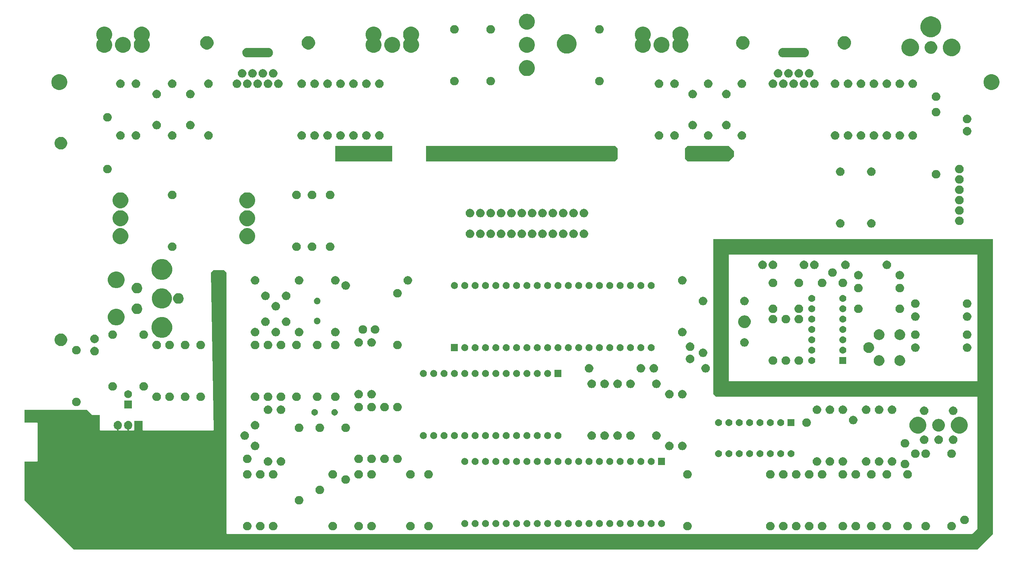
<source format=gbr>
G04 #@! TF.GenerationSoftware,KiCad,Pcbnew,(5.1.4)-1*
G04 #@! TF.CreationDate,2020-12-20T11:18:11+01:00*
G04 #@! TF.ProjectId,JrBoard,4a72426f-6172-4642-9e6b-696361645f70,rev?*
G04 #@! TF.SameCoordinates,Original*
G04 #@! TF.FileFunction,Soldermask,Top*
G04 #@! TF.FilePolarity,Negative*
%FSLAX46Y46*%
G04 Gerber Fmt 4.6, Leading zero omitted, Abs format (unit mm)*
G04 Created by KiCad (PCBNEW (5.1.4)-1) date 2020-12-20 11:18:11*
%MOMM*%
%LPD*%
G04 APERTURE LIST*
%ADD10C,0.100000*%
G04 APERTURE END LIST*
D10*
G36*
X264125000Y-150555000D02*
G01*
X260315000Y-154365000D01*
X38700000Y-154365000D01*
X26635000Y-142300000D01*
X26635000Y-132775000D01*
X29685001Y-132775000D01*
X29709387Y-132772598D01*
X29732836Y-132765485D01*
X29754447Y-132753934D01*
X29773389Y-132738389D01*
X29788934Y-132719447D01*
X29800485Y-132697836D01*
X29807598Y-132674387D01*
X29810000Y-132650001D01*
X29810000Y-123374999D01*
X29807598Y-123350613D01*
X29800485Y-123327164D01*
X29788934Y-123305553D01*
X29773389Y-123286611D01*
X29754447Y-123271066D01*
X29732836Y-123259515D01*
X29709387Y-123252402D01*
X29685001Y-123250000D01*
X26635000Y-123250000D01*
X26635000Y-120075000D01*
X41875000Y-120075000D01*
X43108389Y-121308389D01*
X43127331Y-121323934D01*
X43148942Y-121335485D01*
X43172391Y-121342598D01*
X43196777Y-121345000D01*
X45050000Y-121345000D01*
X45050000Y-125030001D01*
X45052402Y-125054387D01*
X45059515Y-125077836D01*
X45071066Y-125099447D01*
X45086611Y-125118389D01*
X45105553Y-125133934D01*
X45127164Y-125145485D01*
X45150613Y-125152598D01*
X45174999Y-125155000D01*
X49225418Y-125155000D01*
X49249804Y-125152598D01*
X49273253Y-125145485D01*
X49294864Y-125133934D01*
X49313806Y-125118389D01*
X49329351Y-125099447D01*
X49340902Y-125077836D01*
X49348015Y-125054387D01*
X49350417Y-125030001D01*
X49348015Y-125005615D01*
X49340902Y-124982166D01*
X49329351Y-124960555D01*
X49313806Y-124941613D01*
X49294864Y-124926068D01*
X49273253Y-124914517D01*
X49261713Y-124910388D01*
X49109119Y-124864099D01*
X48934788Y-124770917D01*
X48781985Y-124645515D01*
X48656583Y-124492712D01*
X48597852Y-124382833D01*
X48563402Y-124318383D01*
X48531567Y-124213436D01*
X48506020Y-124129219D01*
X48491500Y-123981793D01*
X48491500Y-123788206D01*
X48506020Y-123640780D01*
X48563401Y-123451619D01*
X48656583Y-123277288D01*
X48781985Y-123124485D01*
X48934788Y-122999083D01*
X49109120Y-122905901D01*
X49298281Y-122848520D01*
X49495000Y-122829145D01*
X49691720Y-122848520D01*
X49880881Y-122905901D01*
X50055212Y-122999083D01*
X50208015Y-123124485D01*
X50333417Y-123277288D01*
X50338472Y-123286746D01*
X50426598Y-123451617D01*
X50426599Y-123451620D01*
X50483980Y-123640781D01*
X50498500Y-123788207D01*
X50498500Y-123981794D01*
X50483980Y-124129220D01*
X50426599Y-124318381D01*
X50333417Y-124492712D01*
X50208015Y-124645515D01*
X50055212Y-124770917D01*
X49973333Y-124814682D01*
X49880883Y-124864098D01*
X49880880Y-124864099D01*
X49728291Y-124910386D01*
X49705657Y-124919762D01*
X49685283Y-124933375D01*
X49667956Y-124950702D01*
X49654342Y-124971077D01*
X49644965Y-124993715D01*
X49640184Y-125017749D01*
X49640184Y-125042253D01*
X49644964Y-125066286D01*
X49654342Y-125088925D01*
X49667955Y-125109299D01*
X49685282Y-125126626D01*
X49705657Y-125140240D01*
X49728295Y-125149617D01*
X49752329Y-125154398D01*
X49764581Y-125155000D01*
X51765418Y-125155000D01*
X51789804Y-125152598D01*
X51813253Y-125145485D01*
X51834864Y-125133934D01*
X51853806Y-125118389D01*
X51869351Y-125099447D01*
X51880902Y-125077836D01*
X51888015Y-125054387D01*
X51890417Y-125030001D01*
X51888015Y-125005615D01*
X51880902Y-124982166D01*
X51869351Y-124960555D01*
X51853806Y-124941613D01*
X51834864Y-124926068D01*
X51813253Y-124914517D01*
X51801713Y-124910388D01*
X51649119Y-124864099D01*
X51474788Y-124770917D01*
X51321985Y-124645515D01*
X51196583Y-124492712D01*
X51137852Y-124382833D01*
X51103402Y-124318383D01*
X51071567Y-124213436D01*
X51046020Y-124129219D01*
X51031500Y-123981793D01*
X51031500Y-123788206D01*
X51046020Y-123640780D01*
X51103401Y-123451619D01*
X51196583Y-123277288D01*
X51321985Y-123124485D01*
X51474788Y-122999083D01*
X51649120Y-122905901D01*
X51838281Y-122848520D01*
X52035000Y-122829145D01*
X52231720Y-122848520D01*
X52420881Y-122905901D01*
X52595212Y-122999083D01*
X52748015Y-123124485D01*
X52873417Y-123277288D01*
X52878472Y-123286746D01*
X52966598Y-123451617D01*
X52966599Y-123451620D01*
X53023980Y-123640781D01*
X53038500Y-123788207D01*
X53038500Y-123981794D01*
X53023980Y-124129220D01*
X52966599Y-124318381D01*
X52873417Y-124492712D01*
X52748015Y-124645515D01*
X52595212Y-124770917D01*
X52513333Y-124814682D01*
X52420883Y-124864098D01*
X52420880Y-124864099D01*
X52268291Y-124910386D01*
X52245657Y-124919762D01*
X52225283Y-124933375D01*
X52207956Y-124950702D01*
X52194342Y-124971077D01*
X52184965Y-124993715D01*
X52180184Y-125017749D01*
X52180184Y-125042253D01*
X52184964Y-125066286D01*
X52194342Y-125088925D01*
X52207955Y-125109299D01*
X52225282Y-125126626D01*
X52245657Y-125140240D01*
X52268295Y-125149617D01*
X52292329Y-125154398D01*
X52304581Y-125155000D01*
X53446501Y-125155000D01*
X53470887Y-125152598D01*
X53494336Y-125145485D01*
X53515947Y-125133934D01*
X53534889Y-125118389D01*
X53550434Y-125099447D01*
X53561985Y-125077836D01*
X53569098Y-125054387D01*
X53571500Y-125030001D01*
X53571500Y-122834000D01*
X55578500Y-122834000D01*
X55578500Y-125030001D01*
X55580902Y-125054387D01*
X55588015Y-125077836D01*
X55599566Y-125099447D01*
X55615111Y-125118389D01*
X55634053Y-125133934D01*
X55655664Y-125145485D01*
X55679113Y-125152598D01*
X55703499Y-125155000D01*
X72852726Y-125155000D01*
X72877112Y-125152598D01*
X72900561Y-125145485D01*
X72922172Y-125133934D01*
X72941114Y-125118389D01*
X72956659Y-125099447D01*
X72968210Y-125077836D01*
X72975323Y-125054387D01*
X72977709Y-125027985D01*
X72355099Y-86426141D01*
X72355000Y-86420000D01*
X72990000Y-85785000D01*
X75530000Y-85785000D01*
X76165000Y-86420000D01*
X76165000Y-150430001D01*
X76167402Y-150454387D01*
X76174515Y-150477836D01*
X76186066Y-150499447D01*
X76201611Y-150518389D01*
X76220553Y-150533934D01*
X76242164Y-150545485D01*
X76265613Y-150552598D01*
X76289999Y-150555000D01*
X258993223Y-150555000D01*
X259017609Y-150552598D01*
X259041058Y-150545485D01*
X259062669Y-150533934D01*
X259081611Y-150518389D01*
X260278389Y-149321611D01*
X260293934Y-149302669D01*
X260305485Y-149281058D01*
X260312598Y-149257609D01*
X260315000Y-149233223D01*
X260315000Y-117024999D01*
X260312598Y-117000613D01*
X260305485Y-116977164D01*
X260293934Y-116955553D01*
X260278389Y-116936611D01*
X260259447Y-116921066D01*
X260237836Y-116909515D01*
X260214387Y-116902402D01*
X260190001Y-116900000D01*
X196180000Y-116900000D01*
X195545000Y-116265000D01*
X195545000Y-82099999D01*
X199355000Y-82099999D01*
X199355000Y-112965001D01*
X199357402Y-112989387D01*
X199364515Y-113012836D01*
X199376066Y-113034447D01*
X199391611Y-113053389D01*
X199410553Y-113068934D01*
X199432164Y-113080485D01*
X199455613Y-113087598D01*
X199479999Y-113090000D01*
X260190001Y-113090000D01*
X260214387Y-113087598D01*
X260237836Y-113080485D01*
X260259447Y-113068934D01*
X260278389Y-113053389D01*
X260293934Y-113034447D01*
X260305485Y-113012836D01*
X260312598Y-112989387D01*
X260315000Y-112965001D01*
X260315000Y-82099999D01*
X260312598Y-82075613D01*
X260305485Y-82052164D01*
X260293934Y-82030553D01*
X260278389Y-82011611D01*
X260259447Y-81996066D01*
X260237836Y-81984515D01*
X260214387Y-81977402D01*
X260190001Y-81975000D01*
X199479999Y-81975000D01*
X199455613Y-81977402D01*
X199432164Y-81984515D01*
X199410553Y-81996066D01*
X199391611Y-82011611D01*
X199376066Y-82030553D01*
X199364515Y-82052164D01*
X199357402Y-82075613D01*
X199355000Y-82099999D01*
X195545000Y-82099999D01*
X195545000Y-78165000D01*
X264125000Y-78165000D01*
X264125000Y-150555000D01*
X264125000Y-150555000D01*
G37*
G36*
X236423749Y-106710610D02*
G01*
X236570322Y-106739765D01*
X236688304Y-106788635D01*
X236810727Y-106839344D01*
X236810728Y-106839345D01*
X237027089Y-106983912D01*
X237211088Y-107167911D01*
X237298675Y-107298995D01*
X237355656Y-107384273D01*
X237396903Y-107483852D01*
X237455235Y-107624678D01*
X237470901Y-107703436D01*
X237506000Y-107879891D01*
X237506000Y-108140109D01*
X237480618Y-108267714D01*
X237455235Y-108395322D01*
X237408631Y-108507833D01*
X237355656Y-108635727D01*
X237355655Y-108635728D01*
X237211088Y-108852089D01*
X237027089Y-109036088D01*
X236989805Y-109061000D01*
X236810727Y-109180656D01*
X236711148Y-109221903D01*
X236570322Y-109280235D01*
X236442714Y-109305618D01*
X236315109Y-109331000D01*
X236054891Y-109331000D01*
X235927286Y-109305618D01*
X235799678Y-109280235D01*
X235658852Y-109221903D01*
X235559273Y-109180656D01*
X235380195Y-109061000D01*
X235342911Y-109036088D01*
X235158912Y-108852089D01*
X235014345Y-108635728D01*
X235014344Y-108635727D01*
X234961369Y-108507833D01*
X234914765Y-108395322D01*
X234889382Y-108267714D01*
X234864000Y-108140109D01*
X234864000Y-107879891D01*
X234899099Y-107703436D01*
X234914765Y-107624678D01*
X234973097Y-107483852D01*
X235014344Y-107384273D01*
X235071325Y-107298995D01*
X235158912Y-107167911D01*
X235342911Y-106983912D01*
X235559272Y-106839345D01*
X235559273Y-106839344D01*
X235681696Y-106788635D01*
X235799678Y-106739765D01*
X235946251Y-106710610D01*
X236054891Y-106689000D01*
X236315109Y-106689000D01*
X236423749Y-106710610D01*
X236423749Y-106710610D01*
G37*
G36*
X241503749Y-106710610D02*
G01*
X241650322Y-106739765D01*
X241768304Y-106788635D01*
X241890727Y-106839344D01*
X241890728Y-106839345D01*
X242107089Y-106983912D01*
X242291088Y-107167911D01*
X242378675Y-107298995D01*
X242435656Y-107384273D01*
X242476903Y-107483852D01*
X242535235Y-107624678D01*
X242550901Y-107703436D01*
X242586000Y-107879891D01*
X242586000Y-108140109D01*
X242560618Y-108267714D01*
X242535235Y-108395322D01*
X242488631Y-108507833D01*
X242435656Y-108635727D01*
X242435655Y-108635728D01*
X242291088Y-108852089D01*
X242107089Y-109036088D01*
X242069805Y-109061000D01*
X241890727Y-109180656D01*
X241791148Y-109221903D01*
X241650322Y-109280235D01*
X241522714Y-109305618D01*
X241395109Y-109331000D01*
X241134891Y-109331000D01*
X241007286Y-109305618D01*
X240879678Y-109280235D01*
X240738852Y-109221903D01*
X240639273Y-109180656D01*
X240460195Y-109061000D01*
X240422911Y-109036088D01*
X240238912Y-108852089D01*
X240094345Y-108635728D01*
X240094344Y-108635727D01*
X240041369Y-108507833D01*
X239994765Y-108395322D01*
X239969382Y-108267714D01*
X239944000Y-108140109D01*
X239944000Y-107879891D01*
X239979099Y-107703436D01*
X239994765Y-107624678D01*
X240053097Y-107483852D01*
X240094344Y-107384273D01*
X240151325Y-107298995D01*
X240238912Y-107167911D01*
X240422911Y-106983912D01*
X240639272Y-106839345D01*
X240639273Y-106839344D01*
X240761696Y-106788635D01*
X240879678Y-106739765D01*
X241026251Y-106710610D01*
X241134891Y-106689000D01*
X241395109Y-106689000D01*
X241503749Y-106710610D01*
X241503749Y-106710610D01*
G37*
G36*
X210456564Y-106999389D02*
G01*
X210545880Y-107036385D01*
X210647835Y-107078616D01*
X210819973Y-107193635D01*
X210966365Y-107340027D01*
X211074249Y-107501486D01*
X211081385Y-107512167D01*
X211160611Y-107703436D01*
X211201000Y-107906484D01*
X211201000Y-108113516D01*
X211160611Y-108316564D01*
X211127989Y-108395320D01*
X211081384Y-108507835D01*
X210966365Y-108679973D01*
X210819973Y-108826365D01*
X210647835Y-108941384D01*
X210647834Y-108941385D01*
X210647833Y-108941385D01*
X210456564Y-109020611D01*
X210253516Y-109061000D01*
X210046484Y-109061000D01*
X209843436Y-109020611D01*
X209652167Y-108941385D01*
X209652166Y-108941385D01*
X209652165Y-108941384D01*
X209480027Y-108826365D01*
X209333635Y-108679973D01*
X209218616Y-108507835D01*
X209172011Y-108395320D01*
X209139389Y-108316564D01*
X209099000Y-108113516D01*
X209099000Y-107906484D01*
X209139389Y-107703436D01*
X209218615Y-107512167D01*
X209225752Y-107501486D01*
X209333635Y-107340027D01*
X209480027Y-107193635D01*
X209652165Y-107078616D01*
X209754120Y-107036385D01*
X209843436Y-106999389D01*
X210046484Y-106959000D01*
X210253516Y-106959000D01*
X210456564Y-106999389D01*
X210456564Y-106999389D01*
G37*
G36*
X216806564Y-106999389D02*
G01*
X216895880Y-107036385D01*
X216997835Y-107078616D01*
X217169973Y-107193635D01*
X217316365Y-107340027D01*
X217424249Y-107501486D01*
X217431385Y-107512167D01*
X217510611Y-107703436D01*
X217551000Y-107906484D01*
X217551000Y-108113516D01*
X217510611Y-108316564D01*
X217477989Y-108395320D01*
X217431384Y-108507835D01*
X217316365Y-108679973D01*
X217169973Y-108826365D01*
X216997835Y-108941384D01*
X216997834Y-108941385D01*
X216997833Y-108941385D01*
X216806564Y-109020611D01*
X216603516Y-109061000D01*
X216396484Y-109061000D01*
X216193436Y-109020611D01*
X216002167Y-108941385D01*
X216002166Y-108941385D01*
X216002165Y-108941384D01*
X215830027Y-108826365D01*
X215683635Y-108679973D01*
X215568616Y-108507835D01*
X215522011Y-108395320D01*
X215489389Y-108316564D01*
X215449000Y-108113516D01*
X215449000Y-107906484D01*
X215489389Y-107703436D01*
X215568615Y-107512167D01*
X215575752Y-107501486D01*
X215683635Y-107340027D01*
X215830027Y-107193635D01*
X216002165Y-107078616D01*
X216104120Y-107036385D01*
X216193436Y-106999389D01*
X216396484Y-106959000D01*
X216603516Y-106959000D01*
X216806564Y-106999389D01*
X216806564Y-106999389D01*
G37*
G36*
X213631564Y-106999389D02*
G01*
X213720880Y-107036385D01*
X213822835Y-107078616D01*
X213994973Y-107193635D01*
X214141365Y-107340027D01*
X214249249Y-107501486D01*
X214256385Y-107512167D01*
X214335611Y-107703436D01*
X214376000Y-107906484D01*
X214376000Y-108113516D01*
X214335611Y-108316564D01*
X214302989Y-108395320D01*
X214256384Y-108507835D01*
X214141365Y-108679973D01*
X213994973Y-108826365D01*
X213822835Y-108941384D01*
X213822834Y-108941385D01*
X213822833Y-108941385D01*
X213631564Y-109020611D01*
X213428516Y-109061000D01*
X213221484Y-109061000D01*
X213018436Y-109020611D01*
X212827167Y-108941385D01*
X212827166Y-108941385D01*
X212827165Y-108941384D01*
X212655027Y-108826365D01*
X212508635Y-108679973D01*
X212393616Y-108507835D01*
X212347011Y-108395320D01*
X212314389Y-108316564D01*
X212274000Y-108113516D01*
X212274000Y-107906484D01*
X212314389Y-107703436D01*
X212393615Y-107512167D01*
X212400752Y-107501486D01*
X212508635Y-107340027D01*
X212655027Y-107193635D01*
X212827165Y-107078616D01*
X212929120Y-107036385D01*
X213018436Y-106999389D01*
X213221484Y-106959000D01*
X213428516Y-106959000D01*
X213631564Y-106999389D01*
X213631564Y-106999389D01*
G37*
G36*
X228146000Y-108861000D02*
G01*
X226444000Y-108861000D01*
X226444000Y-107159000D01*
X228146000Y-107159000D01*
X228146000Y-108861000D01*
X228146000Y-108861000D01*
G37*
G36*
X219841823Y-107171313D02*
G01*
X220002242Y-107219976D01*
X220134906Y-107290886D01*
X220150078Y-107298996D01*
X220279659Y-107405341D01*
X220386004Y-107534922D01*
X220386005Y-107534924D01*
X220465024Y-107682758D01*
X220513687Y-107843177D01*
X220530117Y-108010000D01*
X220513687Y-108176823D01*
X220465024Y-108337242D01*
X220420059Y-108421365D01*
X220386004Y-108485078D01*
X220279659Y-108614659D01*
X220150078Y-108721004D01*
X220150076Y-108721005D01*
X220002242Y-108800024D01*
X219841823Y-108848687D01*
X219716804Y-108861000D01*
X219633196Y-108861000D01*
X219508177Y-108848687D01*
X219347758Y-108800024D01*
X219199924Y-108721005D01*
X219199922Y-108721004D01*
X219070341Y-108614659D01*
X218963996Y-108485078D01*
X218929941Y-108421365D01*
X218884976Y-108337242D01*
X218836313Y-108176823D01*
X218819883Y-108010000D01*
X218836313Y-107843177D01*
X218884976Y-107682758D01*
X218963995Y-107534924D01*
X218963996Y-107534922D01*
X219070341Y-107405341D01*
X219199922Y-107298996D01*
X219215094Y-107290886D01*
X219347758Y-107219976D01*
X219508177Y-107171313D01*
X219633196Y-107159000D01*
X219716804Y-107159000D01*
X219841823Y-107171313D01*
X219841823Y-107171313D01*
G37*
G36*
X227461823Y-104631313D02*
G01*
X227622242Y-104679976D01*
X227718610Y-104731486D01*
X227770078Y-104758996D01*
X227899659Y-104865341D01*
X228006004Y-104994922D01*
X228006005Y-104994924D01*
X228085024Y-105142758D01*
X228133687Y-105303177D01*
X228150117Y-105470000D01*
X228133687Y-105636823D01*
X228085024Y-105797242D01*
X228037582Y-105886000D01*
X228006004Y-105945078D01*
X227899659Y-106074659D01*
X227770078Y-106181004D01*
X227770076Y-106181005D01*
X227622242Y-106260024D01*
X227461823Y-106308687D01*
X227336804Y-106321000D01*
X227253196Y-106321000D01*
X227128177Y-106308687D01*
X226967758Y-106260024D01*
X226819924Y-106181005D01*
X226819922Y-106181004D01*
X226690341Y-106074659D01*
X226583996Y-105945078D01*
X226552418Y-105886000D01*
X226504976Y-105797242D01*
X226456313Y-105636823D01*
X226439883Y-105470000D01*
X226456313Y-105303177D01*
X226504976Y-105142758D01*
X226583995Y-104994924D01*
X226583996Y-104994922D01*
X226690341Y-104865341D01*
X226819922Y-104758996D01*
X226871390Y-104731486D01*
X226967758Y-104679976D01*
X227128177Y-104631313D01*
X227253196Y-104619000D01*
X227336804Y-104619000D01*
X227461823Y-104631313D01*
X227461823Y-104631313D01*
G37*
G36*
X219841823Y-104631313D02*
G01*
X220002242Y-104679976D01*
X220098610Y-104731486D01*
X220150078Y-104758996D01*
X220279659Y-104865341D01*
X220386004Y-104994922D01*
X220386005Y-104994924D01*
X220465024Y-105142758D01*
X220513687Y-105303177D01*
X220530117Y-105470000D01*
X220513687Y-105636823D01*
X220465024Y-105797242D01*
X220417582Y-105886000D01*
X220386004Y-105945078D01*
X220279659Y-106074659D01*
X220150078Y-106181004D01*
X220150076Y-106181005D01*
X220002242Y-106260024D01*
X219841823Y-106308687D01*
X219716804Y-106321000D01*
X219633196Y-106321000D01*
X219508177Y-106308687D01*
X219347758Y-106260024D01*
X219199924Y-106181005D01*
X219199922Y-106181004D01*
X219070341Y-106074659D01*
X218963996Y-105945078D01*
X218932418Y-105886000D01*
X218884976Y-105797242D01*
X218836313Y-105636823D01*
X218819883Y-105470000D01*
X218836313Y-105303177D01*
X218884976Y-105142758D01*
X218963995Y-104994924D01*
X218963996Y-104994922D01*
X219070341Y-104865341D01*
X219199922Y-104758996D01*
X219251390Y-104731486D01*
X219347758Y-104679976D01*
X219508177Y-104631313D01*
X219633196Y-104619000D01*
X219716804Y-104619000D01*
X219841823Y-104631313D01*
X219841823Y-104631313D01*
G37*
G36*
X233878968Y-103534659D02*
G01*
X234030322Y-103564765D01*
X234171148Y-103623097D01*
X234270727Y-103664344D01*
X234327330Y-103702165D01*
X234487089Y-103808912D01*
X234671088Y-103992911D01*
X234717808Y-104062833D01*
X234815656Y-104209273D01*
X234826301Y-104234973D01*
X234915235Y-104449678D01*
X234932926Y-104538616D01*
X234966000Y-104704891D01*
X234966000Y-104965109D01*
X234955804Y-105016365D01*
X234915235Y-105220322D01*
X234868631Y-105332833D01*
X234815656Y-105460727D01*
X234815655Y-105460728D01*
X234671088Y-105677089D01*
X234487089Y-105861088D01*
X234449805Y-105886000D01*
X234270727Y-106005656D01*
X234171148Y-106046903D01*
X234030322Y-106105235D01*
X233902715Y-106130617D01*
X233775109Y-106156000D01*
X233514891Y-106156000D01*
X233387285Y-106130617D01*
X233259678Y-106105235D01*
X233118852Y-106046903D01*
X233019273Y-106005656D01*
X232840195Y-105886000D01*
X232802911Y-105861088D01*
X232618912Y-105677089D01*
X232474345Y-105460728D01*
X232474344Y-105460727D01*
X232421369Y-105332833D01*
X232374765Y-105220322D01*
X232334196Y-105016365D01*
X232324000Y-104965109D01*
X232324000Y-104704891D01*
X232357074Y-104538616D01*
X232374765Y-104449678D01*
X232463699Y-104234973D01*
X232474344Y-104209273D01*
X232572192Y-104062833D01*
X232618912Y-103992911D01*
X232802911Y-103808912D01*
X232962670Y-103702165D01*
X233019273Y-103664344D01*
X233118852Y-103623097D01*
X233259678Y-103564765D01*
X233411032Y-103534659D01*
X233514891Y-103514000D01*
X233775109Y-103514000D01*
X233878968Y-103534659D01*
X233878968Y-103534659D01*
G37*
G36*
X245381564Y-103824389D02*
G01*
X245572833Y-103903615D01*
X245572835Y-103903616D01*
X245744973Y-104018635D01*
X245891365Y-104165027D01*
X245920929Y-104209272D01*
X246006385Y-104337167D01*
X246085611Y-104528436D01*
X246126000Y-104731484D01*
X246126000Y-104938516D01*
X246085611Y-105141564D01*
X246018669Y-105303177D01*
X246006384Y-105332835D01*
X245891365Y-105504973D01*
X245744973Y-105651365D01*
X245572835Y-105766384D01*
X245572834Y-105766385D01*
X245572833Y-105766385D01*
X245381564Y-105845611D01*
X245178516Y-105886000D01*
X244971484Y-105886000D01*
X244768436Y-105845611D01*
X244577167Y-105766385D01*
X244577166Y-105766385D01*
X244577165Y-105766384D01*
X244405027Y-105651365D01*
X244258635Y-105504973D01*
X244143616Y-105332835D01*
X244131331Y-105303177D01*
X244064389Y-105141564D01*
X244024000Y-104938516D01*
X244024000Y-104731484D01*
X244064389Y-104528436D01*
X244143615Y-104337167D01*
X244229072Y-104209272D01*
X244258635Y-104165027D01*
X244405027Y-104018635D01*
X244577165Y-103903616D01*
X244577167Y-103903615D01*
X244768436Y-103824389D01*
X244971484Y-103784000D01*
X245178516Y-103784000D01*
X245381564Y-103824389D01*
X245381564Y-103824389D01*
G37*
G36*
X258081564Y-103824389D02*
G01*
X258272833Y-103903615D01*
X258272835Y-103903616D01*
X258444973Y-104018635D01*
X258591365Y-104165027D01*
X258620929Y-104209272D01*
X258706385Y-104337167D01*
X258785611Y-104528436D01*
X258826000Y-104731484D01*
X258826000Y-104938516D01*
X258785611Y-105141564D01*
X258718669Y-105303177D01*
X258706384Y-105332835D01*
X258591365Y-105504973D01*
X258444973Y-105651365D01*
X258272835Y-105766384D01*
X258272834Y-105766385D01*
X258272833Y-105766385D01*
X258081564Y-105845611D01*
X257878516Y-105886000D01*
X257671484Y-105886000D01*
X257468436Y-105845611D01*
X257277167Y-105766385D01*
X257277166Y-105766385D01*
X257277165Y-105766384D01*
X257105027Y-105651365D01*
X256958635Y-105504973D01*
X256843616Y-105332835D01*
X256831331Y-105303177D01*
X256764389Y-105141564D01*
X256724000Y-104938516D01*
X256724000Y-104731484D01*
X256764389Y-104528436D01*
X256843615Y-104337167D01*
X256929072Y-104209272D01*
X256958635Y-104165027D01*
X257105027Y-104018635D01*
X257277165Y-103903616D01*
X257277167Y-103903615D01*
X257468436Y-103824389D01*
X257671484Y-103784000D01*
X257878516Y-103784000D01*
X258081564Y-103824389D01*
X258081564Y-103824389D01*
G37*
G36*
X203471564Y-102554389D02*
G01*
X203662833Y-102633615D01*
X203662835Y-102633616D01*
X203834973Y-102748635D01*
X203981365Y-102895027D01*
X204055892Y-103006564D01*
X204096385Y-103067167D01*
X204175611Y-103258436D01*
X204216000Y-103461484D01*
X204216000Y-103668516D01*
X204175611Y-103871564D01*
X204096385Y-104062833D01*
X204096384Y-104062835D01*
X203981365Y-104234973D01*
X203834973Y-104381365D01*
X203662835Y-104496384D01*
X203662834Y-104496385D01*
X203662833Y-104496385D01*
X203471564Y-104575611D01*
X203268516Y-104616000D01*
X203061484Y-104616000D01*
X202858436Y-104575611D01*
X202667167Y-104496385D01*
X202667166Y-104496385D01*
X202667165Y-104496384D01*
X202495027Y-104381365D01*
X202348635Y-104234973D01*
X202233616Y-104062835D01*
X202233615Y-104062833D01*
X202154389Y-103871564D01*
X202114000Y-103668516D01*
X202114000Y-103461484D01*
X202154389Y-103258436D01*
X202233615Y-103067167D01*
X202274109Y-103006564D01*
X202348635Y-102895027D01*
X202495027Y-102748635D01*
X202667165Y-102633616D01*
X202667167Y-102633615D01*
X202858436Y-102554389D01*
X203061484Y-102514000D01*
X203268516Y-102514000D01*
X203471564Y-102554389D01*
X203471564Y-102554389D01*
G37*
G36*
X219841823Y-102091313D02*
G01*
X220002242Y-102139976D01*
X220105794Y-102195326D01*
X220150078Y-102218996D01*
X220279659Y-102325341D01*
X220386004Y-102454922D01*
X220386005Y-102454924D01*
X220465024Y-102602758D01*
X220513687Y-102763177D01*
X220530117Y-102930000D01*
X220513687Y-103096823D01*
X220465024Y-103257242D01*
X220458944Y-103268616D01*
X220386004Y-103405078D01*
X220279659Y-103534659D01*
X220150078Y-103641004D01*
X220150076Y-103641005D01*
X220002242Y-103720024D01*
X219841823Y-103768687D01*
X219716804Y-103781000D01*
X219633196Y-103781000D01*
X219508177Y-103768687D01*
X219347758Y-103720024D01*
X219199924Y-103641005D01*
X219199922Y-103641004D01*
X219070341Y-103534659D01*
X218963996Y-103405078D01*
X218891056Y-103268616D01*
X218884976Y-103257242D01*
X218836313Y-103096823D01*
X218819883Y-102930000D01*
X218836313Y-102763177D01*
X218884976Y-102602758D01*
X218963995Y-102454924D01*
X218963996Y-102454922D01*
X219070341Y-102325341D01*
X219199922Y-102218996D01*
X219244206Y-102195326D01*
X219347758Y-102139976D01*
X219508177Y-102091313D01*
X219633196Y-102079000D01*
X219716804Y-102079000D01*
X219841823Y-102091313D01*
X219841823Y-102091313D01*
G37*
G36*
X227461823Y-102091313D02*
G01*
X227622242Y-102139976D01*
X227725794Y-102195326D01*
X227770078Y-102218996D01*
X227899659Y-102325341D01*
X228006004Y-102454922D01*
X228006005Y-102454924D01*
X228085024Y-102602758D01*
X228133687Y-102763177D01*
X228150117Y-102930000D01*
X228133687Y-103096823D01*
X228085024Y-103257242D01*
X228078944Y-103268616D01*
X228006004Y-103405078D01*
X227899659Y-103534659D01*
X227770078Y-103641004D01*
X227770076Y-103641005D01*
X227622242Y-103720024D01*
X227461823Y-103768687D01*
X227336804Y-103781000D01*
X227253196Y-103781000D01*
X227128177Y-103768687D01*
X226967758Y-103720024D01*
X226819924Y-103641005D01*
X226819922Y-103641004D01*
X226690341Y-103534659D01*
X226583996Y-103405078D01*
X226511056Y-103268616D01*
X226504976Y-103257242D01*
X226456313Y-103096823D01*
X226439883Y-102930000D01*
X226456313Y-102763177D01*
X226504976Y-102602758D01*
X226583995Y-102454924D01*
X226583996Y-102454922D01*
X226690341Y-102325341D01*
X226819922Y-102218996D01*
X226864206Y-102195326D01*
X226967758Y-102139976D01*
X227128177Y-102091313D01*
X227253196Y-102079000D01*
X227336804Y-102079000D01*
X227461823Y-102091313D01*
X227461823Y-102091313D01*
G37*
G36*
X241522714Y-100364382D02*
G01*
X241650322Y-100389765D01*
X241791148Y-100448097D01*
X241890727Y-100489344D01*
X241947330Y-100527165D01*
X242107089Y-100633912D01*
X242291088Y-100817911D01*
X242337808Y-100887833D01*
X242435656Y-101034273D01*
X242463297Y-101101005D01*
X242535235Y-101274678D01*
X242550901Y-101353436D01*
X242581679Y-101508167D01*
X242586000Y-101529893D01*
X242586000Y-101790107D01*
X242535235Y-102045322D01*
X242488631Y-102157833D01*
X242435656Y-102285727D01*
X242402755Y-102334967D01*
X242291088Y-102502089D01*
X242107089Y-102686088D01*
X241970671Y-102777239D01*
X241890727Y-102830656D01*
X241791148Y-102871903D01*
X241650322Y-102930235D01*
X241522714Y-102955618D01*
X241395109Y-102981000D01*
X241134891Y-102981000D01*
X241007286Y-102955618D01*
X240879678Y-102930235D01*
X240738852Y-102871903D01*
X240639273Y-102830656D01*
X240559329Y-102777239D01*
X240422911Y-102686088D01*
X240238912Y-102502089D01*
X240127245Y-102334967D01*
X240094344Y-102285727D01*
X240041369Y-102157833D01*
X239994765Y-102045322D01*
X239944000Y-101790107D01*
X239944000Y-101529893D01*
X239948322Y-101508167D01*
X239979099Y-101353436D01*
X239994765Y-101274678D01*
X240066703Y-101101005D01*
X240094344Y-101034273D01*
X240192192Y-100887833D01*
X240238912Y-100817911D01*
X240422911Y-100633912D01*
X240582670Y-100527165D01*
X240639273Y-100489344D01*
X240738852Y-100448097D01*
X240879678Y-100389765D01*
X241007285Y-100364383D01*
X241134891Y-100339000D01*
X241395109Y-100339000D01*
X241522714Y-100364382D01*
X241522714Y-100364382D01*
G37*
G36*
X236442714Y-100364382D02*
G01*
X236570322Y-100389765D01*
X236711148Y-100448097D01*
X236810727Y-100489344D01*
X236867330Y-100527165D01*
X237027089Y-100633912D01*
X237211088Y-100817911D01*
X237257808Y-100887833D01*
X237355656Y-101034273D01*
X237383297Y-101101005D01*
X237455235Y-101274678D01*
X237470901Y-101353436D01*
X237501679Y-101508167D01*
X237506000Y-101529893D01*
X237506000Y-101790107D01*
X237455235Y-102045322D01*
X237408631Y-102157833D01*
X237355656Y-102285727D01*
X237322755Y-102334967D01*
X237211088Y-102502089D01*
X237027089Y-102686088D01*
X236890671Y-102777239D01*
X236810727Y-102830656D01*
X236711148Y-102871903D01*
X236570322Y-102930235D01*
X236442714Y-102955618D01*
X236315109Y-102981000D01*
X236054891Y-102981000D01*
X235927286Y-102955618D01*
X235799678Y-102930235D01*
X235658852Y-102871903D01*
X235559273Y-102830656D01*
X235479329Y-102777239D01*
X235342911Y-102686088D01*
X235158912Y-102502089D01*
X235047245Y-102334967D01*
X235014344Y-102285727D01*
X234961369Y-102157833D01*
X234914765Y-102045322D01*
X234864000Y-101790107D01*
X234864000Y-101529893D01*
X234868322Y-101508167D01*
X234899099Y-101353436D01*
X234914765Y-101274678D01*
X234986703Y-101101005D01*
X235014344Y-101034273D01*
X235112192Y-100887833D01*
X235158912Y-100817911D01*
X235342911Y-100633912D01*
X235502670Y-100527165D01*
X235559273Y-100489344D01*
X235658852Y-100448097D01*
X235799678Y-100389765D01*
X235927285Y-100364383D01*
X236054891Y-100339000D01*
X236315109Y-100339000D01*
X236442714Y-100364382D01*
X236442714Y-100364382D01*
G37*
G36*
X245381564Y-100649389D02*
G01*
X245572833Y-100728615D01*
X245572835Y-100728616D01*
X245744973Y-100843635D01*
X245891365Y-100990027D01*
X245965518Y-101101004D01*
X246006385Y-101162167D01*
X246085611Y-101353436D01*
X246126000Y-101556484D01*
X246126000Y-101763516D01*
X246085611Y-101966564D01*
X246006385Y-102157833D01*
X246006384Y-102157835D01*
X245891365Y-102329973D01*
X245744973Y-102476365D01*
X245572835Y-102591384D01*
X245572834Y-102591385D01*
X245572833Y-102591385D01*
X245381564Y-102670611D01*
X245178516Y-102711000D01*
X244971484Y-102711000D01*
X244768436Y-102670611D01*
X244577167Y-102591385D01*
X244577166Y-102591385D01*
X244577165Y-102591384D01*
X244405027Y-102476365D01*
X244258635Y-102329973D01*
X244143616Y-102157835D01*
X244143615Y-102157833D01*
X244064389Y-101966564D01*
X244024000Y-101763516D01*
X244024000Y-101556484D01*
X244064389Y-101353436D01*
X244143615Y-101162167D01*
X244184483Y-101101004D01*
X244258635Y-100990027D01*
X244405027Y-100843635D01*
X244577165Y-100728616D01*
X244577167Y-100728615D01*
X244768436Y-100649389D01*
X244971484Y-100609000D01*
X245178516Y-100609000D01*
X245381564Y-100649389D01*
X245381564Y-100649389D01*
G37*
G36*
X258081564Y-100649389D02*
G01*
X258272833Y-100728615D01*
X258272835Y-100728616D01*
X258444973Y-100843635D01*
X258591365Y-100990027D01*
X258665518Y-101101004D01*
X258706385Y-101162167D01*
X258785611Y-101353436D01*
X258826000Y-101556484D01*
X258826000Y-101763516D01*
X258785611Y-101966564D01*
X258706385Y-102157833D01*
X258706384Y-102157835D01*
X258591365Y-102329973D01*
X258444973Y-102476365D01*
X258272835Y-102591384D01*
X258272834Y-102591385D01*
X258272833Y-102591385D01*
X258081564Y-102670611D01*
X257878516Y-102711000D01*
X257671484Y-102711000D01*
X257468436Y-102670611D01*
X257277167Y-102591385D01*
X257277166Y-102591385D01*
X257277165Y-102591384D01*
X257105027Y-102476365D01*
X256958635Y-102329973D01*
X256843616Y-102157835D01*
X256843615Y-102157833D01*
X256764389Y-101966564D01*
X256724000Y-101763516D01*
X256724000Y-101556484D01*
X256764389Y-101353436D01*
X256843615Y-101162167D01*
X256884483Y-101101004D01*
X256958635Y-100990027D01*
X257105027Y-100843635D01*
X257277165Y-100728616D01*
X257277167Y-100728615D01*
X257468436Y-100649389D01*
X257671484Y-100609000D01*
X257878516Y-100609000D01*
X258081564Y-100649389D01*
X258081564Y-100649389D01*
G37*
G36*
X219841823Y-99551313D02*
G01*
X220002242Y-99599976D01*
X220059810Y-99630747D01*
X220150078Y-99678996D01*
X220279659Y-99785341D01*
X220386004Y-99914922D01*
X220386005Y-99914924D01*
X220465024Y-100062758D01*
X220513687Y-100223177D01*
X220530117Y-100390000D01*
X220513687Y-100556823D01*
X220465024Y-100717242D01*
X220458944Y-100728616D01*
X220386004Y-100865078D01*
X220279659Y-100994659D01*
X220150078Y-101101004D01*
X220150076Y-101101005D01*
X220002242Y-101180024D01*
X219841823Y-101228687D01*
X219716804Y-101241000D01*
X219633196Y-101241000D01*
X219508177Y-101228687D01*
X219347758Y-101180024D01*
X219199924Y-101101005D01*
X219199922Y-101101004D01*
X219070341Y-100994659D01*
X218963996Y-100865078D01*
X218891056Y-100728616D01*
X218884976Y-100717242D01*
X218836313Y-100556823D01*
X218819883Y-100390000D01*
X218836313Y-100223177D01*
X218884976Y-100062758D01*
X218963995Y-99914924D01*
X218963996Y-99914922D01*
X219070341Y-99785341D01*
X219199922Y-99678996D01*
X219290190Y-99630747D01*
X219347758Y-99599976D01*
X219508177Y-99551313D01*
X219633196Y-99539000D01*
X219716804Y-99539000D01*
X219841823Y-99551313D01*
X219841823Y-99551313D01*
G37*
G36*
X227461823Y-99551313D02*
G01*
X227622242Y-99599976D01*
X227679810Y-99630747D01*
X227770078Y-99678996D01*
X227899659Y-99785341D01*
X228006004Y-99914922D01*
X228006005Y-99914924D01*
X228085024Y-100062758D01*
X228133687Y-100223177D01*
X228150117Y-100390000D01*
X228133687Y-100556823D01*
X228085024Y-100717242D01*
X228078944Y-100728616D01*
X228006004Y-100865078D01*
X227899659Y-100994659D01*
X227770078Y-101101004D01*
X227770076Y-101101005D01*
X227622242Y-101180024D01*
X227461823Y-101228687D01*
X227336804Y-101241000D01*
X227253196Y-101241000D01*
X227128177Y-101228687D01*
X226967758Y-101180024D01*
X226819924Y-101101005D01*
X226819922Y-101101004D01*
X226690341Y-100994659D01*
X226583996Y-100865078D01*
X226511056Y-100728616D01*
X226504976Y-100717242D01*
X226456313Y-100556823D01*
X226439883Y-100390000D01*
X226456313Y-100223177D01*
X226504976Y-100062758D01*
X226583995Y-99914924D01*
X226583996Y-99914922D01*
X226690341Y-99785341D01*
X226819922Y-99678996D01*
X226910190Y-99630747D01*
X226967758Y-99599976D01*
X227128177Y-99551313D01*
X227253196Y-99539000D01*
X227336804Y-99539000D01*
X227461823Y-99551313D01*
X227461823Y-99551313D01*
G37*
G36*
X203467585Y-96963802D02*
G01*
X203617410Y-96993604D01*
X203899674Y-97110521D01*
X204153705Y-97280259D01*
X204369741Y-97496295D01*
X204539479Y-97750326D01*
X204656396Y-98032590D01*
X204656396Y-98032591D01*
X204716000Y-98332239D01*
X204716000Y-98637761D01*
X204708861Y-98673650D01*
X204656396Y-98937410D01*
X204539479Y-99219674D01*
X204369741Y-99473705D01*
X204153705Y-99689741D01*
X203899674Y-99859479D01*
X203617410Y-99976396D01*
X203467585Y-100006198D01*
X203317761Y-100036000D01*
X203012239Y-100036000D01*
X202862415Y-100006198D01*
X202712590Y-99976396D01*
X202430326Y-99859479D01*
X202176295Y-99689741D01*
X201960259Y-99473705D01*
X201790521Y-99219674D01*
X201673604Y-98937410D01*
X201621139Y-98673650D01*
X201614000Y-98637761D01*
X201614000Y-98332239D01*
X201673604Y-98032591D01*
X201673604Y-98032590D01*
X201790521Y-97750326D01*
X201960259Y-97496295D01*
X202176295Y-97280259D01*
X202430326Y-97110521D01*
X202712590Y-96993604D01*
X202862415Y-96963802D01*
X203012239Y-96934000D01*
X203317761Y-96934000D01*
X203467585Y-96963802D01*
X203467585Y-96963802D01*
G37*
G36*
X216806564Y-96839389D02*
G01*
X216997833Y-96918615D01*
X216997835Y-96918616D01*
X217169973Y-97033635D01*
X217316365Y-97180027D01*
X217383339Y-97280260D01*
X217431385Y-97352167D01*
X217510611Y-97543436D01*
X217551000Y-97746484D01*
X217551000Y-97953516D01*
X217510611Y-98156564D01*
X217445601Y-98313513D01*
X217431384Y-98347835D01*
X217316365Y-98519973D01*
X217169973Y-98666365D01*
X216997835Y-98781384D01*
X216997834Y-98781385D01*
X216997833Y-98781385D01*
X216806564Y-98860611D01*
X216603516Y-98901000D01*
X216396484Y-98901000D01*
X216193436Y-98860611D01*
X216002167Y-98781385D01*
X216002166Y-98781385D01*
X216002165Y-98781384D01*
X215830027Y-98666365D01*
X215683635Y-98519973D01*
X215568616Y-98347835D01*
X215554399Y-98313513D01*
X215489389Y-98156564D01*
X215449000Y-97953516D01*
X215449000Y-97746484D01*
X215489389Y-97543436D01*
X215568615Y-97352167D01*
X215616662Y-97280260D01*
X215683635Y-97180027D01*
X215830027Y-97033635D01*
X216002165Y-96918616D01*
X216002167Y-96918615D01*
X216193436Y-96839389D01*
X216396484Y-96799000D01*
X216603516Y-96799000D01*
X216806564Y-96839389D01*
X216806564Y-96839389D01*
G37*
G36*
X210456564Y-96839389D02*
G01*
X210647833Y-96918615D01*
X210647835Y-96918616D01*
X210819973Y-97033635D01*
X210966365Y-97180027D01*
X211033339Y-97280260D01*
X211081385Y-97352167D01*
X211160611Y-97543436D01*
X211201000Y-97746484D01*
X211201000Y-97953516D01*
X211160611Y-98156564D01*
X211095601Y-98313513D01*
X211081384Y-98347835D01*
X210966365Y-98519973D01*
X210819973Y-98666365D01*
X210647835Y-98781384D01*
X210647834Y-98781385D01*
X210647833Y-98781385D01*
X210456564Y-98860611D01*
X210253516Y-98901000D01*
X210046484Y-98901000D01*
X209843436Y-98860611D01*
X209652167Y-98781385D01*
X209652166Y-98781385D01*
X209652165Y-98781384D01*
X209480027Y-98666365D01*
X209333635Y-98519973D01*
X209218616Y-98347835D01*
X209204399Y-98313513D01*
X209139389Y-98156564D01*
X209099000Y-97953516D01*
X209099000Y-97746484D01*
X209139389Y-97543436D01*
X209218615Y-97352167D01*
X209266662Y-97280260D01*
X209333635Y-97180027D01*
X209480027Y-97033635D01*
X209652165Y-96918616D01*
X209652167Y-96918615D01*
X209843436Y-96839389D01*
X210046484Y-96799000D01*
X210253516Y-96799000D01*
X210456564Y-96839389D01*
X210456564Y-96839389D01*
G37*
G36*
X213631564Y-96839389D02*
G01*
X213822833Y-96918615D01*
X213822835Y-96918616D01*
X213994973Y-97033635D01*
X214141365Y-97180027D01*
X214208339Y-97280260D01*
X214256385Y-97352167D01*
X214335611Y-97543436D01*
X214376000Y-97746484D01*
X214376000Y-97953516D01*
X214335611Y-98156564D01*
X214270601Y-98313513D01*
X214256384Y-98347835D01*
X214141365Y-98519973D01*
X213994973Y-98666365D01*
X213822835Y-98781384D01*
X213822834Y-98781385D01*
X213822833Y-98781385D01*
X213631564Y-98860611D01*
X213428516Y-98901000D01*
X213221484Y-98901000D01*
X213018436Y-98860611D01*
X212827167Y-98781385D01*
X212827166Y-98781385D01*
X212827165Y-98781384D01*
X212655027Y-98666365D01*
X212508635Y-98519973D01*
X212393616Y-98347835D01*
X212379399Y-98313513D01*
X212314389Y-98156564D01*
X212274000Y-97953516D01*
X212274000Y-97746484D01*
X212314389Y-97543436D01*
X212393615Y-97352167D01*
X212441662Y-97280260D01*
X212508635Y-97180027D01*
X212655027Y-97033635D01*
X212827165Y-96918616D01*
X212827167Y-96918615D01*
X213018436Y-96839389D01*
X213221484Y-96799000D01*
X213428516Y-96799000D01*
X213631564Y-96839389D01*
X213631564Y-96839389D01*
G37*
G36*
X219841823Y-97011313D02*
G01*
X220002242Y-97059976D01*
X220098610Y-97111486D01*
X220150078Y-97138996D01*
X220279659Y-97245341D01*
X220386004Y-97374922D01*
X220386005Y-97374924D01*
X220465024Y-97522758D01*
X220465025Y-97522761D01*
X220471296Y-97543435D01*
X220513687Y-97683177D01*
X220530117Y-97850000D01*
X220513687Y-98016823D01*
X220465024Y-98177242D01*
X220423016Y-98255833D01*
X220386004Y-98325078D01*
X220279659Y-98454659D01*
X220150078Y-98561004D01*
X220150076Y-98561005D01*
X220002242Y-98640024D01*
X219841823Y-98688687D01*
X219716804Y-98701000D01*
X219633196Y-98701000D01*
X219508177Y-98688687D01*
X219347758Y-98640024D01*
X219199924Y-98561005D01*
X219199922Y-98561004D01*
X219070341Y-98454659D01*
X218963996Y-98325078D01*
X218926984Y-98255833D01*
X218884976Y-98177242D01*
X218836313Y-98016823D01*
X218819883Y-97850000D01*
X218836313Y-97683177D01*
X218878704Y-97543435D01*
X218884975Y-97522761D01*
X218884976Y-97522758D01*
X218963995Y-97374924D01*
X218963996Y-97374922D01*
X219070341Y-97245341D01*
X219199922Y-97138996D01*
X219251390Y-97111486D01*
X219347758Y-97059976D01*
X219508177Y-97011313D01*
X219633196Y-96999000D01*
X219716804Y-96999000D01*
X219841823Y-97011313D01*
X219841823Y-97011313D01*
G37*
G36*
X227461823Y-97011313D02*
G01*
X227622242Y-97059976D01*
X227718610Y-97111486D01*
X227770078Y-97138996D01*
X227899659Y-97245341D01*
X228006004Y-97374922D01*
X228006005Y-97374924D01*
X228085024Y-97522758D01*
X228085025Y-97522761D01*
X228091296Y-97543435D01*
X228133687Y-97683177D01*
X228150117Y-97850000D01*
X228133687Y-98016823D01*
X228085024Y-98177242D01*
X228043016Y-98255833D01*
X228006004Y-98325078D01*
X227899659Y-98454659D01*
X227770078Y-98561004D01*
X227770076Y-98561005D01*
X227622242Y-98640024D01*
X227461823Y-98688687D01*
X227336804Y-98701000D01*
X227253196Y-98701000D01*
X227128177Y-98688687D01*
X226967758Y-98640024D01*
X226819924Y-98561005D01*
X226819922Y-98561004D01*
X226690341Y-98454659D01*
X226583996Y-98325078D01*
X226546984Y-98255833D01*
X226504976Y-98177242D01*
X226456313Y-98016823D01*
X226439883Y-97850000D01*
X226456313Y-97683177D01*
X226498704Y-97543435D01*
X226504975Y-97522761D01*
X226504976Y-97522758D01*
X226583995Y-97374924D01*
X226583996Y-97374922D01*
X226690341Y-97245341D01*
X226819922Y-97138996D01*
X226871390Y-97111486D01*
X226967758Y-97059976D01*
X227128177Y-97011313D01*
X227253196Y-96999000D01*
X227336804Y-96999000D01*
X227461823Y-97011313D01*
X227461823Y-97011313D01*
G37*
G36*
X258081564Y-96204389D02*
G01*
X258170880Y-96241385D01*
X258272835Y-96283616D01*
X258444973Y-96398635D01*
X258591365Y-96545027D01*
X258706385Y-96717167D01*
X258785611Y-96908436D01*
X258826000Y-97111484D01*
X258826000Y-97318516D01*
X258785611Y-97521564D01*
X258718669Y-97683177D01*
X258706384Y-97712835D01*
X258591365Y-97884973D01*
X258444973Y-98031365D01*
X258272835Y-98146384D01*
X258272834Y-98146385D01*
X258272833Y-98146385D01*
X258081564Y-98225611D01*
X257878516Y-98266000D01*
X257671484Y-98266000D01*
X257468436Y-98225611D01*
X257277167Y-98146385D01*
X257277166Y-98146385D01*
X257277165Y-98146384D01*
X257105027Y-98031365D01*
X256958635Y-97884973D01*
X256843616Y-97712835D01*
X256831331Y-97683177D01*
X256764389Y-97521564D01*
X256724000Y-97318516D01*
X256724000Y-97111484D01*
X256764389Y-96908436D01*
X256843615Y-96717167D01*
X256958635Y-96545027D01*
X257105027Y-96398635D01*
X257277165Y-96283616D01*
X257379120Y-96241385D01*
X257468436Y-96204389D01*
X257671484Y-96164000D01*
X257878516Y-96164000D01*
X258081564Y-96204389D01*
X258081564Y-96204389D01*
G37*
G36*
X245381564Y-96204389D02*
G01*
X245470880Y-96241385D01*
X245572835Y-96283616D01*
X245744973Y-96398635D01*
X245891365Y-96545027D01*
X246006385Y-96717167D01*
X246085611Y-96908436D01*
X246126000Y-97111484D01*
X246126000Y-97318516D01*
X246085611Y-97521564D01*
X246018669Y-97683177D01*
X246006384Y-97712835D01*
X245891365Y-97884973D01*
X245744973Y-98031365D01*
X245572835Y-98146384D01*
X245572834Y-98146385D01*
X245572833Y-98146385D01*
X245381564Y-98225611D01*
X245178516Y-98266000D01*
X244971484Y-98266000D01*
X244768436Y-98225611D01*
X244577167Y-98146385D01*
X244577166Y-98146385D01*
X244577165Y-98146384D01*
X244405027Y-98031365D01*
X244258635Y-97884973D01*
X244143616Y-97712835D01*
X244131331Y-97683177D01*
X244064389Y-97521564D01*
X244024000Y-97318516D01*
X244024000Y-97111484D01*
X244064389Y-96908436D01*
X244143615Y-96717167D01*
X244258635Y-96545027D01*
X244405027Y-96398635D01*
X244577165Y-96283616D01*
X244679120Y-96241385D01*
X244768436Y-96204389D01*
X244971484Y-96164000D01*
X245178516Y-96164000D01*
X245381564Y-96204389D01*
X245381564Y-96204389D01*
G37*
G36*
X216806564Y-94299389D02*
G01*
X216997833Y-94378615D01*
X216997835Y-94378616D01*
X217169973Y-94493635D01*
X217316365Y-94640027D01*
X217352260Y-94693747D01*
X217431385Y-94812167D01*
X217510611Y-95003436D01*
X217551000Y-95206484D01*
X217551000Y-95413516D01*
X217510611Y-95616564D01*
X217480405Y-95689487D01*
X217431384Y-95807835D01*
X217316365Y-95979973D01*
X217169973Y-96126365D01*
X216997835Y-96241384D01*
X216997834Y-96241385D01*
X216997833Y-96241385D01*
X216806564Y-96320611D01*
X216603516Y-96361000D01*
X216396484Y-96361000D01*
X216193436Y-96320611D01*
X216002167Y-96241385D01*
X216002166Y-96241385D01*
X216002165Y-96241384D01*
X215830027Y-96126365D01*
X215683635Y-95979973D01*
X215568616Y-95807835D01*
X215519595Y-95689487D01*
X215489389Y-95616564D01*
X215449000Y-95413516D01*
X215449000Y-95206484D01*
X215489389Y-95003436D01*
X215568615Y-94812167D01*
X215647741Y-94693747D01*
X215683635Y-94640027D01*
X215830027Y-94493635D01*
X216002165Y-94378616D01*
X216002167Y-94378615D01*
X216193436Y-94299389D01*
X216396484Y-94259000D01*
X216603516Y-94259000D01*
X216806564Y-94299389D01*
X216806564Y-94299389D01*
G37*
G36*
X241571564Y-94299389D02*
G01*
X241762833Y-94378615D01*
X241762835Y-94378616D01*
X241934973Y-94493635D01*
X242081365Y-94640027D01*
X242117260Y-94693747D01*
X242196385Y-94812167D01*
X242275611Y-95003436D01*
X242316000Y-95206484D01*
X242316000Y-95413516D01*
X242275611Y-95616564D01*
X242245405Y-95689487D01*
X242196384Y-95807835D01*
X242081365Y-95979973D01*
X241934973Y-96126365D01*
X241762835Y-96241384D01*
X241762834Y-96241385D01*
X241762833Y-96241385D01*
X241571564Y-96320611D01*
X241368516Y-96361000D01*
X241161484Y-96361000D01*
X240958436Y-96320611D01*
X240767167Y-96241385D01*
X240767166Y-96241385D01*
X240767165Y-96241384D01*
X240595027Y-96126365D01*
X240448635Y-95979973D01*
X240333616Y-95807835D01*
X240284595Y-95689487D01*
X240254389Y-95616564D01*
X240214000Y-95413516D01*
X240214000Y-95206484D01*
X240254389Y-95003436D01*
X240333615Y-94812167D01*
X240412741Y-94693747D01*
X240448635Y-94640027D01*
X240595027Y-94493635D01*
X240767165Y-94378616D01*
X240767167Y-94378615D01*
X240958436Y-94299389D01*
X241161484Y-94259000D01*
X241368516Y-94259000D01*
X241571564Y-94299389D01*
X241571564Y-94299389D01*
G37*
G36*
X231411564Y-94299389D02*
G01*
X231602833Y-94378615D01*
X231602835Y-94378616D01*
X231774973Y-94493635D01*
X231921365Y-94640027D01*
X231957260Y-94693747D01*
X232036385Y-94812167D01*
X232115611Y-95003436D01*
X232156000Y-95206484D01*
X232156000Y-95413516D01*
X232115611Y-95616564D01*
X232085405Y-95689487D01*
X232036384Y-95807835D01*
X231921365Y-95979973D01*
X231774973Y-96126365D01*
X231602835Y-96241384D01*
X231602834Y-96241385D01*
X231602833Y-96241385D01*
X231411564Y-96320611D01*
X231208516Y-96361000D01*
X231001484Y-96361000D01*
X230798436Y-96320611D01*
X230607167Y-96241385D01*
X230607166Y-96241385D01*
X230607165Y-96241384D01*
X230435027Y-96126365D01*
X230288635Y-95979973D01*
X230173616Y-95807835D01*
X230124595Y-95689487D01*
X230094389Y-95616564D01*
X230054000Y-95413516D01*
X230054000Y-95206484D01*
X230094389Y-95003436D01*
X230173615Y-94812167D01*
X230252741Y-94693747D01*
X230288635Y-94640027D01*
X230435027Y-94493635D01*
X230607165Y-94378616D01*
X230607167Y-94378615D01*
X230798436Y-94299389D01*
X231001484Y-94259000D01*
X231208516Y-94259000D01*
X231411564Y-94299389D01*
X231411564Y-94299389D01*
G37*
G36*
X210456564Y-94299389D02*
G01*
X210647833Y-94378615D01*
X210647835Y-94378616D01*
X210819973Y-94493635D01*
X210966365Y-94640027D01*
X211002260Y-94693747D01*
X211081385Y-94812167D01*
X211160611Y-95003436D01*
X211201000Y-95206484D01*
X211201000Y-95413516D01*
X211160611Y-95616564D01*
X211130405Y-95689487D01*
X211081384Y-95807835D01*
X210966365Y-95979973D01*
X210819973Y-96126365D01*
X210647835Y-96241384D01*
X210647834Y-96241385D01*
X210647833Y-96241385D01*
X210456564Y-96320611D01*
X210253516Y-96361000D01*
X210046484Y-96361000D01*
X209843436Y-96320611D01*
X209652167Y-96241385D01*
X209652166Y-96241385D01*
X209652165Y-96241384D01*
X209480027Y-96126365D01*
X209333635Y-95979973D01*
X209218616Y-95807835D01*
X209169595Y-95689487D01*
X209139389Y-95616564D01*
X209099000Y-95413516D01*
X209099000Y-95206484D01*
X209139389Y-95003436D01*
X209218615Y-94812167D01*
X209297741Y-94693747D01*
X209333635Y-94640027D01*
X209480027Y-94493635D01*
X209652165Y-94378616D01*
X209652167Y-94378615D01*
X209843436Y-94299389D01*
X210046484Y-94259000D01*
X210253516Y-94259000D01*
X210456564Y-94299389D01*
X210456564Y-94299389D01*
G37*
G36*
X219841823Y-94471313D02*
G01*
X220002242Y-94519976D01*
X220098610Y-94571486D01*
X220150078Y-94598996D01*
X220279659Y-94705341D01*
X220386004Y-94834922D01*
X220386005Y-94834924D01*
X220465024Y-94982758D01*
X220513687Y-95143177D01*
X220530117Y-95310000D01*
X220513687Y-95476823D01*
X220465024Y-95637242D01*
X220439170Y-95685611D01*
X220386004Y-95785078D01*
X220279659Y-95914659D01*
X220150078Y-96021004D01*
X220150076Y-96021005D01*
X220002242Y-96100024D01*
X219841823Y-96148687D01*
X219716804Y-96161000D01*
X219633196Y-96161000D01*
X219508177Y-96148687D01*
X219347758Y-96100024D01*
X219199924Y-96021005D01*
X219199922Y-96021004D01*
X219070341Y-95914659D01*
X218963996Y-95785078D01*
X218910830Y-95685611D01*
X218884976Y-95637242D01*
X218836313Y-95476823D01*
X218819883Y-95310000D01*
X218836313Y-95143177D01*
X218884976Y-94982758D01*
X218963995Y-94834924D01*
X218963996Y-94834922D01*
X219070341Y-94705341D01*
X219199922Y-94598996D01*
X219251390Y-94571486D01*
X219347758Y-94519976D01*
X219508177Y-94471313D01*
X219633196Y-94459000D01*
X219716804Y-94459000D01*
X219841823Y-94471313D01*
X219841823Y-94471313D01*
G37*
G36*
X227461823Y-94471313D02*
G01*
X227622242Y-94519976D01*
X227718610Y-94571486D01*
X227770078Y-94598996D01*
X227899659Y-94705341D01*
X228006004Y-94834922D01*
X228006005Y-94834924D01*
X228085024Y-94982758D01*
X228133687Y-95143177D01*
X228150117Y-95310000D01*
X228133687Y-95476823D01*
X228085024Y-95637242D01*
X228059170Y-95685611D01*
X228006004Y-95785078D01*
X227899659Y-95914659D01*
X227770078Y-96021004D01*
X227770076Y-96021005D01*
X227622242Y-96100024D01*
X227461823Y-96148687D01*
X227336804Y-96161000D01*
X227253196Y-96161000D01*
X227128177Y-96148687D01*
X226967758Y-96100024D01*
X226819924Y-96021005D01*
X226819922Y-96021004D01*
X226690341Y-95914659D01*
X226583996Y-95785078D01*
X226530830Y-95685611D01*
X226504976Y-95637242D01*
X226456313Y-95476823D01*
X226439883Y-95310000D01*
X226456313Y-95143177D01*
X226504976Y-94982758D01*
X226583995Y-94834924D01*
X226583996Y-94834922D01*
X226690341Y-94705341D01*
X226819922Y-94598996D01*
X226871390Y-94571486D01*
X226967758Y-94519976D01*
X227128177Y-94471313D01*
X227253196Y-94459000D01*
X227336804Y-94459000D01*
X227461823Y-94471313D01*
X227461823Y-94471313D01*
G37*
G36*
X245381564Y-93029389D02*
G01*
X245572833Y-93108615D01*
X245572835Y-93108616D01*
X245744973Y-93223635D01*
X245891365Y-93370027D01*
X245965518Y-93481004D01*
X246006385Y-93542167D01*
X246085611Y-93733436D01*
X246126000Y-93936484D01*
X246126000Y-94143516D01*
X246085611Y-94346564D01*
X246006385Y-94537833D01*
X246006384Y-94537835D01*
X245891365Y-94709973D01*
X245744973Y-94856365D01*
X245572835Y-94971384D01*
X245572834Y-94971385D01*
X245572833Y-94971385D01*
X245381564Y-95050611D01*
X245178516Y-95091000D01*
X244971484Y-95091000D01*
X244768436Y-95050611D01*
X244577167Y-94971385D01*
X244577166Y-94971385D01*
X244577165Y-94971384D01*
X244405027Y-94856365D01*
X244258635Y-94709973D01*
X244143616Y-94537835D01*
X244143615Y-94537833D01*
X244064389Y-94346564D01*
X244024000Y-94143516D01*
X244024000Y-93936484D01*
X244064389Y-93733436D01*
X244143615Y-93542167D01*
X244184483Y-93481004D01*
X244258635Y-93370027D01*
X244405027Y-93223635D01*
X244577165Y-93108616D01*
X244577167Y-93108615D01*
X244768436Y-93029389D01*
X244971484Y-92989000D01*
X245178516Y-92989000D01*
X245381564Y-93029389D01*
X245381564Y-93029389D01*
G37*
G36*
X258081564Y-93029389D02*
G01*
X258272833Y-93108615D01*
X258272835Y-93108616D01*
X258444973Y-93223635D01*
X258591365Y-93370027D01*
X258665518Y-93481004D01*
X258706385Y-93542167D01*
X258785611Y-93733436D01*
X258826000Y-93936484D01*
X258826000Y-94143516D01*
X258785611Y-94346564D01*
X258706385Y-94537833D01*
X258706384Y-94537835D01*
X258591365Y-94709973D01*
X258444973Y-94856365D01*
X258272835Y-94971384D01*
X258272834Y-94971385D01*
X258272833Y-94971385D01*
X258081564Y-95050611D01*
X257878516Y-95091000D01*
X257671484Y-95091000D01*
X257468436Y-95050611D01*
X257277167Y-94971385D01*
X257277166Y-94971385D01*
X257277165Y-94971384D01*
X257105027Y-94856365D01*
X256958635Y-94709973D01*
X256843616Y-94537835D01*
X256843615Y-94537833D01*
X256764389Y-94346564D01*
X256724000Y-94143516D01*
X256724000Y-93936484D01*
X256764389Y-93733436D01*
X256843615Y-93542167D01*
X256884483Y-93481004D01*
X256958635Y-93370027D01*
X257105027Y-93223635D01*
X257277165Y-93108616D01*
X257277167Y-93108615D01*
X257468436Y-93029389D01*
X257671484Y-92989000D01*
X257878516Y-92989000D01*
X258081564Y-93029389D01*
X258081564Y-93029389D01*
G37*
G36*
X203471564Y-92394389D02*
G01*
X203662833Y-92473615D01*
X203662835Y-92473616D01*
X203834973Y-92588635D01*
X203981365Y-92735027D01*
X204090352Y-92898137D01*
X204096385Y-92907167D01*
X204175611Y-93098436D01*
X204216000Y-93301484D01*
X204216000Y-93508516D01*
X204175611Y-93711564D01*
X204114692Y-93858635D01*
X204096384Y-93902835D01*
X203981365Y-94074973D01*
X203834973Y-94221365D01*
X203662835Y-94336384D01*
X203662834Y-94336385D01*
X203662833Y-94336385D01*
X203471564Y-94415611D01*
X203268516Y-94456000D01*
X203061484Y-94456000D01*
X202858436Y-94415611D01*
X202667167Y-94336385D01*
X202667166Y-94336385D01*
X202667165Y-94336384D01*
X202495027Y-94221365D01*
X202348635Y-94074973D01*
X202233616Y-93902835D01*
X202215308Y-93858635D01*
X202154389Y-93711564D01*
X202114000Y-93508516D01*
X202114000Y-93301484D01*
X202154389Y-93098436D01*
X202233615Y-92907167D01*
X202239649Y-92898137D01*
X202348635Y-92735027D01*
X202495027Y-92588635D01*
X202667165Y-92473616D01*
X202667167Y-92473615D01*
X202858436Y-92394389D01*
X203061484Y-92354000D01*
X203268516Y-92354000D01*
X203471564Y-92394389D01*
X203471564Y-92394389D01*
G37*
G36*
X219841823Y-91931313D02*
G01*
X220002242Y-91979976D01*
X220098610Y-92031486D01*
X220150078Y-92058996D01*
X220279659Y-92165341D01*
X220386004Y-92294922D01*
X220386005Y-92294924D01*
X220465024Y-92442758D01*
X220513687Y-92603177D01*
X220530117Y-92770000D01*
X220513687Y-92936823D01*
X220465024Y-93097242D01*
X220425408Y-93171358D01*
X220386004Y-93245078D01*
X220279659Y-93374659D01*
X220150078Y-93481004D01*
X220150076Y-93481005D01*
X220002242Y-93560024D01*
X219841823Y-93608687D01*
X219716804Y-93621000D01*
X219633196Y-93621000D01*
X219508177Y-93608687D01*
X219347758Y-93560024D01*
X219199924Y-93481005D01*
X219199922Y-93481004D01*
X219070341Y-93374659D01*
X218963996Y-93245078D01*
X218924592Y-93171358D01*
X218884976Y-93097242D01*
X218836313Y-92936823D01*
X218819883Y-92770000D01*
X218836313Y-92603177D01*
X218884976Y-92442758D01*
X218963995Y-92294924D01*
X218963996Y-92294922D01*
X219070341Y-92165341D01*
X219199922Y-92058996D01*
X219251390Y-92031486D01*
X219347758Y-91979976D01*
X219508177Y-91931313D01*
X219633196Y-91919000D01*
X219716804Y-91919000D01*
X219841823Y-91931313D01*
X219841823Y-91931313D01*
G37*
G36*
X227461823Y-91931313D02*
G01*
X227622242Y-91979976D01*
X227718610Y-92031486D01*
X227770078Y-92058996D01*
X227899659Y-92165341D01*
X228006004Y-92294922D01*
X228006005Y-92294924D01*
X228085024Y-92442758D01*
X228133687Y-92603177D01*
X228150117Y-92770000D01*
X228133687Y-92936823D01*
X228085024Y-93097242D01*
X228045408Y-93171358D01*
X228006004Y-93245078D01*
X227899659Y-93374659D01*
X227770078Y-93481004D01*
X227770076Y-93481005D01*
X227622242Y-93560024D01*
X227461823Y-93608687D01*
X227336804Y-93621000D01*
X227253196Y-93621000D01*
X227128177Y-93608687D01*
X226967758Y-93560024D01*
X226819924Y-93481005D01*
X226819922Y-93481004D01*
X226690341Y-93374659D01*
X226583996Y-93245078D01*
X226544592Y-93171358D01*
X226504976Y-93097242D01*
X226456313Y-92936823D01*
X226439883Y-92770000D01*
X226456313Y-92603177D01*
X226504976Y-92442758D01*
X226583995Y-92294924D01*
X226583996Y-92294922D01*
X226690341Y-92165341D01*
X226819922Y-92058996D01*
X226871390Y-92031486D01*
X226967758Y-91979976D01*
X227128177Y-91931313D01*
X227253196Y-91919000D01*
X227336804Y-91919000D01*
X227461823Y-91931313D01*
X227461823Y-91931313D01*
G37*
G36*
X241571564Y-89219389D02*
G01*
X241762833Y-89298615D01*
X241762835Y-89298616D01*
X241934973Y-89413635D01*
X242081365Y-89560027D01*
X242117260Y-89613747D01*
X242196385Y-89732167D01*
X242275611Y-89923436D01*
X242316000Y-90126484D01*
X242316000Y-90333516D01*
X242275611Y-90536564D01*
X242245405Y-90609487D01*
X242196384Y-90727835D01*
X242081365Y-90899973D01*
X241934973Y-91046365D01*
X241762835Y-91161384D01*
X241762834Y-91161385D01*
X241762833Y-91161385D01*
X241571564Y-91240611D01*
X241368516Y-91281000D01*
X241161484Y-91281000D01*
X240958436Y-91240611D01*
X240767167Y-91161385D01*
X240767166Y-91161385D01*
X240767165Y-91161384D01*
X240595027Y-91046365D01*
X240448635Y-90899973D01*
X240333616Y-90727835D01*
X240284595Y-90609487D01*
X240254389Y-90536564D01*
X240214000Y-90333516D01*
X240214000Y-90126484D01*
X240254389Y-89923436D01*
X240333615Y-89732167D01*
X240412741Y-89613747D01*
X240448635Y-89560027D01*
X240595027Y-89413635D01*
X240767165Y-89298616D01*
X240767167Y-89298615D01*
X240958436Y-89219389D01*
X241161484Y-89179000D01*
X241368516Y-89179000D01*
X241571564Y-89219389D01*
X241571564Y-89219389D01*
G37*
G36*
X231411564Y-89219389D02*
G01*
X231602833Y-89298615D01*
X231602835Y-89298616D01*
X231774973Y-89413635D01*
X231921365Y-89560027D01*
X231957260Y-89613747D01*
X232036385Y-89732167D01*
X232115611Y-89923436D01*
X232156000Y-90126484D01*
X232156000Y-90333516D01*
X232115611Y-90536564D01*
X232085405Y-90609487D01*
X232036384Y-90727835D01*
X231921365Y-90899973D01*
X231774973Y-91046365D01*
X231602835Y-91161384D01*
X231602834Y-91161385D01*
X231602833Y-91161385D01*
X231411564Y-91240611D01*
X231208516Y-91281000D01*
X231001484Y-91281000D01*
X230798436Y-91240611D01*
X230607167Y-91161385D01*
X230607166Y-91161385D01*
X230607165Y-91161384D01*
X230435027Y-91046365D01*
X230288635Y-90899973D01*
X230173616Y-90727835D01*
X230124595Y-90609487D01*
X230094389Y-90536564D01*
X230054000Y-90333516D01*
X230054000Y-90126484D01*
X230094389Y-89923436D01*
X230173615Y-89732167D01*
X230252741Y-89613747D01*
X230288635Y-89560027D01*
X230435027Y-89413635D01*
X230607165Y-89298616D01*
X230607167Y-89298615D01*
X230798436Y-89219389D01*
X231001484Y-89179000D01*
X231208516Y-89179000D01*
X231411564Y-89219389D01*
X231411564Y-89219389D01*
G37*
G36*
X222521564Y-87949389D02*
G01*
X222712833Y-88028615D01*
X222712835Y-88028616D01*
X222884973Y-88143635D01*
X223031365Y-88290027D01*
X223104851Y-88400006D01*
X223146385Y-88462167D01*
X223225611Y-88653436D01*
X223266000Y-88856484D01*
X223266000Y-89063516D01*
X223225611Y-89266564D01*
X223158669Y-89428177D01*
X223146384Y-89457835D01*
X223031365Y-89629973D01*
X222884973Y-89776365D01*
X222712835Y-89891384D01*
X222712834Y-89891385D01*
X222712833Y-89891385D01*
X222521564Y-89970611D01*
X222318516Y-90011000D01*
X222111484Y-90011000D01*
X221908436Y-89970611D01*
X221717167Y-89891385D01*
X221717166Y-89891385D01*
X221717165Y-89891384D01*
X221545027Y-89776365D01*
X221398635Y-89629973D01*
X221283616Y-89457835D01*
X221271331Y-89428177D01*
X221204389Y-89266564D01*
X221164000Y-89063516D01*
X221164000Y-88856484D01*
X221204389Y-88653436D01*
X221283615Y-88462167D01*
X221325150Y-88400006D01*
X221398635Y-88290027D01*
X221545027Y-88143635D01*
X221717165Y-88028616D01*
X221717167Y-88028615D01*
X221908436Y-87949389D01*
X222111484Y-87909000D01*
X222318516Y-87909000D01*
X222521564Y-87949389D01*
X222521564Y-87949389D01*
G37*
G36*
X210456564Y-87949389D02*
G01*
X210647833Y-88028615D01*
X210647835Y-88028616D01*
X210819973Y-88143635D01*
X210966365Y-88290027D01*
X211039851Y-88400006D01*
X211081385Y-88462167D01*
X211160611Y-88653436D01*
X211201000Y-88856484D01*
X211201000Y-89063516D01*
X211160611Y-89266564D01*
X211093669Y-89428177D01*
X211081384Y-89457835D01*
X210966365Y-89629973D01*
X210819973Y-89776365D01*
X210647835Y-89891384D01*
X210647834Y-89891385D01*
X210647833Y-89891385D01*
X210456564Y-89970611D01*
X210253516Y-90011000D01*
X210046484Y-90011000D01*
X209843436Y-89970611D01*
X209652167Y-89891385D01*
X209652166Y-89891385D01*
X209652165Y-89891384D01*
X209480027Y-89776365D01*
X209333635Y-89629973D01*
X209218616Y-89457835D01*
X209206331Y-89428177D01*
X209139389Y-89266564D01*
X209099000Y-89063516D01*
X209099000Y-88856484D01*
X209139389Y-88653436D01*
X209218615Y-88462167D01*
X209260150Y-88400006D01*
X209333635Y-88290027D01*
X209480027Y-88143635D01*
X209652165Y-88028616D01*
X209652167Y-88028615D01*
X209843436Y-87949389D01*
X210046484Y-87909000D01*
X210253516Y-87909000D01*
X210456564Y-87949389D01*
X210456564Y-87949389D01*
G37*
G36*
X216806564Y-87949389D02*
G01*
X216997833Y-88028615D01*
X216997835Y-88028616D01*
X217169973Y-88143635D01*
X217316365Y-88290027D01*
X217389851Y-88400006D01*
X217431385Y-88462167D01*
X217510611Y-88653436D01*
X217551000Y-88856484D01*
X217551000Y-89063516D01*
X217510611Y-89266564D01*
X217443669Y-89428177D01*
X217431384Y-89457835D01*
X217316365Y-89629973D01*
X217169973Y-89776365D01*
X216997835Y-89891384D01*
X216997834Y-89891385D01*
X216997833Y-89891385D01*
X216806564Y-89970611D01*
X216603516Y-90011000D01*
X216396484Y-90011000D01*
X216193436Y-89970611D01*
X216002167Y-89891385D01*
X216002166Y-89891385D01*
X216002165Y-89891384D01*
X215830027Y-89776365D01*
X215683635Y-89629973D01*
X215568616Y-89457835D01*
X215556331Y-89428177D01*
X215489389Y-89266564D01*
X215449000Y-89063516D01*
X215449000Y-88856484D01*
X215489389Y-88653436D01*
X215568615Y-88462167D01*
X215610150Y-88400006D01*
X215683635Y-88290027D01*
X215830027Y-88143635D01*
X216002165Y-88028616D01*
X216002167Y-88028615D01*
X216193436Y-87949389D01*
X216396484Y-87909000D01*
X216603516Y-87909000D01*
X216806564Y-87949389D01*
X216806564Y-87949389D01*
G37*
G36*
X227601564Y-87949389D02*
G01*
X227792833Y-88028615D01*
X227792835Y-88028616D01*
X227964973Y-88143635D01*
X228111365Y-88290027D01*
X228184851Y-88400006D01*
X228226385Y-88462167D01*
X228305611Y-88653436D01*
X228346000Y-88856484D01*
X228346000Y-89063516D01*
X228305611Y-89266564D01*
X228238669Y-89428177D01*
X228226384Y-89457835D01*
X228111365Y-89629973D01*
X227964973Y-89776365D01*
X227792835Y-89891384D01*
X227792834Y-89891385D01*
X227792833Y-89891385D01*
X227601564Y-89970611D01*
X227398516Y-90011000D01*
X227191484Y-90011000D01*
X226988436Y-89970611D01*
X226797167Y-89891385D01*
X226797166Y-89891385D01*
X226797165Y-89891384D01*
X226625027Y-89776365D01*
X226478635Y-89629973D01*
X226363616Y-89457835D01*
X226351331Y-89428177D01*
X226284389Y-89266564D01*
X226244000Y-89063516D01*
X226244000Y-88856484D01*
X226284389Y-88653436D01*
X226363615Y-88462167D01*
X226405150Y-88400006D01*
X226478635Y-88290027D01*
X226625027Y-88143635D01*
X226797165Y-88028616D01*
X226797167Y-88028615D01*
X226988436Y-87949389D01*
X227191484Y-87909000D01*
X227398516Y-87909000D01*
X227601564Y-87949389D01*
X227601564Y-87949389D01*
G37*
G36*
X231411564Y-86044389D02*
G01*
X231602833Y-86123615D01*
X231602835Y-86123616D01*
X231774973Y-86238635D01*
X231921365Y-86385027D01*
X231948837Y-86426141D01*
X232036385Y-86557167D01*
X232115611Y-86748436D01*
X232156000Y-86951484D01*
X232156000Y-87158516D01*
X232115611Y-87361564D01*
X232070281Y-87471000D01*
X232036384Y-87552835D01*
X231921365Y-87724973D01*
X231774973Y-87871365D01*
X231602835Y-87986384D01*
X231602834Y-87986385D01*
X231602833Y-87986385D01*
X231411564Y-88065611D01*
X231208516Y-88106000D01*
X231001484Y-88106000D01*
X230798436Y-88065611D01*
X230607167Y-87986385D01*
X230607166Y-87986385D01*
X230607165Y-87986384D01*
X230435027Y-87871365D01*
X230288635Y-87724973D01*
X230173616Y-87552835D01*
X230139719Y-87471000D01*
X230094389Y-87361564D01*
X230054000Y-87158516D01*
X230054000Y-86951484D01*
X230094389Y-86748436D01*
X230173615Y-86557167D01*
X230261164Y-86426141D01*
X230288635Y-86385027D01*
X230435027Y-86238635D01*
X230607165Y-86123616D01*
X230607167Y-86123615D01*
X230798436Y-86044389D01*
X231001484Y-86004000D01*
X231208516Y-86004000D01*
X231411564Y-86044389D01*
X231411564Y-86044389D01*
G37*
G36*
X241571564Y-86044389D02*
G01*
X241762833Y-86123615D01*
X241762835Y-86123616D01*
X241934973Y-86238635D01*
X242081365Y-86385027D01*
X242108837Y-86426141D01*
X242196385Y-86557167D01*
X242275611Y-86748436D01*
X242316000Y-86951484D01*
X242316000Y-87158516D01*
X242275611Y-87361564D01*
X242230281Y-87471000D01*
X242196384Y-87552835D01*
X242081365Y-87724973D01*
X241934973Y-87871365D01*
X241762835Y-87986384D01*
X241762834Y-87986385D01*
X241762833Y-87986385D01*
X241571564Y-88065611D01*
X241368516Y-88106000D01*
X241161484Y-88106000D01*
X240958436Y-88065611D01*
X240767167Y-87986385D01*
X240767166Y-87986385D01*
X240767165Y-87986384D01*
X240595027Y-87871365D01*
X240448635Y-87724973D01*
X240333616Y-87552835D01*
X240299719Y-87471000D01*
X240254389Y-87361564D01*
X240214000Y-87158516D01*
X240214000Y-86951484D01*
X240254389Y-86748436D01*
X240333615Y-86557167D01*
X240421164Y-86426141D01*
X240448635Y-86385027D01*
X240595027Y-86238635D01*
X240767165Y-86123616D01*
X240767167Y-86123615D01*
X240958436Y-86044389D01*
X241161484Y-86004000D01*
X241368516Y-86004000D01*
X241571564Y-86044389D01*
X241571564Y-86044389D01*
G37*
G36*
X225061564Y-85409389D02*
G01*
X225150880Y-85446385D01*
X225252835Y-85488616D01*
X225424973Y-85603635D01*
X225571365Y-85750027D01*
X225677756Y-85909252D01*
X225686385Y-85922167D01*
X225765611Y-86113436D01*
X225806000Y-86316484D01*
X225806000Y-86523516D01*
X225765611Y-86726564D01*
X225756551Y-86748436D01*
X225686384Y-86917835D01*
X225571365Y-87089973D01*
X225424973Y-87236365D01*
X225252835Y-87351384D01*
X225252834Y-87351385D01*
X225252833Y-87351385D01*
X225061564Y-87430611D01*
X224858516Y-87471000D01*
X224651484Y-87471000D01*
X224448436Y-87430611D01*
X224257167Y-87351385D01*
X224257166Y-87351385D01*
X224257165Y-87351384D01*
X224085027Y-87236365D01*
X223938635Y-87089973D01*
X223823616Y-86917835D01*
X223753449Y-86748436D01*
X223744389Y-86726564D01*
X223704000Y-86523516D01*
X223704000Y-86316484D01*
X223744389Y-86113436D01*
X223823615Y-85922167D01*
X223832245Y-85909252D01*
X223938635Y-85750027D01*
X224085027Y-85603635D01*
X224257165Y-85488616D01*
X224359120Y-85446385D01*
X224448436Y-85409389D01*
X224651484Y-85369000D01*
X224858516Y-85369000D01*
X225061564Y-85409389D01*
X225061564Y-85409389D01*
G37*
G36*
X238396564Y-83504389D02*
G01*
X238587833Y-83583615D01*
X238587835Y-83583616D01*
X238726859Y-83676509D01*
X238759973Y-83698635D01*
X238906365Y-83845027D01*
X239021385Y-84017167D01*
X239100611Y-84208436D01*
X239141000Y-84411484D01*
X239141000Y-84618516D01*
X239100611Y-84821564D01*
X239062363Y-84913902D01*
X239021384Y-85012835D01*
X238906365Y-85184973D01*
X238759973Y-85331365D01*
X238587835Y-85446384D01*
X238587834Y-85446385D01*
X238587833Y-85446385D01*
X238396564Y-85525611D01*
X238193516Y-85566000D01*
X237986484Y-85566000D01*
X237783436Y-85525611D01*
X237592167Y-85446385D01*
X237592166Y-85446385D01*
X237592165Y-85446384D01*
X237420027Y-85331365D01*
X237273635Y-85184973D01*
X237158616Y-85012835D01*
X237117637Y-84913902D01*
X237079389Y-84821564D01*
X237039000Y-84618516D01*
X237039000Y-84411484D01*
X237079389Y-84208436D01*
X237158615Y-84017167D01*
X237273635Y-83845027D01*
X237420027Y-83698635D01*
X237453141Y-83676509D01*
X237592165Y-83583616D01*
X237592167Y-83583615D01*
X237783436Y-83504389D01*
X237986484Y-83464000D01*
X238193516Y-83464000D01*
X238396564Y-83504389D01*
X238396564Y-83504389D01*
G37*
G36*
X207916564Y-83504389D02*
G01*
X208107833Y-83583615D01*
X208107835Y-83583616D01*
X208246859Y-83676509D01*
X208279973Y-83698635D01*
X208426365Y-83845027D01*
X208541385Y-84017167D01*
X208620611Y-84208436D01*
X208661000Y-84411484D01*
X208661000Y-84618516D01*
X208620611Y-84821564D01*
X208582363Y-84913902D01*
X208541384Y-85012835D01*
X208426365Y-85184973D01*
X208279973Y-85331365D01*
X208107835Y-85446384D01*
X208107834Y-85446385D01*
X208107833Y-85446385D01*
X207916564Y-85525611D01*
X207713516Y-85566000D01*
X207506484Y-85566000D01*
X207303436Y-85525611D01*
X207112167Y-85446385D01*
X207112166Y-85446385D01*
X207112165Y-85446384D01*
X206940027Y-85331365D01*
X206793635Y-85184973D01*
X206678616Y-85012835D01*
X206637637Y-84913902D01*
X206599389Y-84821564D01*
X206559000Y-84618516D01*
X206559000Y-84411484D01*
X206599389Y-84208436D01*
X206678615Y-84017167D01*
X206793635Y-83845027D01*
X206940027Y-83698635D01*
X206973141Y-83676509D01*
X207112165Y-83583616D01*
X207112167Y-83583615D01*
X207303436Y-83504389D01*
X207506484Y-83464000D01*
X207713516Y-83464000D01*
X207916564Y-83504389D01*
X207916564Y-83504389D01*
G37*
G36*
X210456564Y-83504389D02*
G01*
X210647833Y-83583615D01*
X210647835Y-83583616D01*
X210786859Y-83676509D01*
X210819973Y-83698635D01*
X210966365Y-83845027D01*
X211081385Y-84017167D01*
X211160611Y-84208436D01*
X211201000Y-84411484D01*
X211201000Y-84618516D01*
X211160611Y-84821564D01*
X211122363Y-84913902D01*
X211081384Y-85012835D01*
X210966365Y-85184973D01*
X210819973Y-85331365D01*
X210647835Y-85446384D01*
X210647834Y-85446385D01*
X210647833Y-85446385D01*
X210456564Y-85525611D01*
X210253516Y-85566000D01*
X210046484Y-85566000D01*
X209843436Y-85525611D01*
X209652167Y-85446385D01*
X209652166Y-85446385D01*
X209652165Y-85446384D01*
X209480027Y-85331365D01*
X209333635Y-85184973D01*
X209218616Y-85012835D01*
X209177637Y-84913902D01*
X209139389Y-84821564D01*
X209099000Y-84618516D01*
X209099000Y-84411484D01*
X209139389Y-84208436D01*
X209218615Y-84017167D01*
X209333635Y-83845027D01*
X209480027Y-83698635D01*
X209513141Y-83676509D01*
X209652165Y-83583616D01*
X209652167Y-83583615D01*
X209843436Y-83504389D01*
X210046484Y-83464000D01*
X210253516Y-83464000D01*
X210456564Y-83504389D01*
X210456564Y-83504389D01*
G37*
G36*
X218076564Y-83504389D02*
G01*
X218267833Y-83583615D01*
X218267835Y-83583616D01*
X218406859Y-83676509D01*
X218439973Y-83698635D01*
X218586365Y-83845027D01*
X218701385Y-84017167D01*
X218780611Y-84208436D01*
X218821000Y-84411484D01*
X218821000Y-84618516D01*
X218780611Y-84821564D01*
X218742363Y-84913902D01*
X218701384Y-85012835D01*
X218586365Y-85184973D01*
X218439973Y-85331365D01*
X218267835Y-85446384D01*
X218267834Y-85446385D01*
X218267833Y-85446385D01*
X218076564Y-85525611D01*
X217873516Y-85566000D01*
X217666484Y-85566000D01*
X217463436Y-85525611D01*
X217272167Y-85446385D01*
X217272166Y-85446385D01*
X217272165Y-85446384D01*
X217100027Y-85331365D01*
X216953635Y-85184973D01*
X216838616Y-85012835D01*
X216797637Y-84913902D01*
X216759389Y-84821564D01*
X216719000Y-84618516D01*
X216719000Y-84411484D01*
X216759389Y-84208436D01*
X216838615Y-84017167D01*
X216953635Y-83845027D01*
X217100027Y-83698635D01*
X217133141Y-83676509D01*
X217272165Y-83583616D01*
X217272167Y-83583615D01*
X217463436Y-83504389D01*
X217666484Y-83464000D01*
X217873516Y-83464000D01*
X218076564Y-83504389D01*
X218076564Y-83504389D01*
G37*
G36*
X220616564Y-83504389D02*
G01*
X220807833Y-83583615D01*
X220807835Y-83583616D01*
X220946859Y-83676509D01*
X220979973Y-83698635D01*
X221126365Y-83845027D01*
X221241385Y-84017167D01*
X221320611Y-84208436D01*
X221361000Y-84411484D01*
X221361000Y-84618516D01*
X221320611Y-84821564D01*
X221282363Y-84913902D01*
X221241384Y-85012835D01*
X221126365Y-85184973D01*
X220979973Y-85331365D01*
X220807835Y-85446384D01*
X220807834Y-85446385D01*
X220807833Y-85446385D01*
X220616564Y-85525611D01*
X220413516Y-85566000D01*
X220206484Y-85566000D01*
X220003436Y-85525611D01*
X219812167Y-85446385D01*
X219812166Y-85446385D01*
X219812165Y-85446384D01*
X219640027Y-85331365D01*
X219493635Y-85184973D01*
X219378616Y-85012835D01*
X219337637Y-84913902D01*
X219299389Y-84821564D01*
X219259000Y-84618516D01*
X219259000Y-84411484D01*
X219299389Y-84208436D01*
X219378615Y-84017167D01*
X219493635Y-83845027D01*
X219640027Y-83698635D01*
X219673141Y-83676509D01*
X219812165Y-83583616D01*
X219812167Y-83583615D01*
X220003436Y-83504389D01*
X220206484Y-83464000D01*
X220413516Y-83464000D01*
X220616564Y-83504389D01*
X220616564Y-83504389D01*
G37*
G36*
X228236564Y-83504389D02*
G01*
X228427833Y-83583615D01*
X228427835Y-83583616D01*
X228566859Y-83676509D01*
X228599973Y-83698635D01*
X228746365Y-83845027D01*
X228861385Y-84017167D01*
X228940611Y-84208436D01*
X228981000Y-84411484D01*
X228981000Y-84618516D01*
X228940611Y-84821564D01*
X228902363Y-84913902D01*
X228861384Y-85012835D01*
X228746365Y-85184973D01*
X228599973Y-85331365D01*
X228427835Y-85446384D01*
X228427834Y-85446385D01*
X228427833Y-85446385D01*
X228236564Y-85525611D01*
X228033516Y-85566000D01*
X227826484Y-85566000D01*
X227623436Y-85525611D01*
X227432167Y-85446385D01*
X227432166Y-85446385D01*
X227432165Y-85446384D01*
X227260027Y-85331365D01*
X227113635Y-85184973D01*
X226998616Y-85012835D01*
X226957637Y-84913902D01*
X226919389Y-84821564D01*
X226879000Y-84618516D01*
X226879000Y-84411484D01*
X226919389Y-84208436D01*
X226998615Y-84017167D01*
X227113635Y-83845027D01*
X227260027Y-83698635D01*
X227293141Y-83676509D01*
X227432165Y-83583616D01*
X227432167Y-83583615D01*
X227623436Y-83504389D01*
X227826484Y-83464000D01*
X228033516Y-83464000D01*
X228236564Y-83504389D01*
X228236564Y-83504389D01*
G37*
G36*
X81551564Y-147639389D02*
G01*
X81742833Y-147718615D01*
X81742835Y-147718616D01*
X81858608Y-147795973D01*
X81914973Y-147833635D01*
X82061365Y-147980027D01*
X82176385Y-148152167D01*
X82255611Y-148343436D01*
X82296000Y-148546484D01*
X82296000Y-148753516D01*
X82255611Y-148956564D01*
X82176385Y-149147833D01*
X82176384Y-149147835D01*
X82061365Y-149319973D01*
X81914973Y-149466365D01*
X81742835Y-149581384D01*
X81742834Y-149581385D01*
X81742833Y-149581385D01*
X81551564Y-149660611D01*
X81348516Y-149701000D01*
X81141484Y-149701000D01*
X80938436Y-149660611D01*
X80747167Y-149581385D01*
X80747166Y-149581385D01*
X80747165Y-149581384D01*
X80575027Y-149466365D01*
X80428635Y-149319973D01*
X80313616Y-149147835D01*
X80313615Y-149147833D01*
X80234389Y-148956564D01*
X80194000Y-148753516D01*
X80194000Y-148546484D01*
X80234389Y-148343436D01*
X80313615Y-148152167D01*
X80428635Y-147980027D01*
X80575027Y-147833635D01*
X80631392Y-147795973D01*
X80747165Y-147718616D01*
X80747167Y-147718615D01*
X80938436Y-147639389D01*
X81141484Y-147599000D01*
X81348516Y-147599000D01*
X81551564Y-147639389D01*
X81551564Y-147639389D01*
G37*
G36*
X219346564Y-147639389D02*
G01*
X219537833Y-147718615D01*
X219537835Y-147718616D01*
X219653608Y-147795973D01*
X219709973Y-147833635D01*
X219856365Y-147980027D01*
X219971385Y-148152167D01*
X220050611Y-148343436D01*
X220091000Y-148546484D01*
X220091000Y-148753516D01*
X220050611Y-148956564D01*
X219971385Y-149147833D01*
X219971384Y-149147835D01*
X219856365Y-149319973D01*
X219709973Y-149466365D01*
X219537835Y-149581384D01*
X219537834Y-149581385D01*
X219537833Y-149581385D01*
X219346564Y-149660611D01*
X219143516Y-149701000D01*
X218936484Y-149701000D01*
X218733436Y-149660611D01*
X218542167Y-149581385D01*
X218542166Y-149581385D01*
X218542165Y-149581384D01*
X218370027Y-149466365D01*
X218223635Y-149319973D01*
X218108616Y-149147835D01*
X218108615Y-149147833D01*
X218029389Y-148956564D01*
X217989000Y-148753516D01*
X217989000Y-148546484D01*
X218029389Y-148343436D01*
X218108615Y-148152167D01*
X218223635Y-147980027D01*
X218370027Y-147833635D01*
X218426392Y-147795973D01*
X218542165Y-147718616D01*
X218542167Y-147718615D01*
X218733436Y-147639389D01*
X218936484Y-147599000D01*
X219143516Y-147599000D01*
X219346564Y-147639389D01*
X219346564Y-147639389D01*
G37*
G36*
X112031564Y-147639389D02*
G01*
X112222833Y-147718615D01*
X112222835Y-147718616D01*
X112338608Y-147795973D01*
X112394973Y-147833635D01*
X112541365Y-147980027D01*
X112656385Y-148152167D01*
X112735611Y-148343436D01*
X112776000Y-148546484D01*
X112776000Y-148753516D01*
X112735611Y-148956564D01*
X112656385Y-149147833D01*
X112656384Y-149147835D01*
X112541365Y-149319973D01*
X112394973Y-149466365D01*
X112222835Y-149581384D01*
X112222834Y-149581385D01*
X112222833Y-149581385D01*
X112031564Y-149660611D01*
X111828516Y-149701000D01*
X111621484Y-149701000D01*
X111418436Y-149660611D01*
X111227167Y-149581385D01*
X111227166Y-149581385D01*
X111227165Y-149581384D01*
X111055027Y-149466365D01*
X110908635Y-149319973D01*
X110793616Y-149147835D01*
X110793615Y-149147833D01*
X110714389Y-148956564D01*
X110674000Y-148753516D01*
X110674000Y-148546484D01*
X110714389Y-148343436D01*
X110793615Y-148152167D01*
X110908635Y-147980027D01*
X111055027Y-147833635D01*
X111111392Y-147795973D01*
X111227165Y-147718616D01*
X111227167Y-147718615D01*
X111418436Y-147639389D01*
X111621484Y-147599000D01*
X111828516Y-147599000D01*
X112031564Y-147639389D01*
X112031564Y-147639389D01*
G37*
G36*
X222521564Y-147639389D02*
G01*
X222712833Y-147718615D01*
X222712835Y-147718616D01*
X222828608Y-147795973D01*
X222884973Y-147833635D01*
X223031365Y-147980027D01*
X223146385Y-148152167D01*
X223225611Y-148343436D01*
X223266000Y-148546484D01*
X223266000Y-148753516D01*
X223225611Y-148956564D01*
X223146385Y-149147833D01*
X223146384Y-149147835D01*
X223031365Y-149319973D01*
X222884973Y-149466365D01*
X222712835Y-149581384D01*
X222712834Y-149581385D01*
X222712833Y-149581385D01*
X222521564Y-149660611D01*
X222318516Y-149701000D01*
X222111484Y-149701000D01*
X221908436Y-149660611D01*
X221717167Y-149581385D01*
X221717166Y-149581385D01*
X221717165Y-149581384D01*
X221545027Y-149466365D01*
X221398635Y-149319973D01*
X221283616Y-149147835D01*
X221283615Y-149147833D01*
X221204389Y-148956564D01*
X221164000Y-148753516D01*
X221164000Y-148546484D01*
X221204389Y-148343436D01*
X221283615Y-148152167D01*
X221398635Y-147980027D01*
X221545027Y-147833635D01*
X221601392Y-147795973D01*
X221717165Y-147718616D01*
X221717167Y-147718615D01*
X221908436Y-147639389D01*
X222111484Y-147599000D01*
X222318516Y-147599000D01*
X222521564Y-147639389D01*
X222521564Y-147639389D01*
G37*
G36*
X227601564Y-147639389D02*
G01*
X227792833Y-147718615D01*
X227792835Y-147718616D01*
X227908608Y-147795973D01*
X227964973Y-147833635D01*
X228111365Y-147980027D01*
X228226385Y-148152167D01*
X228305611Y-148343436D01*
X228346000Y-148546484D01*
X228346000Y-148753516D01*
X228305611Y-148956564D01*
X228226385Y-149147833D01*
X228226384Y-149147835D01*
X228111365Y-149319973D01*
X227964973Y-149466365D01*
X227792835Y-149581384D01*
X227792834Y-149581385D01*
X227792833Y-149581385D01*
X227601564Y-149660611D01*
X227398516Y-149701000D01*
X227191484Y-149701000D01*
X226988436Y-149660611D01*
X226797167Y-149581385D01*
X226797166Y-149581385D01*
X226797165Y-149581384D01*
X226625027Y-149466365D01*
X226478635Y-149319973D01*
X226363616Y-149147835D01*
X226363615Y-149147833D01*
X226284389Y-148956564D01*
X226244000Y-148753516D01*
X226244000Y-148546484D01*
X226284389Y-148343436D01*
X226363615Y-148152167D01*
X226478635Y-147980027D01*
X226625027Y-147833635D01*
X226681392Y-147795973D01*
X226797165Y-147718616D01*
X226797167Y-147718615D01*
X226988436Y-147639389D01*
X227191484Y-147599000D01*
X227398516Y-147599000D01*
X227601564Y-147639389D01*
X227601564Y-147639389D01*
G37*
G36*
X230776564Y-147639389D02*
G01*
X230967833Y-147718615D01*
X230967835Y-147718616D01*
X231083608Y-147795973D01*
X231139973Y-147833635D01*
X231286365Y-147980027D01*
X231401385Y-148152167D01*
X231480611Y-148343436D01*
X231521000Y-148546484D01*
X231521000Y-148753516D01*
X231480611Y-148956564D01*
X231401385Y-149147833D01*
X231401384Y-149147835D01*
X231286365Y-149319973D01*
X231139973Y-149466365D01*
X230967835Y-149581384D01*
X230967834Y-149581385D01*
X230967833Y-149581385D01*
X230776564Y-149660611D01*
X230573516Y-149701000D01*
X230366484Y-149701000D01*
X230163436Y-149660611D01*
X229972167Y-149581385D01*
X229972166Y-149581385D01*
X229972165Y-149581384D01*
X229800027Y-149466365D01*
X229653635Y-149319973D01*
X229538616Y-149147835D01*
X229538615Y-149147833D01*
X229459389Y-148956564D01*
X229419000Y-148753516D01*
X229419000Y-148546484D01*
X229459389Y-148343436D01*
X229538615Y-148152167D01*
X229653635Y-147980027D01*
X229800027Y-147833635D01*
X229856392Y-147795973D01*
X229972165Y-147718616D01*
X229972167Y-147718615D01*
X230163436Y-147639389D01*
X230366484Y-147599000D01*
X230573516Y-147599000D01*
X230776564Y-147639389D01*
X230776564Y-147639389D01*
G37*
G36*
X234586564Y-147639389D02*
G01*
X234777833Y-147718615D01*
X234777835Y-147718616D01*
X234893608Y-147795973D01*
X234949973Y-147833635D01*
X235096365Y-147980027D01*
X235211385Y-148152167D01*
X235290611Y-148343436D01*
X235331000Y-148546484D01*
X235331000Y-148753516D01*
X235290611Y-148956564D01*
X235211385Y-149147833D01*
X235211384Y-149147835D01*
X235096365Y-149319973D01*
X234949973Y-149466365D01*
X234777835Y-149581384D01*
X234777834Y-149581385D01*
X234777833Y-149581385D01*
X234586564Y-149660611D01*
X234383516Y-149701000D01*
X234176484Y-149701000D01*
X233973436Y-149660611D01*
X233782167Y-149581385D01*
X233782166Y-149581385D01*
X233782165Y-149581384D01*
X233610027Y-149466365D01*
X233463635Y-149319973D01*
X233348616Y-149147835D01*
X233348615Y-149147833D01*
X233269389Y-148956564D01*
X233229000Y-148753516D01*
X233229000Y-148546484D01*
X233269389Y-148343436D01*
X233348615Y-148152167D01*
X233463635Y-147980027D01*
X233610027Y-147833635D01*
X233666392Y-147795973D01*
X233782165Y-147718616D01*
X233782167Y-147718615D01*
X233973436Y-147639389D01*
X234176484Y-147599000D01*
X234383516Y-147599000D01*
X234586564Y-147639389D01*
X234586564Y-147639389D01*
G37*
G36*
X238396564Y-147639389D02*
G01*
X238587833Y-147718615D01*
X238587835Y-147718616D01*
X238703608Y-147795973D01*
X238759973Y-147833635D01*
X238906365Y-147980027D01*
X239021385Y-148152167D01*
X239100611Y-148343436D01*
X239141000Y-148546484D01*
X239141000Y-148753516D01*
X239100611Y-148956564D01*
X239021385Y-149147833D01*
X239021384Y-149147835D01*
X238906365Y-149319973D01*
X238759973Y-149466365D01*
X238587835Y-149581384D01*
X238587834Y-149581385D01*
X238587833Y-149581385D01*
X238396564Y-149660611D01*
X238193516Y-149701000D01*
X237986484Y-149701000D01*
X237783436Y-149660611D01*
X237592167Y-149581385D01*
X237592166Y-149581385D01*
X237592165Y-149581384D01*
X237420027Y-149466365D01*
X237273635Y-149319973D01*
X237158616Y-149147835D01*
X237158615Y-149147833D01*
X237079389Y-148956564D01*
X237039000Y-148753516D01*
X237039000Y-148546484D01*
X237079389Y-148343436D01*
X237158615Y-148152167D01*
X237273635Y-147980027D01*
X237420027Y-147833635D01*
X237476392Y-147795973D01*
X237592165Y-147718616D01*
X237592167Y-147718615D01*
X237783436Y-147639389D01*
X237986484Y-147599000D01*
X238193516Y-147599000D01*
X238396564Y-147639389D01*
X238396564Y-147639389D01*
G37*
G36*
X243476564Y-147639389D02*
G01*
X243667833Y-147718615D01*
X243667835Y-147718616D01*
X243783608Y-147795973D01*
X243839973Y-147833635D01*
X243986365Y-147980027D01*
X244101385Y-148152167D01*
X244180611Y-148343436D01*
X244221000Y-148546484D01*
X244221000Y-148753516D01*
X244180611Y-148956564D01*
X244101385Y-149147833D01*
X244101384Y-149147835D01*
X243986365Y-149319973D01*
X243839973Y-149466365D01*
X243667835Y-149581384D01*
X243667834Y-149581385D01*
X243667833Y-149581385D01*
X243476564Y-149660611D01*
X243273516Y-149701000D01*
X243066484Y-149701000D01*
X242863436Y-149660611D01*
X242672167Y-149581385D01*
X242672166Y-149581385D01*
X242672165Y-149581384D01*
X242500027Y-149466365D01*
X242353635Y-149319973D01*
X242238616Y-149147835D01*
X242238615Y-149147833D01*
X242159389Y-148956564D01*
X242119000Y-148753516D01*
X242119000Y-148546484D01*
X242159389Y-148343436D01*
X242238615Y-148152167D01*
X242353635Y-147980027D01*
X242500027Y-147833635D01*
X242556392Y-147795973D01*
X242672165Y-147718616D01*
X242672167Y-147718615D01*
X242863436Y-147639389D01*
X243066484Y-147599000D01*
X243273516Y-147599000D01*
X243476564Y-147639389D01*
X243476564Y-147639389D01*
G37*
G36*
X247921564Y-147639389D02*
G01*
X248112833Y-147718615D01*
X248112835Y-147718616D01*
X248228608Y-147795973D01*
X248284973Y-147833635D01*
X248431365Y-147980027D01*
X248546385Y-148152167D01*
X248625611Y-148343436D01*
X248666000Y-148546484D01*
X248666000Y-148753516D01*
X248625611Y-148956564D01*
X248546385Y-149147833D01*
X248546384Y-149147835D01*
X248431365Y-149319973D01*
X248284973Y-149466365D01*
X248112835Y-149581384D01*
X248112834Y-149581385D01*
X248112833Y-149581385D01*
X247921564Y-149660611D01*
X247718516Y-149701000D01*
X247511484Y-149701000D01*
X247308436Y-149660611D01*
X247117167Y-149581385D01*
X247117166Y-149581385D01*
X247117165Y-149581384D01*
X246945027Y-149466365D01*
X246798635Y-149319973D01*
X246683616Y-149147835D01*
X246683615Y-149147833D01*
X246604389Y-148956564D01*
X246564000Y-148753516D01*
X246564000Y-148546484D01*
X246604389Y-148343436D01*
X246683615Y-148152167D01*
X246798635Y-147980027D01*
X246945027Y-147833635D01*
X247001392Y-147795973D01*
X247117165Y-147718616D01*
X247117167Y-147718615D01*
X247308436Y-147639389D01*
X247511484Y-147599000D01*
X247718516Y-147599000D01*
X247921564Y-147639389D01*
X247921564Y-147639389D01*
G37*
G36*
X254271564Y-147639389D02*
G01*
X254462833Y-147718615D01*
X254462835Y-147718616D01*
X254578608Y-147795973D01*
X254634973Y-147833635D01*
X254781365Y-147980027D01*
X254896385Y-148152167D01*
X254975611Y-148343436D01*
X255016000Y-148546484D01*
X255016000Y-148753516D01*
X254975611Y-148956564D01*
X254896385Y-149147833D01*
X254896384Y-149147835D01*
X254781365Y-149319973D01*
X254634973Y-149466365D01*
X254462835Y-149581384D01*
X254462834Y-149581385D01*
X254462833Y-149581385D01*
X254271564Y-149660611D01*
X254068516Y-149701000D01*
X253861484Y-149701000D01*
X253658436Y-149660611D01*
X253467167Y-149581385D01*
X253467166Y-149581385D01*
X253467165Y-149581384D01*
X253295027Y-149466365D01*
X253148635Y-149319973D01*
X253033616Y-149147835D01*
X253033615Y-149147833D01*
X252954389Y-148956564D01*
X252914000Y-148753516D01*
X252914000Y-148546484D01*
X252954389Y-148343436D01*
X253033615Y-148152167D01*
X253148635Y-147980027D01*
X253295027Y-147833635D01*
X253351392Y-147795973D01*
X253467165Y-147718616D01*
X253467167Y-147718615D01*
X253658436Y-147639389D01*
X253861484Y-147599000D01*
X254068516Y-147599000D01*
X254271564Y-147639389D01*
X254271564Y-147639389D01*
G37*
G36*
X209821564Y-147639389D02*
G01*
X210012833Y-147718615D01*
X210012835Y-147718616D01*
X210128608Y-147795973D01*
X210184973Y-147833635D01*
X210331365Y-147980027D01*
X210446385Y-148152167D01*
X210525611Y-148343436D01*
X210566000Y-148546484D01*
X210566000Y-148753516D01*
X210525611Y-148956564D01*
X210446385Y-149147833D01*
X210446384Y-149147835D01*
X210331365Y-149319973D01*
X210184973Y-149466365D01*
X210012835Y-149581384D01*
X210012834Y-149581385D01*
X210012833Y-149581385D01*
X209821564Y-149660611D01*
X209618516Y-149701000D01*
X209411484Y-149701000D01*
X209208436Y-149660611D01*
X209017167Y-149581385D01*
X209017166Y-149581385D01*
X209017165Y-149581384D01*
X208845027Y-149466365D01*
X208698635Y-149319973D01*
X208583616Y-149147835D01*
X208583615Y-149147833D01*
X208504389Y-148956564D01*
X208464000Y-148753516D01*
X208464000Y-148546484D01*
X208504389Y-148343436D01*
X208583615Y-148152167D01*
X208698635Y-147980027D01*
X208845027Y-147833635D01*
X208901392Y-147795973D01*
X209017165Y-147718616D01*
X209017167Y-147718615D01*
X209208436Y-147639389D01*
X209411484Y-147599000D01*
X209618516Y-147599000D01*
X209821564Y-147639389D01*
X209821564Y-147639389D01*
G37*
G36*
X84726564Y-147639389D02*
G01*
X84917833Y-147718615D01*
X84917835Y-147718616D01*
X85033608Y-147795973D01*
X85089973Y-147833635D01*
X85236365Y-147980027D01*
X85351385Y-148152167D01*
X85430611Y-148343436D01*
X85471000Y-148546484D01*
X85471000Y-148753516D01*
X85430611Y-148956564D01*
X85351385Y-149147833D01*
X85351384Y-149147835D01*
X85236365Y-149319973D01*
X85089973Y-149466365D01*
X84917835Y-149581384D01*
X84917834Y-149581385D01*
X84917833Y-149581385D01*
X84726564Y-149660611D01*
X84523516Y-149701000D01*
X84316484Y-149701000D01*
X84113436Y-149660611D01*
X83922167Y-149581385D01*
X83922166Y-149581385D01*
X83922165Y-149581384D01*
X83750027Y-149466365D01*
X83603635Y-149319973D01*
X83488616Y-149147835D01*
X83488615Y-149147833D01*
X83409389Y-148956564D01*
X83369000Y-148753516D01*
X83369000Y-148546484D01*
X83409389Y-148343436D01*
X83488615Y-148152167D01*
X83603635Y-147980027D01*
X83750027Y-147833635D01*
X83806392Y-147795973D01*
X83922165Y-147718616D01*
X83922167Y-147718615D01*
X84113436Y-147639389D01*
X84316484Y-147599000D01*
X84523516Y-147599000D01*
X84726564Y-147639389D01*
X84726564Y-147639389D01*
G37*
G36*
X87901564Y-147639389D02*
G01*
X88092833Y-147718615D01*
X88092835Y-147718616D01*
X88208608Y-147795973D01*
X88264973Y-147833635D01*
X88411365Y-147980027D01*
X88526385Y-148152167D01*
X88605611Y-148343436D01*
X88646000Y-148546484D01*
X88646000Y-148753516D01*
X88605611Y-148956564D01*
X88526385Y-149147833D01*
X88526384Y-149147835D01*
X88411365Y-149319973D01*
X88264973Y-149466365D01*
X88092835Y-149581384D01*
X88092834Y-149581385D01*
X88092833Y-149581385D01*
X87901564Y-149660611D01*
X87698516Y-149701000D01*
X87491484Y-149701000D01*
X87288436Y-149660611D01*
X87097167Y-149581385D01*
X87097166Y-149581385D01*
X87097165Y-149581384D01*
X86925027Y-149466365D01*
X86778635Y-149319973D01*
X86663616Y-149147835D01*
X86663615Y-149147833D01*
X86584389Y-148956564D01*
X86544000Y-148753516D01*
X86544000Y-148546484D01*
X86584389Y-148343436D01*
X86663615Y-148152167D01*
X86778635Y-147980027D01*
X86925027Y-147833635D01*
X86981392Y-147795973D01*
X87097165Y-147718616D01*
X87097167Y-147718615D01*
X87288436Y-147639389D01*
X87491484Y-147599000D01*
X87698516Y-147599000D01*
X87901564Y-147639389D01*
X87901564Y-147639389D01*
G37*
G36*
X212996564Y-147639389D02*
G01*
X213187833Y-147718615D01*
X213187835Y-147718616D01*
X213303608Y-147795973D01*
X213359973Y-147833635D01*
X213506365Y-147980027D01*
X213621385Y-148152167D01*
X213700611Y-148343436D01*
X213741000Y-148546484D01*
X213741000Y-148753516D01*
X213700611Y-148956564D01*
X213621385Y-149147833D01*
X213621384Y-149147835D01*
X213506365Y-149319973D01*
X213359973Y-149466365D01*
X213187835Y-149581384D01*
X213187834Y-149581385D01*
X213187833Y-149581385D01*
X212996564Y-149660611D01*
X212793516Y-149701000D01*
X212586484Y-149701000D01*
X212383436Y-149660611D01*
X212192167Y-149581385D01*
X212192166Y-149581385D01*
X212192165Y-149581384D01*
X212020027Y-149466365D01*
X211873635Y-149319973D01*
X211758616Y-149147835D01*
X211758615Y-149147833D01*
X211679389Y-148956564D01*
X211639000Y-148753516D01*
X211639000Y-148546484D01*
X211679389Y-148343436D01*
X211758615Y-148152167D01*
X211873635Y-147980027D01*
X212020027Y-147833635D01*
X212076392Y-147795973D01*
X212192165Y-147718616D01*
X212192167Y-147718615D01*
X212383436Y-147639389D01*
X212586484Y-147599000D01*
X212793516Y-147599000D01*
X212996564Y-147639389D01*
X212996564Y-147639389D01*
G37*
G36*
X102506564Y-147639389D02*
G01*
X102697833Y-147718615D01*
X102697835Y-147718616D01*
X102813608Y-147795973D01*
X102869973Y-147833635D01*
X103016365Y-147980027D01*
X103131385Y-148152167D01*
X103210611Y-148343436D01*
X103251000Y-148546484D01*
X103251000Y-148753516D01*
X103210611Y-148956564D01*
X103131385Y-149147833D01*
X103131384Y-149147835D01*
X103016365Y-149319973D01*
X102869973Y-149466365D01*
X102697835Y-149581384D01*
X102697834Y-149581385D01*
X102697833Y-149581385D01*
X102506564Y-149660611D01*
X102303516Y-149701000D01*
X102096484Y-149701000D01*
X101893436Y-149660611D01*
X101702167Y-149581385D01*
X101702166Y-149581385D01*
X101702165Y-149581384D01*
X101530027Y-149466365D01*
X101383635Y-149319973D01*
X101268616Y-149147835D01*
X101268615Y-149147833D01*
X101189389Y-148956564D01*
X101149000Y-148753516D01*
X101149000Y-148546484D01*
X101189389Y-148343436D01*
X101268615Y-148152167D01*
X101383635Y-147980027D01*
X101530027Y-147833635D01*
X101586392Y-147795973D01*
X101702165Y-147718616D01*
X101702167Y-147718615D01*
X101893436Y-147639389D01*
X102096484Y-147599000D01*
X102303516Y-147599000D01*
X102506564Y-147639389D01*
X102506564Y-147639389D01*
G37*
G36*
X121556564Y-147639389D02*
G01*
X121747833Y-147718615D01*
X121747835Y-147718616D01*
X121863608Y-147795973D01*
X121919973Y-147833635D01*
X122066365Y-147980027D01*
X122181385Y-148152167D01*
X122260611Y-148343436D01*
X122301000Y-148546484D01*
X122301000Y-148753516D01*
X122260611Y-148956564D01*
X122181385Y-149147833D01*
X122181384Y-149147835D01*
X122066365Y-149319973D01*
X121919973Y-149466365D01*
X121747835Y-149581384D01*
X121747834Y-149581385D01*
X121747833Y-149581385D01*
X121556564Y-149660611D01*
X121353516Y-149701000D01*
X121146484Y-149701000D01*
X120943436Y-149660611D01*
X120752167Y-149581385D01*
X120752166Y-149581385D01*
X120752165Y-149581384D01*
X120580027Y-149466365D01*
X120433635Y-149319973D01*
X120318616Y-149147835D01*
X120318615Y-149147833D01*
X120239389Y-148956564D01*
X120199000Y-148753516D01*
X120199000Y-148546484D01*
X120239389Y-148343436D01*
X120318615Y-148152167D01*
X120433635Y-147980027D01*
X120580027Y-147833635D01*
X120636392Y-147795973D01*
X120752165Y-147718616D01*
X120752167Y-147718615D01*
X120943436Y-147639389D01*
X121146484Y-147599000D01*
X121353516Y-147599000D01*
X121556564Y-147639389D01*
X121556564Y-147639389D01*
G37*
G36*
X216171564Y-147639389D02*
G01*
X216362833Y-147718615D01*
X216362835Y-147718616D01*
X216478608Y-147795973D01*
X216534973Y-147833635D01*
X216681365Y-147980027D01*
X216796385Y-148152167D01*
X216875611Y-148343436D01*
X216916000Y-148546484D01*
X216916000Y-148753516D01*
X216875611Y-148956564D01*
X216796385Y-149147833D01*
X216796384Y-149147835D01*
X216681365Y-149319973D01*
X216534973Y-149466365D01*
X216362835Y-149581384D01*
X216362834Y-149581385D01*
X216362833Y-149581385D01*
X216171564Y-149660611D01*
X215968516Y-149701000D01*
X215761484Y-149701000D01*
X215558436Y-149660611D01*
X215367167Y-149581385D01*
X215367166Y-149581385D01*
X215367165Y-149581384D01*
X215195027Y-149466365D01*
X215048635Y-149319973D01*
X214933616Y-149147835D01*
X214933615Y-149147833D01*
X214854389Y-148956564D01*
X214814000Y-148753516D01*
X214814000Y-148546484D01*
X214854389Y-148343436D01*
X214933615Y-148152167D01*
X215048635Y-147980027D01*
X215195027Y-147833635D01*
X215251392Y-147795973D01*
X215367165Y-147718616D01*
X215367167Y-147718615D01*
X215558436Y-147639389D01*
X215761484Y-147599000D01*
X215968516Y-147599000D01*
X216171564Y-147639389D01*
X216171564Y-147639389D01*
G37*
G36*
X108856564Y-147639389D02*
G01*
X109047833Y-147718615D01*
X109047835Y-147718616D01*
X109163608Y-147795973D01*
X109219973Y-147833635D01*
X109366365Y-147980027D01*
X109481385Y-148152167D01*
X109560611Y-148343436D01*
X109601000Y-148546484D01*
X109601000Y-148753516D01*
X109560611Y-148956564D01*
X109481385Y-149147833D01*
X109481384Y-149147835D01*
X109366365Y-149319973D01*
X109219973Y-149466365D01*
X109047835Y-149581384D01*
X109047834Y-149581385D01*
X109047833Y-149581385D01*
X108856564Y-149660611D01*
X108653516Y-149701000D01*
X108446484Y-149701000D01*
X108243436Y-149660611D01*
X108052167Y-149581385D01*
X108052166Y-149581385D01*
X108052165Y-149581384D01*
X107880027Y-149466365D01*
X107733635Y-149319973D01*
X107618616Y-149147835D01*
X107618615Y-149147833D01*
X107539389Y-148956564D01*
X107499000Y-148753516D01*
X107499000Y-148546484D01*
X107539389Y-148343436D01*
X107618615Y-148152167D01*
X107733635Y-147980027D01*
X107880027Y-147833635D01*
X107936392Y-147795973D01*
X108052165Y-147718616D01*
X108052167Y-147718615D01*
X108243436Y-147639389D01*
X108446484Y-147599000D01*
X108653516Y-147599000D01*
X108856564Y-147639389D01*
X108856564Y-147639389D01*
G37*
G36*
X126001564Y-147639389D02*
G01*
X126192833Y-147718615D01*
X126192835Y-147718616D01*
X126308608Y-147795973D01*
X126364973Y-147833635D01*
X126511365Y-147980027D01*
X126626385Y-148152167D01*
X126705611Y-148343436D01*
X126746000Y-148546484D01*
X126746000Y-148753516D01*
X126705611Y-148956564D01*
X126626385Y-149147833D01*
X126626384Y-149147835D01*
X126511365Y-149319973D01*
X126364973Y-149466365D01*
X126192835Y-149581384D01*
X126192834Y-149581385D01*
X126192833Y-149581385D01*
X126001564Y-149660611D01*
X125798516Y-149701000D01*
X125591484Y-149701000D01*
X125388436Y-149660611D01*
X125197167Y-149581385D01*
X125197166Y-149581385D01*
X125197165Y-149581384D01*
X125025027Y-149466365D01*
X124878635Y-149319973D01*
X124763616Y-149147835D01*
X124763615Y-149147833D01*
X124684389Y-148956564D01*
X124644000Y-148753516D01*
X124644000Y-148546484D01*
X124684389Y-148343436D01*
X124763615Y-148152167D01*
X124878635Y-147980027D01*
X125025027Y-147833635D01*
X125081392Y-147795973D01*
X125197165Y-147718616D01*
X125197167Y-147718615D01*
X125388436Y-147639389D01*
X125591484Y-147599000D01*
X125798516Y-147599000D01*
X126001564Y-147639389D01*
X126001564Y-147639389D01*
G37*
G36*
X189501564Y-147639389D02*
G01*
X189692833Y-147718615D01*
X189692835Y-147718616D01*
X189808608Y-147795973D01*
X189864973Y-147833635D01*
X190011365Y-147980027D01*
X190126385Y-148152167D01*
X190205611Y-148343436D01*
X190246000Y-148546484D01*
X190246000Y-148753516D01*
X190205611Y-148956564D01*
X190126385Y-149147833D01*
X190126384Y-149147835D01*
X190011365Y-149319973D01*
X189864973Y-149466365D01*
X189692835Y-149581384D01*
X189692834Y-149581385D01*
X189692833Y-149581385D01*
X189501564Y-149660611D01*
X189298516Y-149701000D01*
X189091484Y-149701000D01*
X188888436Y-149660611D01*
X188697167Y-149581385D01*
X188697166Y-149581385D01*
X188697165Y-149581384D01*
X188525027Y-149466365D01*
X188378635Y-149319973D01*
X188263616Y-149147835D01*
X188263615Y-149147833D01*
X188184389Y-148956564D01*
X188144000Y-148753516D01*
X188144000Y-148546484D01*
X188184389Y-148343436D01*
X188263615Y-148152167D01*
X188378635Y-147980027D01*
X188525027Y-147833635D01*
X188581392Y-147795973D01*
X188697165Y-147718616D01*
X188697167Y-147718615D01*
X188888436Y-147639389D01*
X189091484Y-147599000D01*
X189298516Y-147599000D01*
X189501564Y-147639389D01*
X189501564Y-147639389D01*
G37*
G36*
X139831823Y-147176313D02*
G01*
X139992242Y-147224976D01*
X140124906Y-147295886D01*
X140140078Y-147303996D01*
X140269659Y-147410341D01*
X140376004Y-147539922D01*
X140376005Y-147539924D01*
X140455024Y-147687758D01*
X140503687Y-147848177D01*
X140520117Y-148015000D01*
X140503687Y-148181823D01*
X140455024Y-148342242D01*
X140384114Y-148474906D01*
X140376004Y-148490078D01*
X140269659Y-148619659D01*
X140140078Y-148726004D01*
X140140076Y-148726005D01*
X139992242Y-148805024D01*
X139831823Y-148853687D01*
X139706804Y-148866000D01*
X139623196Y-148866000D01*
X139498177Y-148853687D01*
X139337758Y-148805024D01*
X139189924Y-148726005D01*
X139189922Y-148726004D01*
X139060341Y-148619659D01*
X138953996Y-148490078D01*
X138945886Y-148474906D01*
X138874976Y-148342242D01*
X138826313Y-148181823D01*
X138809883Y-148015000D01*
X138826313Y-147848177D01*
X138874976Y-147687758D01*
X138953995Y-147539924D01*
X138953996Y-147539922D01*
X139060341Y-147410341D01*
X139189922Y-147303996D01*
X139205094Y-147295886D01*
X139337758Y-147224976D01*
X139498177Y-147176313D01*
X139623196Y-147164000D01*
X139706804Y-147164000D01*
X139831823Y-147176313D01*
X139831823Y-147176313D01*
G37*
G36*
X183011823Y-147176313D02*
G01*
X183172242Y-147224976D01*
X183304906Y-147295886D01*
X183320078Y-147303996D01*
X183449659Y-147410341D01*
X183556004Y-147539922D01*
X183556005Y-147539924D01*
X183635024Y-147687758D01*
X183683687Y-147848177D01*
X183700117Y-148015000D01*
X183683687Y-148181823D01*
X183635024Y-148342242D01*
X183564114Y-148474906D01*
X183556004Y-148490078D01*
X183449659Y-148619659D01*
X183320078Y-148726004D01*
X183320076Y-148726005D01*
X183172242Y-148805024D01*
X183011823Y-148853687D01*
X182886804Y-148866000D01*
X182803196Y-148866000D01*
X182678177Y-148853687D01*
X182517758Y-148805024D01*
X182369924Y-148726005D01*
X182369922Y-148726004D01*
X182240341Y-148619659D01*
X182133996Y-148490078D01*
X182125886Y-148474906D01*
X182054976Y-148342242D01*
X182006313Y-148181823D01*
X181989883Y-148015000D01*
X182006313Y-147848177D01*
X182054976Y-147687758D01*
X182133995Y-147539924D01*
X182133996Y-147539922D01*
X182240341Y-147410341D01*
X182369922Y-147303996D01*
X182385094Y-147295886D01*
X182517758Y-147224976D01*
X182678177Y-147176313D01*
X182803196Y-147164000D01*
X182886804Y-147164000D01*
X183011823Y-147176313D01*
X183011823Y-147176313D01*
G37*
G36*
X177931823Y-147176313D02*
G01*
X178092242Y-147224976D01*
X178224906Y-147295886D01*
X178240078Y-147303996D01*
X178369659Y-147410341D01*
X178476004Y-147539922D01*
X178476005Y-147539924D01*
X178555024Y-147687758D01*
X178603687Y-147848177D01*
X178620117Y-148015000D01*
X178603687Y-148181823D01*
X178555024Y-148342242D01*
X178484114Y-148474906D01*
X178476004Y-148490078D01*
X178369659Y-148619659D01*
X178240078Y-148726004D01*
X178240076Y-148726005D01*
X178092242Y-148805024D01*
X177931823Y-148853687D01*
X177806804Y-148866000D01*
X177723196Y-148866000D01*
X177598177Y-148853687D01*
X177437758Y-148805024D01*
X177289924Y-148726005D01*
X177289922Y-148726004D01*
X177160341Y-148619659D01*
X177053996Y-148490078D01*
X177045886Y-148474906D01*
X176974976Y-148342242D01*
X176926313Y-148181823D01*
X176909883Y-148015000D01*
X176926313Y-147848177D01*
X176974976Y-147687758D01*
X177053995Y-147539924D01*
X177053996Y-147539922D01*
X177160341Y-147410341D01*
X177289922Y-147303996D01*
X177305094Y-147295886D01*
X177437758Y-147224976D01*
X177598177Y-147176313D01*
X177723196Y-147164000D01*
X177806804Y-147164000D01*
X177931823Y-147176313D01*
X177931823Y-147176313D01*
G37*
G36*
X180471823Y-147176313D02*
G01*
X180632242Y-147224976D01*
X180764906Y-147295886D01*
X180780078Y-147303996D01*
X180909659Y-147410341D01*
X181016004Y-147539922D01*
X181016005Y-147539924D01*
X181095024Y-147687758D01*
X181143687Y-147848177D01*
X181160117Y-148015000D01*
X181143687Y-148181823D01*
X181095024Y-148342242D01*
X181024114Y-148474906D01*
X181016004Y-148490078D01*
X180909659Y-148619659D01*
X180780078Y-148726004D01*
X180780076Y-148726005D01*
X180632242Y-148805024D01*
X180471823Y-148853687D01*
X180346804Y-148866000D01*
X180263196Y-148866000D01*
X180138177Y-148853687D01*
X179977758Y-148805024D01*
X179829924Y-148726005D01*
X179829922Y-148726004D01*
X179700341Y-148619659D01*
X179593996Y-148490078D01*
X179585886Y-148474906D01*
X179514976Y-148342242D01*
X179466313Y-148181823D01*
X179449883Y-148015000D01*
X179466313Y-147848177D01*
X179514976Y-147687758D01*
X179593995Y-147539924D01*
X179593996Y-147539922D01*
X179700341Y-147410341D01*
X179829922Y-147303996D01*
X179845094Y-147295886D01*
X179977758Y-147224976D01*
X180138177Y-147176313D01*
X180263196Y-147164000D01*
X180346804Y-147164000D01*
X180471823Y-147176313D01*
X180471823Y-147176313D01*
G37*
G36*
X149991823Y-147176313D02*
G01*
X150152242Y-147224976D01*
X150284906Y-147295886D01*
X150300078Y-147303996D01*
X150429659Y-147410341D01*
X150536004Y-147539922D01*
X150536005Y-147539924D01*
X150615024Y-147687758D01*
X150663687Y-147848177D01*
X150680117Y-148015000D01*
X150663687Y-148181823D01*
X150615024Y-148342242D01*
X150544114Y-148474906D01*
X150536004Y-148490078D01*
X150429659Y-148619659D01*
X150300078Y-148726004D01*
X150300076Y-148726005D01*
X150152242Y-148805024D01*
X149991823Y-148853687D01*
X149866804Y-148866000D01*
X149783196Y-148866000D01*
X149658177Y-148853687D01*
X149497758Y-148805024D01*
X149349924Y-148726005D01*
X149349922Y-148726004D01*
X149220341Y-148619659D01*
X149113996Y-148490078D01*
X149105886Y-148474906D01*
X149034976Y-148342242D01*
X148986313Y-148181823D01*
X148969883Y-148015000D01*
X148986313Y-147848177D01*
X149034976Y-147687758D01*
X149113995Y-147539924D01*
X149113996Y-147539922D01*
X149220341Y-147410341D01*
X149349922Y-147303996D01*
X149365094Y-147295886D01*
X149497758Y-147224976D01*
X149658177Y-147176313D01*
X149783196Y-147164000D01*
X149866804Y-147164000D01*
X149991823Y-147176313D01*
X149991823Y-147176313D01*
G37*
G36*
X137291823Y-147176313D02*
G01*
X137452242Y-147224976D01*
X137584906Y-147295886D01*
X137600078Y-147303996D01*
X137729659Y-147410341D01*
X137836004Y-147539922D01*
X137836005Y-147539924D01*
X137915024Y-147687758D01*
X137963687Y-147848177D01*
X137980117Y-148015000D01*
X137963687Y-148181823D01*
X137915024Y-148342242D01*
X137844114Y-148474906D01*
X137836004Y-148490078D01*
X137729659Y-148619659D01*
X137600078Y-148726004D01*
X137600076Y-148726005D01*
X137452242Y-148805024D01*
X137291823Y-148853687D01*
X137166804Y-148866000D01*
X137083196Y-148866000D01*
X136958177Y-148853687D01*
X136797758Y-148805024D01*
X136649924Y-148726005D01*
X136649922Y-148726004D01*
X136520341Y-148619659D01*
X136413996Y-148490078D01*
X136405886Y-148474906D01*
X136334976Y-148342242D01*
X136286313Y-148181823D01*
X136269883Y-148015000D01*
X136286313Y-147848177D01*
X136334976Y-147687758D01*
X136413995Y-147539924D01*
X136413996Y-147539922D01*
X136520341Y-147410341D01*
X136649922Y-147303996D01*
X136665094Y-147295886D01*
X136797758Y-147224976D01*
X136958177Y-147176313D01*
X137083196Y-147164000D01*
X137166804Y-147164000D01*
X137291823Y-147176313D01*
X137291823Y-147176313D01*
G37*
G36*
X134751823Y-147176313D02*
G01*
X134912242Y-147224976D01*
X135044906Y-147295886D01*
X135060078Y-147303996D01*
X135189659Y-147410341D01*
X135296004Y-147539922D01*
X135296005Y-147539924D01*
X135375024Y-147687758D01*
X135423687Y-147848177D01*
X135440117Y-148015000D01*
X135423687Y-148181823D01*
X135375024Y-148342242D01*
X135304114Y-148474906D01*
X135296004Y-148490078D01*
X135189659Y-148619659D01*
X135060078Y-148726004D01*
X135060076Y-148726005D01*
X134912242Y-148805024D01*
X134751823Y-148853687D01*
X134626804Y-148866000D01*
X134543196Y-148866000D01*
X134418177Y-148853687D01*
X134257758Y-148805024D01*
X134109924Y-148726005D01*
X134109922Y-148726004D01*
X133980341Y-148619659D01*
X133873996Y-148490078D01*
X133865886Y-148474906D01*
X133794976Y-148342242D01*
X133746313Y-148181823D01*
X133729883Y-148015000D01*
X133746313Y-147848177D01*
X133794976Y-147687758D01*
X133873995Y-147539924D01*
X133873996Y-147539922D01*
X133980341Y-147410341D01*
X134109922Y-147303996D01*
X134125094Y-147295886D01*
X134257758Y-147224976D01*
X134418177Y-147176313D01*
X134543196Y-147164000D01*
X134626804Y-147164000D01*
X134751823Y-147176313D01*
X134751823Y-147176313D01*
G37*
G36*
X152531823Y-147176313D02*
G01*
X152692242Y-147224976D01*
X152824906Y-147295886D01*
X152840078Y-147303996D01*
X152969659Y-147410341D01*
X153076004Y-147539922D01*
X153076005Y-147539924D01*
X153155024Y-147687758D01*
X153203687Y-147848177D01*
X153220117Y-148015000D01*
X153203687Y-148181823D01*
X153155024Y-148342242D01*
X153084114Y-148474906D01*
X153076004Y-148490078D01*
X152969659Y-148619659D01*
X152840078Y-148726004D01*
X152840076Y-148726005D01*
X152692242Y-148805024D01*
X152531823Y-148853687D01*
X152406804Y-148866000D01*
X152323196Y-148866000D01*
X152198177Y-148853687D01*
X152037758Y-148805024D01*
X151889924Y-148726005D01*
X151889922Y-148726004D01*
X151760341Y-148619659D01*
X151653996Y-148490078D01*
X151645886Y-148474906D01*
X151574976Y-148342242D01*
X151526313Y-148181823D01*
X151509883Y-148015000D01*
X151526313Y-147848177D01*
X151574976Y-147687758D01*
X151653995Y-147539924D01*
X151653996Y-147539922D01*
X151760341Y-147410341D01*
X151889922Y-147303996D01*
X151905094Y-147295886D01*
X152037758Y-147224976D01*
X152198177Y-147176313D01*
X152323196Y-147164000D01*
X152406804Y-147164000D01*
X152531823Y-147176313D01*
X152531823Y-147176313D01*
G37*
G36*
X142371823Y-147176313D02*
G01*
X142532242Y-147224976D01*
X142664906Y-147295886D01*
X142680078Y-147303996D01*
X142809659Y-147410341D01*
X142916004Y-147539922D01*
X142916005Y-147539924D01*
X142995024Y-147687758D01*
X143043687Y-147848177D01*
X143060117Y-148015000D01*
X143043687Y-148181823D01*
X142995024Y-148342242D01*
X142924114Y-148474906D01*
X142916004Y-148490078D01*
X142809659Y-148619659D01*
X142680078Y-148726004D01*
X142680076Y-148726005D01*
X142532242Y-148805024D01*
X142371823Y-148853687D01*
X142246804Y-148866000D01*
X142163196Y-148866000D01*
X142038177Y-148853687D01*
X141877758Y-148805024D01*
X141729924Y-148726005D01*
X141729922Y-148726004D01*
X141600341Y-148619659D01*
X141493996Y-148490078D01*
X141485886Y-148474906D01*
X141414976Y-148342242D01*
X141366313Y-148181823D01*
X141349883Y-148015000D01*
X141366313Y-147848177D01*
X141414976Y-147687758D01*
X141493995Y-147539924D01*
X141493996Y-147539922D01*
X141600341Y-147410341D01*
X141729922Y-147303996D01*
X141745094Y-147295886D01*
X141877758Y-147224976D01*
X142038177Y-147176313D01*
X142163196Y-147164000D01*
X142246804Y-147164000D01*
X142371823Y-147176313D01*
X142371823Y-147176313D01*
G37*
G36*
X144911823Y-147176313D02*
G01*
X145072242Y-147224976D01*
X145204906Y-147295886D01*
X145220078Y-147303996D01*
X145349659Y-147410341D01*
X145456004Y-147539922D01*
X145456005Y-147539924D01*
X145535024Y-147687758D01*
X145583687Y-147848177D01*
X145600117Y-148015000D01*
X145583687Y-148181823D01*
X145535024Y-148342242D01*
X145464114Y-148474906D01*
X145456004Y-148490078D01*
X145349659Y-148619659D01*
X145220078Y-148726004D01*
X145220076Y-148726005D01*
X145072242Y-148805024D01*
X144911823Y-148853687D01*
X144786804Y-148866000D01*
X144703196Y-148866000D01*
X144578177Y-148853687D01*
X144417758Y-148805024D01*
X144269924Y-148726005D01*
X144269922Y-148726004D01*
X144140341Y-148619659D01*
X144033996Y-148490078D01*
X144025886Y-148474906D01*
X143954976Y-148342242D01*
X143906313Y-148181823D01*
X143889883Y-148015000D01*
X143906313Y-147848177D01*
X143954976Y-147687758D01*
X144033995Y-147539924D01*
X144033996Y-147539922D01*
X144140341Y-147410341D01*
X144269922Y-147303996D01*
X144285094Y-147295886D01*
X144417758Y-147224976D01*
X144578177Y-147176313D01*
X144703196Y-147164000D01*
X144786804Y-147164000D01*
X144911823Y-147176313D01*
X144911823Y-147176313D01*
G37*
G36*
X175391823Y-147176313D02*
G01*
X175552242Y-147224976D01*
X175684906Y-147295886D01*
X175700078Y-147303996D01*
X175829659Y-147410341D01*
X175936004Y-147539922D01*
X175936005Y-147539924D01*
X176015024Y-147687758D01*
X176063687Y-147848177D01*
X176080117Y-148015000D01*
X176063687Y-148181823D01*
X176015024Y-148342242D01*
X175944114Y-148474906D01*
X175936004Y-148490078D01*
X175829659Y-148619659D01*
X175700078Y-148726004D01*
X175700076Y-148726005D01*
X175552242Y-148805024D01*
X175391823Y-148853687D01*
X175266804Y-148866000D01*
X175183196Y-148866000D01*
X175058177Y-148853687D01*
X174897758Y-148805024D01*
X174749924Y-148726005D01*
X174749922Y-148726004D01*
X174620341Y-148619659D01*
X174513996Y-148490078D01*
X174505886Y-148474906D01*
X174434976Y-148342242D01*
X174386313Y-148181823D01*
X174369883Y-148015000D01*
X174386313Y-147848177D01*
X174434976Y-147687758D01*
X174513995Y-147539924D01*
X174513996Y-147539922D01*
X174620341Y-147410341D01*
X174749922Y-147303996D01*
X174765094Y-147295886D01*
X174897758Y-147224976D01*
X175058177Y-147176313D01*
X175183196Y-147164000D01*
X175266804Y-147164000D01*
X175391823Y-147176313D01*
X175391823Y-147176313D01*
G37*
G36*
X172851823Y-147176313D02*
G01*
X173012242Y-147224976D01*
X173144906Y-147295886D01*
X173160078Y-147303996D01*
X173289659Y-147410341D01*
X173396004Y-147539922D01*
X173396005Y-147539924D01*
X173475024Y-147687758D01*
X173523687Y-147848177D01*
X173540117Y-148015000D01*
X173523687Y-148181823D01*
X173475024Y-148342242D01*
X173404114Y-148474906D01*
X173396004Y-148490078D01*
X173289659Y-148619659D01*
X173160078Y-148726004D01*
X173160076Y-148726005D01*
X173012242Y-148805024D01*
X172851823Y-148853687D01*
X172726804Y-148866000D01*
X172643196Y-148866000D01*
X172518177Y-148853687D01*
X172357758Y-148805024D01*
X172209924Y-148726005D01*
X172209922Y-148726004D01*
X172080341Y-148619659D01*
X171973996Y-148490078D01*
X171965886Y-148474906D01*
X171894976Y-148342242D01*
X171846313Y-148181823D01*
X171829883Y-148015000D01*
X171846313Y-147848177D01*
X171894976Y-147687758D01*
X171973995Y-147539924D01*
X171973996Y-147539922D01*
X172080341Y-147410341D01*
X172209922Y-147303996D01*
X172225094Y-147295886D01*
X172357758Y-147224976D01*
X172518177Y-147176313D01*
X172643196Y-147164000D01*
X172726804Y-147164000D01*
X172851823Y-147176313D01*
X172851823Y-147176313D01*
G37*
G36*
X147451823Y-147176313D02*
G01*
X147612242Y-147224976D01*
X147744906Y-147295886D01*
X147760078Y-147303996D01*
X147889659Y-147410341D01*
X147996004Y-147539922D01*
X147996005Y-147539924D01*
X148075024Y-147687758D01*
X148123687Y-147848177D01*
X148140117Y-148015000D01*
X148123687Y-148181823D01*
X148075024Y-148342242D01*
X148004114Y-148474906D01*
X147996004Y-148490078D01*
X147889659Y-148619659D01*
X147760078Y-148726004D01*
X147760076Y-148726005D01*
X147612242Y-148805024D01*
X147451823Y-148853687D01*
X147326804Y-148866000D01*
X147243196Y-148866000D01*
X147118177Y-148853687D01*
X146957758Y-148805024D01*
X146809924Y-148726005D01*
X146809922Y-148726004D01*
X146680341Y-148619659D01*
X146573996Y-148490078D01*
X146565886Y-148474906D01*
X146494976Y-148342242D01*
X146446313Y-148181823D01*
X146429883Y-148015000D01*
X146446313Y-147848177D01*
X146494976Y-147687758D01*
X146573995Y-147539924D01*
X146573996Y-147539922D01*
X146680341Y-147410341D01*
X146809922Y-147303996D01*
X146825094Y-147295886D01*
X146957758Y-147224976D01*
X147118177Y-147176313D01*
X147243196Y-147164000D01*
X147326804Y-147164000D01*
X147451823Y-147176313D01*
X147451823Y-147176313D01*
G37*
G36*
X167771823Y-147176313D02*
G01*
X167932242Y-147224976D01*
X168064906Y-147295886D01*
X168080078Y-147303996D01*
X168209659Y-147410341D01*
X168316004Y-147539922D01*
X168316005Y-147539924D01*
X168395024Y-147687758D01*
X168443687Y-147848177D01*
X168460117Y-148015000D01*
X168443687Y-148181823D01*
X168395024Y-148342242D01*
X168324114Y-148474906D01*
X168316004Y-148490078D01*
X168209659Y-148619659D01*
X168080078Y-148726004D01*
X168080076Y-148726005D01*
X167932242Y-148805024D01*
X167771823Y-148853687D01*
X167646804Y-148866000D01*
X167563196Y-148866000D01*
X167438177Y-148853687D01*
X167277758Y-148805024D01*
X167129924Y-148726005D01*
X167129922Y-148726004D01*
X167000341Y-148619659D01*
X166893996Y-148490078D01*
X166885886Y-148474906D01*
X166814976Y-148342242D01*
X166766313Y-148181823D01*
X166749883Y-148015000D01*
X166766313Y-147848177D01*
X166814976Y-147687758D01*
X166893995Y-147539924D01*
X166893996Y-147539922D01*
X167000341Y-147410341D01*
X167129922Y-147303996D01*
X167145094Y-147295886D01*
X167277758Y-147224976D01*
X167438177Y-147176313D01*
X167563196Y-147164000D01*
X167646804Y-147164000D01*
X167771823Y-147176313D01*
X167771823Y-147176313D01*
G37*
G36*
X165231823Y-147176313D02*
G01*
X165392242Y-147224976D01*
X165524906Y-147295886D01*
X165540078Y-147303996D01*
X165669659Y-147410341D01*
X165776004Y-147539922D01*
X165776005Y-147539924D01*
X165855024Y-147687758D01*
X165903687Y-147848177D01*
X165920117Y-148015000D01*
X165903687Y-148181823D01*
X165855024Y-148342242D01*
X165784114Y-148474906D01*
X165776004Y-148490078D01*
X165669659Y-148619659D01*
X165540078Y-148726004D01*
X165540076Y-148726005D01*
X165392242Y-148805024D01*
X165231823Y-148853687D01*
X165106804Y-148866000D01*
X165023196Y-148866000D01*
X164898177Y-148853687D01*
X164737758Y-148805024D01*
X164589924Y-148726005D01*
X164589922Y-148726004D01*
X164460341Y-148619659D01*
X164353996Y-148490078D01*
X164345886Y-148474906D01*
X164274976Y-148342242D01*
X164226313Y-148181823D01*
X164209883Y-148015000D01*
X164226313Y-147848177D01*
X164274976Y-147687758D01*
X164353995Y-147539924D01*
X164353996Y-147539922D01*
X164460341Y-147410341D01*
X164589922Y-147303996D01*
X164605094Y-147295886D01*
X164737758Y-147224976D01*
X164898177Y-147176313D01*
X165023196Y-147164000D01*
X165106804Y-147164000D01*
X165231823Y-147176313D01*
X165231823Y-147176313D01*
G37*
G36*
X162691823Y-147176313D02*
G01*
X162852242Y-147224976D01*
X162984906Y-147295886D01*
X163000078Y-147303996D01*
X163129659Y-147410341D01*
X163236004Y-147539922D01*
X163236005Y-147539924D01*
X163315024Y-147687758D01*
X163363687Y-147848177D01*
X163380117Y-148015000D01*
X163363687Y-148181823D01*
X163315024Y-148342242D01*
X163244114Y-148474906D01*
X163236004Y-148490078D01*
X163129659Y-148619659D01*
X163000078Y-148726004D01*
X163000076Y-148726005D01*
X162852242Y-148805024D01*
X162691823Y-148853687D01*
X162566804Y-148866000D01*
X162483196Y-148866000D01*
X162358177Y-148853687D01*
X162197758Y-148805024D01*
X162049924Y-148726005D01*
X162049922Y-148726004D01*
X161920341Y-148619659D01*
X161813996Y-148490078D01*
X161805886Y-148474906D01*
X161734976Y-148342242D01*
X161686313Y-148181823D01*
X161669883Y-148015000D01*
X161686313Y-147848177D01*
X161734976Y-147687758D01*
X161813995Y-147539924D01*
X161813996Y-147539922D01*
X161920341Y-147410341D01*
X162049922Y-147303996D01*
X162065094Y-147295886D01*
X162197758Y-147224976D01*
X162358177Y-147176313D01*
X162483196Y-147164000D01*
X162566804Y-147164000D01*
X162691823Y-147176313D01*
X162691823Y-147176313D01*
G37*
G36*
X160151823Y-147176313D02*
G01*
X160312242Y-147224976D01*
X160444906Y-147295886D01*
X160460078Y-147303996D01*
X160589659Y-147410341D01*
X160696004Y-147539922D01*
X160696005Y-147539924D01*
X160775024Y-147687758D01*
X160823687Y-147848177D01*
X160840117Y-148015000D01*
X160823687Y-148181823D01*
X160775024Y-148342242D01*
X160704114Y-148474906D01*
X160696004Y-148490078D01*
X160589659Y-148619659D01*
X160460078Y-148726004D01*
X160460076Y-148726005D01*
X160312242Y-148805024D01*
X160151823Y-148853687D01*
X160026804Y-148866000D01*
X159943196Y-148866000D01*
X159818177Y-148853687D01*
X159657758Y-148805024D01*
X159509924Y-148726005D01*
X159509922Y-148726004D01*
X159380341Y-148619659D01*
X159273996Y-148490078D01*
X159265886Y-148474906D01*
X159194976Y-148342242D01*
X159146313Y-148181823D01*
X159129883Y-148015000D01*
X159146313Y-147848177D01*
X159194976Y-147687758D01*
X159273995Y-147539924D01*
X159273996Y-147539922D01*
X159380341Y-147410341D01*
X159509922Y-147303996D01*
X159525094Y-147295886D01*
X159657758Y-147224976D01*
X159818177Y-147176313D01*
X159943196Y-147164000D01*
X160026804Y-147164000D01*
X160151823Y-147176313D01*
X160151823Y-147176313D01*
G37*
G36*
X157611823Y-147176313D02*
G01*
X157772242Y-147224976D01*
X157904906Y-147295886D01*
X157920078Y-147303996D01*
X158049659Y-147410341D01*
X158156004Y-147539922D01*
X158156005Y-147539924D01*
X158235024Y-147687758D01*
X158283687Y-147848177D01*
X158300117Y-148015000D01*
X158283687Y-148181823D01*
X158235024Y-148342242D01*
X158164114Y-148474906D01*
X158156004Y-148490078D01*
X158049659Y-148619659D01*
X157920078Y-148726004D01*
X157920076Y-148726005D01*
X157772242Y-148805024D01*
X157611823Y-148853687D01*
X157486804Y-148866000D01*
X157403196Y-148866000D01*
X157278177Y-148853687D01*
X157117758Y-148805024D01*
X156969924Y-148726005D01*
X156969922Y-148726004D01*
X156840341Y-148619659D01*
X156733996Y-148490078D01*
X156725886Y-148474906D01*
X156654976Y-148342242D01*
X156606313Y-148181823D01*
X156589883Y-148015000D01*
X156606313Y-147848177D01*
X156654976Y-147687758D01*
X156733995Y-147539924D01*
X156733996Y-147539922D01*
X156840341Y-147410341D01*
X156969922Y-147303996D01*
X156985094Y-147295886D01*
X157117758Y-147224976D01*
X157278177Y-147176313D01*
X157403196Y-147164000D01*
X157486804Y-147164000D01*
X157611823Y-147176313D01*
X157611823Y-147176313D01*
G37*
G36*
X170311823Y-147176313D02*
G01*
X170472242Y-147224976D01*
X170604906Y-147295886D01*
X170620078Y-147303996D01*
X170749659Y-147410341D01*
X170856004Y-147539922D01*
X170856005Y-147539924D01*
X170935024Y-147687758D01*
X170983687Y-147848177D01*
X171000117Y-148015000D01*
X170983687Y-148181823D01*
X170935024Y-148342242D01*
X170864114Y-148474906D01*
X170856004Y-148490078D01*
X170749659Y-148619659D01*
X170620078Y-148726004D01*
X170620076Y-148726005D01*
X170472242Y-148805024D01*
X170311823Y-148853687D01*
X170186804Y-148866000D01*
X170103196Y-148866000D01*
X169978177Y-148853687D01*
X169817758Y-148805024D01*
X169669924Y-148726005D01*
X169669922Y-148726004D01*
X169540341Y-148619659D01*
X169433996Y-148490078D01*
X169425886Y-148474906D01*
X169354976Y-148342242D01*
X169306313Y-148181823D01*
X169289883Y-148015000D01*
X169306313Y-147848177D01*
X169354976Y-147687758D01*
X169433995Y-147539924D01*
X169433996Y-147539922D01*
X169540341Y-147410341D01*
X169669922Y-147303996D01*
X169685094Y-147295886D01*
X169817758Y-147224976D01*
X169978177Y-147176313D01*
X170103196Y-147164000D01*
X170186804Y-147164000D01*
X170311823Y-147176313D01*
X170311823Y-147176313D01*
G37*
G36*
X155071823Y-147176313D02*
G01*
X155232242Y-147224976D01*
X155364906Y-147295886D01*
X155380078Y-147303996D01*
X155509659Y-147410341D01*
X155616004Y-147539922D01*
X155616005Y-147539924D01*
X155695024Y-147687758D01*
X155743687Y-147848177D01*
X155760117Y-148015000D01*
X155743687Y-148181823D01*
X155695024Y-148342242D01*
X155624114Y-148474906D01*
X155616004Y-148490078D01*
X155509659Y-148619659D01*
X155380078Y-148726004D01*
X155380076Y-148726005D01*
X155232242Y-148805024D01*
X155071823Y-148853687D01*
X154946804Y-148866000D01*
X154863196Y-148866000D01*
X154738177Y-148853687D01*
X154577758Y-148805024D01*
X154429924Y-148726005D01*
X154429922Y-148726004D01*
X154300341Y-148619659D01*
X154193996Y-148490078D01*
X154185886Y-148474906D01*
X154114976Y-148342242D01*
X154066313Y-148181823D01*
X154049883Y-148015000D01*
X154066313Y-147848177D01*
X154114976Y-147687758D01*
X154193995Y-147539924D01*
X154193996Y-147539922D01*
X154300341Y-147410341D01*
X154429922Y-147303996D01*
X154445094Y-147295886D01*
X154577758Y-147224976D01*
X154738177Y-147176313D01*
X154863196Y-147164000D01*
X154946804Y-147164000D01*
X155071823Y-147176313D01*
X155071823Y-147176313D01*
G37*
G36*
X257446564Y-146115389D02*
G01*
X257637833Y-146194615D01*
X257637835Y-146194616D01*
X257809973Y-146309635D01*
X257956365Y-146456027D01*
X258071385Y-146628167D01*
X258150611Y-146819436D01*
X258191000Y-147022484D01*
X258191000Y-147229516D01*
X258150611Y-147432564D01*
X258106142Y-147539922D01*
X258071384Y-147623835D01*
X257956365Y-147795973D01*
X257809973Y-147942365D01*
X257637835Y-148057384D01*
X257637834Y-148057385D01*
X257637833Y-148057385D01*
X257446564Y-148136611D01*
X257243516Y-148177000D01*
X257036484Y-148177000D01*
X256833436Y-148136611D01*
X256642167Y-148057385D01*
X256642166Y-148057385D01*
X256642165Y-148057384D01*
X256470027Y-147942365D01*
X256323635Y-147795973D01*
X256208616Y-147623835D01*
X256173858Y-147539922D01*
X256129389Y-147432564D01*
X256089000Y-147229516D01*
X256089000Y-147022484D01*
X256129389Y-146819436D01*
X256208615Y-146628167D01*
X256323635Y-146456027D01*
X256470027Y-146309635D01*
X256642165Y-146194616D01*
X256642167Y-146194615D01*
X256833436Y-146115389D01*
X257036484Y-146075000D01*
X257243516Y-146075000D01*
X257446564Y-146115389D01*
X257446564Y-146115389D01*
G37*
G36*
X94251564Y-141289389D02*
G01*
X94442833Y-141368615D01*
X94442835Y-141368616D01*
X94598822Y-141472843D01*
X94614973Y-141483635D01*
X94761365Y-141630027D01*
X94876385Y-141802167D01*
X94955611Y-141993436D01*
X94996000Y-142196484D01*
X94996000Y-142403516D01*
X94955611Y-142606564D01*
X94876385Y-142797833D01*
X94876384Y-142797835D01*
X94761365Y-142969973D01*
X94614973Y-143116365D01*
X94442835Y-143231384D01*
X94442834Y-143231385D01*
X94442833Y-143231385D01*
X94251564Y-143310611D01*
X94048516Y-143351000D01*
X93841484Y-143351000D01*
X93638436Y-143310611D01*
X93447167Y-143231385D01*
X93447166Y-143231385D01*
X93447165Y-143231384D01*
X93275027Y-143116365D01*
X93128635Y-142969973D01*
X93013616Y-142797835D01*
X93013615Y-142797833D01*
X92934389Y-142606564D01*
X92894000Y-142403516D01*
X92894000Y-142196484D01*
X92934389Y-141993436D01*
X93013615Y-141802167D01*
X93128635Y-141630027D01*
X93275027Y-141483635D01*
X93291178Y-141472843D01*
X93447165Y-141368616D01*
X93447167Y-141368615D01*
X93638436Y-141289389D01*
X93841484Y-141249000D01*
X94048516Y-141249000D01*
X94251564Y-141289389D01*
X94251564Y-141289389D01*
G37*
G36*
X99331564Y-138749389D02*
G01*
X99522833Y-138828615D01*
X99522835Y-138828616D01*
X99589323Y-138873042D01*
X99694973Y-138943635D01*
X99841365Y-139090027D01*
X99956385Y-139262167D01*
X100035611Y-139453436D01*
X100076000Y-139656484D01*
X100076000Y-139863516D01*
X100035611Y-140066564D01*
X100001233Y-140149559D01*
X99956384Y-140257835D01*
X99841365Y-140429973D01*
X99694973Y-140576365D01*
X99522835Y-140691384D01*
X99522834Y-140691385D01*
X99522833Y-140691385D01*
X99331564Y-140770611D01*
X99128516Y-140811000D01*
X98921484Y-140811000D01*
X98718436Y-140770611D01*
X98527167Y-140691385D01*
X98527166Y-140691385D01*
X98527165Y-140691384D01*
X98355027Y-140576365D01*
X98208635Y-140429973D01*
X98093616Y-140257835D01*
X98048767Y-140149559D01*
X98014389Y-140066564D01*
X97974000Y-139863516D01*
X97974000Y-139656484D01*
X98014389Y-139453436D01*
X98093615Y-139262167D01*
X98208635Y-139090027D01*
X98355027Y-138943635D01*
X98460677Y-138873042D01*
X98527165Y-138828616D01*
X98527167Y-138828615D01*
X98718436Y-138749389D01*
X98921484Y-138709000D01*
X99128516Y-138709000D01*
X99331564Y-138749389D01*
X99331564Y-138749389D01*
G37*
G36*
X105681564Y-136209389D02*
G01*
X105872833Y-136288615D01*
X105872835Y-136288616D01*
X106044973Y-136403635D01*
X106191365Y-136550027D01*
X106306385Y-136722167D01*
X106385611Y-136913436D01*
X106426000Y-137116484D01*
X106426000Y-137323516D01*
X106385611Y-137526564D01*
X106306385Y-137717833D01*
X106306384Y-137717835D01*
X106191365Y-137889973D01*
X106044973Y-138036365D01*
X105872835Y-138151384D01*
X105872834Y-138151385D01*
X105872833Y-138151385D01*
X105681564Y-138230611D01*
X105478516Y-138271000D01*
X105271484Y-138271000D01*
X105068436Y-138230611D01*
X104877167Y-138151385D01*
X104877166Y-138151385D01*
X104877165Y-138151384D01*
X104705027Y-138036365D01*
X104558635Y-137889973D01*
X104443616Y-137717835D01*
X104443615Y-137717833D01*
X104364389Y-137526564D01*
X104324000Y-137323516D01*
X104324000Y-137116484D01*
X104364389Y-136913436D01*
X104443615Y-136722167D01*
X104558635Y-136550027D01*
X104705027Y-136403635D01*
X104877165Y-136288616D01*
X104877167Y-136288615D01*
X105068436Y-136209389D01*
X105271484Y-136169000D01*
X105478516Y-136169000D01*
X105681564Y-136209389D01*
X105681564Y-136209389D01*
G37*
G36*
X230776564Y-134939389D02*
G01*
X230967833Y-135018615D01*
X230967835Y-135018616D01*
X231139973Y-135133635D01*
X231286365Y-135280027D01*
X231401385Y-135452167D01*
X231480611Y-135643436D01*
X231521000Y-135846484D01*
X231521000Y-136053516D01*
X231480611Y-136256564D01*
X231419692Y-136403635D01*
X231401384Y-136447835D01*
X231286365Y-136619973D01*
X231139973Y-136766365D01*
X230967835Y-136881384D01*
X230967834Y-136881385D01*
X230967833Y-136881385D01*
X230776564Y-136960611D01*
X230573516Y-137001000D01*
X230366484Y-137001000D01*
X230163436Y-136960611D01*
X229972167Y-136881385D01*
X229972166Y-136881385D01*
X229972165Y-136881384D01*
X229800027Y-136766365D01*
X229653635Y-136619973D01*
X229538616Y-136447835D01*
X229520308Y-136403635D01*
X229459389Y-136256564D01*
X229419000Y-136053516D01*
X229419000Y-135846484D01*
X229459389Y-135643436D01*
X229538615Y-135452167D01*
X229653635Y-135280027D01*
X229800027Y-135133635D01*
X229972165Y-135018616D01*
X229972167Y-135018615D01*
X230163436Y-134939389D01*
X230366484Y-134899000D01*
X230573516Y-134899000D01*
X230776564Y-134939389D01*
X230776564Y-134939389D01*
G37*
G36*
X222521564Y-134939389D02*
G01*
X222712833Y-135018615D01*
X222712835Y-135018616D01*
X222884973Y-135133635D01*
X223031365Y-135280027D01*
X223146385Y-135452167D01*
X223225611Y-135643436D01*
X223266000Y-135846484D01*
X223266000Y-136053516D01*
X223225611Y-136256564D01*
X223164692Y-136403635D01*
X223146384Y-136447835D01*
X223031365Y-136619973D01*
X222884973Y-136766365D01*
X222712835Y-136881384D01*
X222712834Y-136881385D01*
X222712833Y-136881385D01*
X222521564Y-136960611D01*
X222318516Y-137001000D01*
X222111484Y-137001000D01*
X221908436Y-136960611D01*
X221717167Y-136881385D01*
X221717166Y-136881385D01*
X221717165Y-136881384D01*
X221545027Y-136766365D01*
X221398635Y-136619973D01*
X221283616Y-136447835D01*
X221265308Y-136403635D01*
X221204389Y-136256564D01*
X221164000Y-136053516D01*
X221164000Y-135846484D01*
X221204389Y-135643436D01*
X221283615Y-135452167D01*
X221398635Y-135280027D01*
X221545027Y-135133635D01*
X221717165Y-135018616D01*
X221717167Y-135018615D01*
X221908436Y-134939389D01*
X222111484Y-134899000D01*
X222318516Y-134899000D01*
X222521564Y-134939389D01*
X222521564Y-134939389D01*
G37*
G36*
X238396564Y-134939389D02*
G01*
X238587833Y-135018615D01*
X238587835Y-135018616D01*
X238759973Y-135133635D01*
X238906365Y-135280027D01*
X239021385Y-135452167D01*
X239100611Y-135643436D01*
X239141000Y-135846484D01*
X239141000Y-136053516D01*
X239100611Y-136256564D01*
X239039692Y-136403635D01*
X239021384Y-136447835D01*
X238906365Y-136619973D01*
X238759973Y-136766365D01*
X238587835Y-136881384D01*
X238587834Y-136881385D01*
X238587833Y-136881385D01*
X238396564Y-136960611D01*
X238193516Y-137001000D01*
X237986484Y-137001000D01*
X237783436Y-136960611D01*
X237592167Y-136881385D01*
X237592166Y-136881385D01*
X237592165Y-136881384D01*
X237420027Y-136766365D01*
X237273635Y-136619973D01*
X237158616Y-136447835D01*
X237140308Y-136403635D01*
X237079389Y-136256564D01*
X237039000Y-136053516D01*
X237039000Y-135846484D01*
X237079389Y-135643436D01*
X237158615Y-135452167D01*
X237273635Y-135280027D01*
X237420027Y-135133635D01*
X237592165Y-135018616D01*
X237592167Y-135018615D01*
X237783436Y-134939389D01*
X237986484Y-134899000D01*
X238193516Y-134899000D01*
X238396564Y-134939389D01*
X238396564Y-134939389D01*
G37*
G36*
X234586564Y-134939389D02*
G01*
X234777833Y-135018615D01*
X234777835Y-135018616D01*
X234949973Y-135133635D01*
X235096365Y-135280027D01*
X235211385Y-135452167D01*
X235290611Y-135643436D01*
X235331000Y-135846484D01*
X235331000Y-136053516D01*
X235290611Y-136256564D01*
X235229692Y-136403635D01*
X235211384Y-136447835D01*
X235096365Y-136619973D01*
X234949973Y-136766365D01*
X234777835Y-136881384D01*
X234777834Y-136881385D01*
X234777833Y-136881385D01*
X234586564Y-136960611D01*
X234383516Y-137001000D01*
X234176484Y-137001000D01*
X233973436Y-136960611D01*
X233782167Y-136881385D01*
X233782166Y-136881385D01*
X233782165Y-136881384D01*
X233610027Y-136766365D01*
X233463635Y-136619973D01*
X233348616Y-136447835D01*
X233330308Y-136403635D01*
X233269389Y-136256564D01*
X233229000Y-136053516D01*
X233229000Y-135846484D01*
X233269389Y-135643436D01*
X233348615Y-135452167D01*
X233463635Y-135280027D01*
X233610027Y-135133635D01*
X233782165Y-135018616D01*
X233782167Y-135018615D01*
X233973436Y-134939389D01*
X234176484Y-134899000D01*
X234383516Y-134899000D01*
X234586564Y-134939389D01*
X234586564Y-134939389D01*
G37*
G36*
X227601564Y-134939389D02*
G01*
X227792833Y-135018615D01*
X227792835Y-135018616D01*
X227964973Y-135133635D01*
X228111365Y-135280027D01*
X228226385Y-135452167D01*
X228305611Y-135643436D01*
X228346000Y-135846484D01*
X228346000Y-136053516D01*
X228305611Y-136256564D01*
X228244692Y-136403635D01*
X228226384Y-136447835D01*
X228111365Y-136619973D01*
X227964973Y-136766365D01*
X227792835Y-136881384D01*
X227792834Y-136881385D01*
X227792833Y-136881385D01*
X227601564Y-136960611D01*
X227398516Y-137001000D01*
X227191484Y-137001000D01*
X226988436Y-136960611D01*
X226797167Y-136881385D01*
X226797166Y-136881385D01*
X226797165Y-136881384D01*
X226625027Y-136766365D01*
X226478635Y-136619973D01*
X226363616Y-136447835D01*
X226345308Y-136403635D01*
X226284389Y-136256564D01*
X226244000Y-136053516D01*
X226244000Y-135846484D01*
X226284389Y-135643436D01*
X226363615Y-135452167D01*
X226478635Y-135280027D01*
X226625027Y-135133635D01*
X226797165Y-135018616D01*
X226797167Y-135018615D01*
X226988436Y-134939389D01*
X227191484Y-134899000D01*
X227398516Y-134899000D01*
X227601564Y-134939389D01*
X227601564Y-134939389D01*
G37*
G36*
X219346564Y-134939389D02*
G01*
X219537833Y-135018615D01*
X219537835Y-135018616D01*
X219709973Y-135133635D01*
X219856365Y-135280027D01*
X219971385Y-135452167D01*
X220050611Y-135643436D01*
X220091000Y-135846484D01*
X220091000Y-136053516D01*
X220050611Y-136256564D01*
X219989692Y-136403635D01*
X219971384Y-136447835D01*
X219856365Y-136619973D01*
X219709973Y-136766365D01*
X219537835Y-136881384D01*
X219537834Y-136881385D01*
X219537833Y-136881385D01*
X219346564Y-136960611D01*
X219143516Y-137001000D01*
X218936484Y-137001000D01*
X218733436Y-136960611D01*
X218542167Y-136881385D01*
X218542166Y-136881385D01*
X218542165Y-136881384D01*
X218370027Y-136766365D01*
X218223635Y-136619973D01*
X218108616Y-136447835D01*
X218090308Y-136403635D01*
X218029389Y-136256564D01*
X217989000Y-136053516D01*
X217989000Y-135846484D01*
X218029389Y-135643436D01*
X218108615Y-135452167D01*
X218223635Y-135280027D01*
X218370027Y-135133635D01*
X218542165Y-135018616D01*
X218542167Y-135018615D01*
X218733436Y-134939389D01*
X218936484Y-134899000D01*
X219143516Y-134899000D01*
X219346564Y-134939389D01*
X219346564Y-134939389D01*
G37*
G36*
X216171564Y-134939389D02*
G01*
X216362833Y-135018615D01*
X216362835Y-135018616D01*
X216534973Y-135133635D01*
X216681365Y-135280027D01*
X216796385Y-135452167D01*
X216875611Y-135643436D01*
X216916000Y-135846484D01*
X216916000Y-136053516D01*
X216875611Y-136256564D01*
X216814692Y-136403635D01*
X216796384Y-136447835D01*
X216681365Y-136619973D01*
X216534973Y-136766365D01*
X216362835Y-136881384D01*
X216362834Y-136881385D01*
X216362833Y-136881385D01*
X216171564Y-136960611D01*
X215968516Y-137001000D01*
X215761484Y-137001000D01*
X215558436Y-136960611D01*
X215367167Y-136881385D01*
X215367166Y-136881385D01*
X215367165Y-136881384D01*
X215195027Y-136766365D01*
X215048635Y-136619973D01*
X214933616Y-136447835D01*
X214915308Y-136403635D01*
X214854389Y-136256564D01*
X214814000Y-136053516D01*
X214814000Y-135846484D01*
X214854389Y-135643436D01*
X214933615Y-135452167D01*
X215048635Y-135280027D01*
X215195027Y-135133635D01*
X215367165Y-135018616D01*
X215367167Y-135018615D01*
X215558436Y-134939389D01*
X215761484Y-134899000D01*
X215968516Y-134899000D01*
X216171564Y-134939389D01*
X216171564Y-134939389D01*
G37*
G36*
X243476564Y-134939389D02*
G01*
X243667833Y-135018615D01*
X243667835Y-135018616D01*
X243839973Y-135133635D01*
X243986365Y-135280027D01*
X244101385Y-135452167D01*
X244180611Y-135643436D01*
X244221000Y-135846484D01*
X244221000Y-136053516D01*
X244180611Y-136256564D01*
X244119692Y-136403635D01*
X244101384Y-136447835D01*
X243986365Y-136619973D01*
X243839973Y-136766365D01*
X243667835Y-136881384D01*
X243667834Y-136881385D01*
X243667833Y-136881385D01*
X243476564Y-136960611D01*
X243273516Y-137001000D01*
X243066484Y-137001000D01*
X242863436Y-136960611D01*
X242672167Y-136881385D01*
X242672166Y-136881385D01*
X242672165Y-136881384D01*
X242500027Y-136766365D01*
X242353635Y-136619973D01*
X242238616Y-136447835D01*
X242220308Y-136403635D01*
X242159389Y-136256564D01*
X242119000Y-136053516D01*
X242119000Y-135846484D01*
X242159389Y-135643436D01*
X242238615Y-135452167D01*
X242353635Y-135280027D01*
X242500027Y-135133635D01*
X242672165Y-135018616D01*
X242672167Y-135018615D01*
X242863436Y-134939389D01*
X243066484Y-134899000D01*
X243273516Y-134899000D01*
X243476564Y-134939389D01*
X243476564Y-134939389D01*
G37*
G36*
X81551564Y-134939389D02*
G01*
X81742833Y-135018615D01*
X81742835Y-135018616D01*
X81914973Y-135133635D01*
X82061365Y-135280027D01*
X82176385Y-135452167D01*
X82255611Y-135643436D01*
X82296000Y-135846484D01*
X82296000Y-136053516D01*
X82255611Y-136256564D01*
X82194692Y-136403635D01*
X82176384Y-136447835D01*
X82061365Y-136619973D01*
X81914973Y-136766365D01*
X81742835Y-136881384D01*
X81742834Y-136881385D01*
X81742833Y-136881385D01*
X81551564Y-136960611D01*
X81348516Y-137001000D01*
X81141484Y-137001000D01*
X80938436Y-136960611D01*
X80747167Y-136881385D01*
X80747166Y-136881385D01*
X80747165Y-136881384D01*
X80575027Y-136766365D01*
X80428635Y-136619973D01*
X80313616Y-136447835D01*
X80295308Y-136403635D01*
X80234389Y-136256564D01*
X80194000Y-136053516D01*
X80194000Y-135846484D01*
X80234389Y-135643436D01*
X80313615Y-135452167D01*
X80428635Y-135280027D01*
X80575027Y-135133635D01*
X80747165Y-135018616D01*
X80747167Y-135018615D01*
X80938436Y-134939389D01*
X81141484Y-134899000D01*
X81348516Y-134899000D01*
X81551564Y-134939389D01*
X81551564Y-134939389D01*
G37*
G36*
X87901564Y-134939389D02*
G01*
X88092833Y-135018615D01*
X88092835Y-135018616D01*
X88264973Y-135133635D01*
X88411365Y-135280027D01*
X88526385Y-135452167D01*
X88605611Y-135643436D01*
X88646000Y-135846484D01*
X88646000Y-136053516D01*
X88605611Y-136256564D01*
X88544692Y-136403635D01*
X88526384Y-136447835D01*
X88411365Y-136619973D01*
X88264973Y-136766365D01*
X88092835Y-136881384D01*
X88092834Y-136881385D01*
X88092833Y-136881385D01*
X87901564Y-136960611D01*
X87698516Y-137001000D01*
X87491484Y-137001000D01*
X87288436Y-136960611D01*
X87097167Y-136881385D01*
X87097166Y-136881385D01*
X87097165Y-136881384D01*
X86925027Y-136766365D01*
X86778635Y-136619973D01*
X86663616Y-136447835D01*
X86645308Y-136403635D01*
X86584389Y-136256564D01*
X86544000Y-136053516D01*
X86544000Y-135846484D01*
X86584389Y-135643436D01*
X86663615Y-135452167D01*
X86778635Y-135280027D01*
X86925027Y-135133635D01*
X87097165Y-135018616D01*
X87097167Y-135018615D01*
X87288436Y-134939389D01*
X87491484Y-134899000D01*
X87698516Y-134899000D01*
X87901564Y-134939389D01*
X87901564Y-134939389D01*
G37*
G36*
X209821564Y-134939389D02*
G01*
X210012833Y-135018615D01*
X210012835Y-135018616D01*
X210184973Y-135133635D01*
X210331365Y-135280027D01*
X210446385Y-135452167D01*
X210525611Y-135643436D01*
X210566000Y-135846484D01*
X210566000Y-136053516D01*
X210525611Y-136256564D01*
X210464692Y-136403635D01*
X210446384Y-136447835D01*
X210331365Y-136619973D01*
X210184973Y-136766365D01*
X210012835Y-136881384D01*
X210012834Y-136881385D01*
X210012833Y-136881385D01*
X209821564Y-136960611D01*
X209618516Y-137001000D01*
X209411484Y-137001000D01*
X209208436Y-136960611D01*
X209017167Y-136881385D01*
X209017166Y-136881385D01*
X209017165Y-136881384D01*
X208845027Y-136766365D01*
X208698635Y-136619973D01*
X208583616Y-136447835D01*
X208565308Y-136403635D01*
X208504389Y-136256564D01*
X208464000Y-136053516D01*
X208464000Y-135846484D01*
X208504389Y-135643436D01*
X208583615Y-135452167D01*
X208698635Y-135280027D01*
X208845027Y-135133635D01*
X209017165Y-135018616D01*
X209017167Y-135018615D01*
X209208436Y-134939389D01*
X209411484Y-134899000D01*
X209618516Y-134899000D01*
X209821564Y-134939389D01*
X209821564Y-134939389D01*
G37*
G36*
X102506564Y-134939389D02*
G01*
X102697833Y-135018615D01*
X102697835Y-135018616D01*
X102869973Y-135133635D01*
X103016365Y-135280027D01*
X103131385Y-135452167D01*
X103210611Y-135643436D01*
X103251000Y-135846484D01*
X103251000Y-136053516D01*
X103210611Y-136256564D01*
X103149692Y-136403635D01*
X103131384Y-136447835D01*
X103016365Y-136619973D01*
X102869973Y-136766365D01*
X102697835Y-136881384D01*
X102697834Y-136881385D01*
X102697833Y-136881385D01*
X102506564Y-136960611D01*
X102303516Y-137001000D01*
X102096484Y-137001000D01*
X101893436Y-136960611D01*
X101702167Y-136881385D01*
X101702166Y-136881385D01*
X101702165Y-136881384D01*
X101530027Y-136766365D01*
X101383635Y-136619973D01*
X101268616Y-136447835D01*
X101250308Y-136403635D01*
X101189389Y-136256564D01*
X101149000Y-136053516D01*
X101149000Y-135846484D01*
X101189389Y-135643436D01*
X101268615Y-135452167D01*
X101383635Y-135280027D01*
X101530027Y-135133635D01*
X101702165Y-135018616D01*
X101702167Y-135018615D01*
X101893436Y-134939389D01*
X102096484Y-134899000D01*
X102303516Y-134899000D01*
X102506564Y-134939389D01*
X102506564Y-134939389D01*
G37*
G36*
X189501564Y-134939389D02*
G01*
X189692833Y-135018615D01*
X189692835Y-135018616D01*
X189864973Y-135133635D01*
X190011365Y-135280027D01*
X190126385Y-135452167D01*
X190205611Y-135643436D01*
X190246000Y-135846484D01*
X190246000Y-136053516D01*
X190205611Y-136256564D01*
X190144692Y-136403635D01*
X190126384Y-136447835D01*
X190011365Y-136619973D01*
X189864973Y-136766365D01*
X189692835Y-136881384D01*
X189692834Y-136881385D01*
X189692833Y-136881385D01*
X189501564Y-136960611D01*
X189298516Y-137001000D01*
X189091484Y-137001000D01*
X188888436Y-136960611D01*
X188697167Y-136881385D01*
X188697166Y-136881385D01*
X188697165Y-136881384D01*
X188525027Y-136766365D01*
X188378635Y-136619973D01*
X188263616Y-136447835D01*
X188245308Y-136403635D01*
X188184389Y-136256564D01*
X188144000Y-136053516D01*
X188144000Y-135846484D01*
X188184389Y-135643436D01*
X188263615Y-135452167D01*
X188378635Y-135280027D01*
X188525027Y-135133635D01*
X188697165Y-135018616D01*
X188697167Y-135018615D01*
X188888436Y-134939389D01*
X189091484Y-134899000D01*
X189298516Y-134899000D01*
X189501564Y-134939389D01*
X189501564Y-134939389D01*
G37*
G36*
X108856564Y-134939389D02*
G01*
X109047833Y-135018615D01*
X109047835Y-135018616D01*
X109219973Y-135133635D01*
X109366365Y-135280027D01*
X109481385Y-135452167D01*
X109560611Y-135643436D01*
X109601000Y-135846484D01*
X109601000Y-136053516D01*
X109560611Y-136256564D01*
X109499692Y-136403635D01*
X109481384Y-136447835D01*
X109366365Y-136619973D01*
X109219973Y-136766365D01*
X109047835Y-136881384D01*
X109047834Y-136881385D01*
X109047833Y-136881385D01*
X108856564Y-136960611D01*
X108653516Y-137001000D01*
X108446484Y-137001000D01*
X108243436Y-136960611D01*
X108052167Y-136881385D01*
X108052166Y-136881385D01*
X108052165Y-136881384D01*
X107880027Y-136766365D01*
X107733635Y-136619973D01*
X107618616Y-136447835D01*
X107600308Y-136403635D01*
X107539389Y-136256564D01*
X107499000Y-136053516D01*
X107499000Y-135846484D01*
X107539389Y-135643436D01*
X107618615Y-135452167D01*
X107733635Y-135280027D01*
X107880027Y-135133635D01*
X108052165Y-135018616D01*
X108052167Y-135018615D01*
X108243436Y-134939389D01*
X108446484Y-134899000D01*
X108653516Y-134899000D01*
X108856564Y-134939389D01*
X108856564Y-134939389D01*
G37*
G36*
X84726564Y-134939389D02*
G01*
X84917833Y-135018615D01*
X84917835Y-135018616D01*
X85089973Y-135133635D01*
X85236365Y-135280027D01*
X85351385Y-135452167D01*
X85430611Y-135643436D01*
X85471000Y-135846484D01*
X85471000Y-136053516D01*
X85430611Y-136256564D01*
X85369692Y-136403635D01*
X85351384Y-136447835D01*
X85236365Y-136619973D01*
X85089973Y-136766365D01*
X84917835Y-136881384D01*
X84917834Y-136881385D01*
X84917833Y-136881385D01*
X84726564Y-136960611D01*
X84523516Y-137001000D01*
X84316484Y-137001000D01*
X84113436Y-136960611D01*
X83922167Y-136881385D01*
X83922166Y-136881385D01*
X83922165Y-136881384D01*
X83750027Y-136766365D01*
X83603635Y-136619973D01*
X83488616Y-136447835D01*
X83470308Y-136403635D01*
X83409389Y-136256564D01*
X83369000Y-136053516D01*
X83369000Y-135846484D01*
X83409389Y-135643436D01*
X83488615Y-135452167D01*
X83603635Y-135280027D01*
X83750027Y-135133635D01*
X83922165Y-135018616D01*
X83922167Y-135018615D01*
X84113436Y-134939389D01*
X84316484Y-134899000D01*
X84523516Y-134899000D01*
X84726564Y-134939389D01*
X84726564Y-134939389D01*
G37*
G36*
X112031564Y-134939389D02*
G01*
X112222833Y-135018615D01*
X112222835Y-135018616D01*
X112394973Y-135133635D01*
X112541365Y-135280027D01*
X112656385Y-135452167D01*
X112735611Y-135643436D01*
X112776000Y-135846484D01*
X112776000Y-136053516D01*
X112735611Y-136256564D01*
X112674692Y-136403635D01*
X112656384Y-136447835D01*
X112541365Y-136619973D01*
X112394973Y-136766365D01*
X112222835Y-136881384D01*
X112222834Y-136881385D01*
X112222833Y-136881385D01*
X112031564Y-136960611D01*
X111828516Y-137001000D01*
X111621484Y-137001000D01*
X111418436Y-136960611D01*
X111227167Y-136881385D01*
X111227166Y-136881385D01*
X111227165Y-136881384D01*
X111055027Y-136766365D01*
X110908635Y-136619973D01*
X110793616Y-136447835D01*
X110775308Y-136403635D01*
X110714389Y-136256564D01*
X110674000Y-136053516D01*
X110674000Y-135846484D01*
X110714389Y-135643436D01*
X110793615Y-135452167D01*
X110908635Y-135280027D01*
X111055027Y-135133635D01*
X111227165Y-135018616D01*
X111227167Y-135018615D01*
X111418436Y-134939389D01*
X111621484Y-134899000D01*
X111828516Y-134899000D01*
X112031564Y-134939389D01*
X112031564Y-134939389D01*
G37*
G36*
X121556564Y-134939389D02*
G01*
X121747833Y-135018615D01*
X121747835Y-135018616D01*
X121919973Y-135133635D01*
X122066365Y-135280027D01*
X122181385Y-135452167D01*
X122260611Y-135643436D01*
X122301000Y-135846484D01*
X122301000Y-136053516D01*
X122260611Y-136256564D01*
X122199692Y-136403635D01*
X122181384Y-136447835D01*
X122066365Y-136619973D01*
X121919973Y-136766365D01*
X121747835Y-136881384D01*
X121747834Y-136881385D01*
X121747833Y-136881385D01*
X121556564Y-136960611D01*
X121353516Y-137001000D01*
X121146484Y-137001000D01*
X120943436Y-136960611D01*
X120752167Y-136881385D01*
X120752166Y-136881385D01*
X120752165Y-136881384D01*
X120580027Y-136766365D01*
X120433635Y-136619973D01*
X120318616Y-136447835D01*
X120300308Y-136403635D01*
X120239389Y-136256564D01*
X120199000Y-136053516D01*
X120199000Y-135846484D01*
X120239389Y-135643436D01*
X120318615Y-135452167D01*
X120433635Y-135280027D01*
X120580027Y-135133635D01*
X120752165Y-135018616D01*
X120752167Y-135018615D01*
X120943436Y-134939389D01*
X121146484Y-134899000D01*
X121353516Y-134899000D01*
X121556564Y-134939389D01*
X121556564Y-134939389D01*
G37*
G36*
X126001564Y-134939389D02*
G01*
X126192833Y-135018615D01*
X126192835Y-135018616D01*
X126364973Y-135133635D01*
X126511365Y-135280027D01*
X126626385Y-135452167D01*
X126705611Y-135643436D01*
X126746000Y-135846484D01*
X126746000Y-136053516D01*
X126705611Y-136256564D01*
X126644692Y-136403635D01*
X126626384Y-136447835D01*
X126511365Y-136619973D01*
X126364973Y-136766365D01*
X126192835Y-136881384D01*
X126192834Y-136881385D01*
X126192833Y-136881385D01*
X126001564Y-136960611D01*
X125798516Y-137001000D01*
X125591484Y-137001000D01*
X125388436Y-136960611D01*
X125197167Y-136881385D01*
X125197166Y-136881385D01*
X125197165Y-136881384D01*
X125025027Y-136766365D01*
X124878635Y-136619973D01*
X124763616Y-136447835D01*
X124745308Y-136403635D01*
X124684389Y-136256564D01*
X124644000Y-136053516D01*
X124644000Y-135846484D01*
X124684389Y-135643436D01*
X124763615Y-135452167D01*
X124878635Y-135280027D01*
X125025027Y-135133635D01*
X125197165Y-135018616D01*
X125197167Y-135018615D01*
X125388436Y-134939389D01*
X125591484Y-134899000D01*
X125798516Y-134899000D01*
X126001564Y-134939389D01*
X126001564Y-134939389D01*
G37*
G36*
X212996564Y-134939389D02*
G01*
X213187833Y-135018615D01*
X213187835Y-135018616D01*
X213359973Y-135133635D01*
X213506365Y-135280027D01*
X213621385Y-135452167D01*
X213700611Y-135643436D01*
X213741000Y-135846484D01*
X213741000Y-136053516D01*
X213700611Y-136256564D01*
X213639692Y-136403635D01*
X213621384Y-136447835D01*
X213506365Y-136619973D01*
X213359973Y-136766365D01*
X213187835Y-136881384D01*
X213187834Y-136881385D01*
X213187833Y-136881385D01*
X212996564Y-136960611D01*
X212793516Y-137001000D01*
X212586484Y-137001000D01*
X212383436Y-136960611D01*
X212192167Y-136881385D01*
X212192166Y-136881385D01*
X212192165Y-136881384D01*
X212020027Y-136766365D01*
X211873635Y-136619973D01*
X211758616Y-136447835D01*
X211740308Y-136403635D01*
X211679389Y-136256564D01*
X211639000Y-136053516D01*
X211639000Y-135846484D01*
X211679389Y-135643436D01*
X211758615Y-135452167D01*
X211873635Y-135280027D01*
X212020027Y-135133635D01*
X212192165Y-135018616D01*
X212192167Y-135018615D01*
X212383436Y-134939389D01*
X212586484Y-134899000D01*
X212793516Y-134899000D01*
X212996564Y-134939389D01*
X212996564Y-134939389D01*
G37*
G36*
X242841564Y-132399389D02*
G01*
X243032833Y-132478615D01*
X243032835Y-132478616D01*
X243204973Y-132593635D01*
X243351365Y-132740027D01*
X243378837Y-132781141D01*
X243466385Y-132912167D01*
X243545611Y-133103436D01*
X243586000Y-133306484D01*
X243586000Y-133513516D01*
X243545611Y-133716564D01*
X243500281Y-133826000D01*
X243466384Y-133907835D01*
X243351365Y-134079973D01*
X243204973Y-134226365D01*
X243032835Y-134341384D01*
X243032834Y-134341385D01*
X243032833Y-134341385D01*
X242841564Y-134420611D01*
X242638516Y-134461000D01*
X242431484Y-134461000D01*
X242228436Y-134420611D01*
X242037167Y-134341385D01*
X242037166Y-134341385D01*
X242037165Y-134341384D01*
X241865027Y-134226365D01*
X241718635Y-134079973D01*
X241603616Y-133907835D01*
X241569719Y-133826000D01*
X241524389Y-133716564D01*
X241484000Y-133513516D01*
X241484000Y-133306484D01*
X241524389Y-133103436D01*
X241603615Y-132912167D01*
X241691164Y-132781141D01*
X241718635Y-132740027D01*
X241865027Y-132593635D01*
X242037165Y-132478616D01*
X242037167Y-132478615D01*
X242228436Y-132399389D01*
X242431484Y-132359000D01*
X242638516Y-132359000D01*
X242841564Y-132399389D01*
X242841564Y-132399389D01*
G37*
G36*
X89806564Y-131764389D02*
G01*
X89997833Y-131843615D01*
X89997835Y-131843616D01*
X90053200Y-131880610D01*
X90169973Y-131958635D01*
X90316365Y-132105027D01*
X90431385Y-132277167D01*
X90510611Y-132468436D01*
X90551000Y-132671484D01*
X90551000Y-132878516D01*
X90510611Y-133081564D01*
X90465281Y-133191000D01*
X90431384Y-133272835D01*
X90316365Y-133444973D01*
X90169973Y-133591365D01*
X89997835Y-133706384D01*
X89997834Y-133706385D01*
X89997833Y-133706385D01*
X89806564Y-133785611D01*
X89603516Y-133826000D01*
X89396484Y-133826000D01*
X89193436Y-133785611D01*
X89002167Y-133706385D01*
X89002166Y-133706385D01*
X89002165Y-133706384D01*
X88830027Y-133591365D01*
X88683635Y-133444973D01*
X88568616Y-133272835D01*
X88534719Y-133191000D01*
X88489389Y-133081564D01*
X88449000Y-132878516D01*
X88449000Y-132671484D01*
X88489389Y-132468436D01*
X88568615Y-132277167D01*
X88683635Y-132105027D01*
X88830027Y-131958635D01*
X88946800Y-131880610D01*
X89002165Y-131843616D01*
X89002167Y-131843615D01*
X89193436Y-131764389D01*
X89396484Y-131724000D01*
X89603516Y-131724000D01*
X89806564Y-131764389D01*
X89806564Y-131764389D01*
G37*
G36*
X221251564Y-131764389D02*
G01*
X221442833Y-131843615D01*
X221442835Y-131843616D01*
X221498200Y-131880610D01*
X221614973Y-131958635D01*
X221761365Y-132105027D01*
X221876385Y-132277167D01*
X221955611Y-132468436D01*
X221996000Y-132671484D01*
X221996000Y-132878516D01*
X221955611Y-133081564D01*
X221910281Y-133191000D01*
X221876384Y-133272835D01*
X221761365Y-133444973D01*
X221614973Y-133591365D01*
X221442835Y-133706384D01*
X221442834Y-133706385D01*
X221442833Y-133706385D01*
X221251564Y-133785611D01*
X221048516Y-133826000D01*
X220841484Y-133826000D01*
X220638436Y-133785611D01*
X220447167Y-133706385D01*
X220447166Y-133706385D01*
X220447165Y-133706384D01*
X220275027Y-133591365D01*
X220128635Y-133444973D01*
X220013616Y-133272835D01*
X219979719Y-133191000D01*
X219934389Y-133081564D01*
X219894000Y-132878516D01*
X219894000Y-132671484D01*
X219934389Y-132468436D01*
X220013615Y-132277167D01*
X220128635Y-132105027D01*
X220275027Y-131958635D01*
X220391800Y-131880610D01*
X220447165Y-131843616D01*
X220447167Y-131843615D01*
X220638436Y-131764389D01*
X220841484Y-131724000D01*
X221048516Y-131724000D01*
X221251564Y-131764389D01*
X221251564Y-131764389D01*
G37*
G36*
X86631564Y-131764389D02*
G01*
X86822833Y-131843615D01*
X86822835Y-131843616D01*
X86878200Y-131880610D01*
X86994973Y-131958635D01*
X87141365Y-132105027D01*
X87256385Y-132277167D01*
X87335611Y-132468436D01*
X87376000Y-132671484D01*
X87376000Y-132878516D01*
X87335611Y-133081564D01*
X87290281Y-133191000D01*
X87256384Y-133272835D01*
X87141365Y-133444973D01*
X86994973Y-133591365D01*
X86822835Y-133706384D01*
X86822834Y-133706385D01*
X86822833Y-133706385D01*
X86631564Y-133785611D01*
X86428516Y-133826000D01*
X86221484Y-133826000D01*
X86018436Y-133785611D01*
X85827167Y-133706385D01*
X85827166Y-133706385D01*
X85827165Y-133706384D01*
X85655027Y-133591365D01*
X85508635Y-133444973D01*
X85393616Y-133272835D01*
X85359719Y-133191000D01*
X85314389Y-133081564D01*
X85274000Y-132878516D01*
X85274000Y-132671484D01*
X85314389Y-132468436D01*
X85393615Y-132277167D01*
X85508635Y-132105027D01*
X85655027Y-131958635D01*
X85771800Y-131880610D01*
X85827165Y-131843616D01*
X85827167Y-131843615D01*
X86018436Y-131764389D01*
X86221484Y-131724000D01*
X86428516Y-131724000D01*
X86631564Y-131764389D01*
X86631564Y-131764389D01*
G37*
G36*
X227601564Y-131764389D02*
G01*
X227792833Y-131843615D01*
X227792835Y-131843616D01*
X227848200Y-131880610D01*
X227964973Y-131958635D01*
X228111365Y-132105027D01*
X228226385Y-132277167D01*
X228305611Y-132468436D01*
X228346000Y-132671484D01*
X228346000Y-132878516D01*
X228305611Y-133081564D01*
X228260281Y-133191000D01*
X228226384Y-133272835D01*
X228111365Y-133444973D01*
X227964973Y-133591365D01*
X227792835Y-133706384D01*
X227792834Y-133706385D01*
X227792833Y-133706385D01*
X227601564Y-133785611D01*
X227398516Y-133826000D01*
X227191484Y-133826000D01*
X226988436Y-133785611D01*
X226797167Y-133706385D01*
X226797166Y-133706385D01*
X226797165Y-133706384D01*
X226625027Y-133591365D01*
X226478635Y-133444973D01*
X226363616Y-133272835D01*
X226329719Y-133191000D01*
X226284389Y-133081564D01*
X226244000Y-132878516D01*
X226244000Y-132671484D01*
X226284389Y-132468436D01*
X226363615Y-132277167D01*
X226478635Y-132105027D01*
X226625027Y-131958635D01*
X226741800Y-131880610D01*
X226797165Y-131843616D01*
X226797167Y-131843615D01*
X226988436Y-131764389D01*
X227191484Y-131724000D01*
X227398516Y-131724000D01*
X227601564Y-131764389D01*
X227601564Y-131764389D01*
G37*
G36*
X233316564Y-131764389D02*
G01*
X233507833Y-131843615D01*
X233507835Y-131843616D01*
X233563200Y-131880610D01*
X233679973Y-131958635D01*
X233826365Y-132105027D01*
X233941385Y-132277167D01*
X234020611Y-132468436D01*
X234061000Y-132671484D01*
X234061000Y-132878516D01*
X234020611Y-133081564D01*
X233975281Y-133191000D01*
X233941384Y-133272835D01*
X233826365Y-133444973D01*
X233679973Y-133591365D01*
X233507835Y-133706384D01*
X233507834Y-133706385D01*
X233507833Y-133706385D01*
X233316564Y-133785611D01*
X233113516Y-133826000D01*
X232906484Y-133826000D01*
X232703436Y-133785611D01*
X232512167Y-133706385D01*
X232512166Y-133706385D01*
X232512165Y-133706384D01*
X232340027Y-133591365D01*
X232193635Y-133444973D01*
X232078616Y-133272835D01*
X232044719Y-133191000D01*
X231999389Y-133081564D01*
X231959000Y-132878516D01*
X231959000Y-132671484D01*
X231999389Y-132468436D01*
X232078615Y-132277167D01*
X232193635Y-132105027D01*
X232340027Y-131958635D01*
X232456800Y-131880610D01*
X232512165Y-131843616D01*
X232512167Y-131843615D01*
X232703436Y-131764389D01*
X232906484Y-131724000D01*
X233113516Y-131724000D01*
X233316564Y-131764389D01*
X233316564Y-131764389D01*
G37*
G36*
X236491564Y-131764389D02*
G01*
X236682833Y-131843615D01*
X236682835Y-131843616D01*
X236738200Y-131880610D01*
X236854973Y-131958635D01*
X237001365Y-132105027D01*
X237116385Y-132277167D01*
X237195611Y-132468436D01*
X237236000Y-132671484D01*
X237236000Y-132878516D01*
X237195611Y-133081564D01*
X237150281Y-133191000D01*
X237116384Y-133272835D01*
X237001365Y-133444973D01*
X236854973Y-133591365D01*
X236682835Y-133706384D01*
X236682834Y-133706385D01*
X236682833Y-133706385D01*
X236491564Y-133785611D01*
X236288516Y-133826000D01*
X236081484Y-133826000D01*
X235878436Y-133785611D01*
X235687167Y-133706385D01*
X235687166Y-133706385D01*
X235687165Y-133706384D01*
X235515027Y-133591365D01*
X235368635Y-133444973D01*
X235253616Y-133272835D01*
X235219719Y-133191000D01*
X235174389Y-133081564D01*
X235134000Y-132878516D01*
X235134000Y-132671484D01*
X235174389Y-132468436D01*
X235253615Y-132277167D01*
X235368635Y-132105027D01*
X235515027Y-131958635D01*
X235631800Y-131880610D01*
X235687165Y-131843616D01*
X235687167Y-131843615D01*
X235878436Y-131764389D01*
X236081484Y-131724000D01*
X236288516Y-131724000D01*
X236491564Y-131764389D01*
X236491564Y-131764389D01*
G37*
G36*
X239666564Y-131764389D02*
G01*
X239857833Y-131843615D01*
X239857835Y-131843616D01*
X239913200Y-131880610D01*
X240029973Y-131958635D01*
X240176365Y-132105027D01*
X240291385Y-132277167D01*
X240370611Y-132468436D01*
X240411000Y-132671484D01*
X240411000Y-132878516D01*
X240370611Y-133081564D01*
X240325281Y-133191000D01*
X240291384Y-133272835D01*
X240176365Y-133444973D01*
X240029973Y-133591365D01*
X239857835Y-133706384D01*
X239857834Y-133706385D01*
X239857833Y-133706385D01*
X239666564Y-133785611D01*
X239463516Y-133826000D01*
X239256484Y-133826000D01*
X239053436Y-133785611D01*
X238862167Y-133706385D01*
X238862166Y-133706385D01*
X238862165Y-133706384D01*
X238690027Y-133591365D01*
X238543635Y-133444973D01*
X238428616Y-133272835D01*
X238394719Y-133191000D01*
X238349389Y-133081564D01*
X238309000Y-132878516D01*
X238309000Y-132671484D01*
X238349389Y-132468436D01*
X238428615Y-132277167D01*
X238543635Y-132105027D01*
X238690027Y-131958635D01*
X238806800Y-131880610D01*
X238862165Y-131843616D01*
X238862167Y-131843615D01*
X239053436Y-131764389D01*
X239256484Y-131724000D01*
X239463516Y-131724000D01*
X239666564Y-131764389D01*
X239666564Y-131764389D01*
G37*
G36*
X224426564Y-131764389D02*
G01*
X224617833Y-131843615D01*
X224617835Y-131843616D01*
X224673200Y-131880610D01*
X224789973Y-131958635D01*
X224936365Y-132105027D01*
X225051385Y-132277167D01*
X225130611Y-132468436D01*
X225171000Y-132671484D01*
X225171000Y-132878516D01*
X225130611Y-133081564D01*
X225085281Y-133191000D01*
X225051384Y-133272835D01*
X224936365Y-133444973D01*
X224789973Y-133591365D01*
X224617835Y-133706384D01*
X224617834Y-133706385D01*
X224617833Y-133706385D01*
X224426564Y-133785611D01*
X224223516Y-133826000D01*
X224016484Y-133826000D01*
X223813436Y-133785611D01*
X223622167Y-133706385D01*
X223622166Y-133706385D01*
X223622165Y-133706384D01*
X223450027Y-133591365D01*
X223303635Y-133444973D01*
X223188616Y-133272835D01*
X223154719Y-133191000D01*
X223109389Y-133081564D01*
X223069000Y-132878516D01*
X223069000Y-132671484D01*
X223109389Y-132468436D01*
X223188615Y-132277167D01*
X223303635Y-132105027D01*
X223450027Y-131958635D01*
X223566800Y-131880610D01*
X223622165Y-131843616D01*
X223622167Y-131843615D01*
X223813436Y-131764389D01*
X224016484Y-131724000D01*
X224223516Y-131724000D01*
X224426564Y-131764389D01*
X224426564Y-131764389D01*
G37*
G36*
X172851823Y-131936313D02*
G01*
X173012242Y-131984976D01*
X173108610Y-132036486D01*
X173160078Y-132063996D01*
X173289659Y-132170341D01*
X173396004Y-132299922D01*
X173396005Y-132299924D01*
X173475024Y-132447758D01*
X173523687Y-132608177D01*
X173540117Y-132775000D01*
X173523687Y-132941823D01*
X173475024Y-133102242D01*
X173449170Y-133150611D01*
X173396004Y-133250078D01*
X173289659Y-133379659D01*
X173160078Y-133486004D01*
X173160076Y-133486005D01*
X173012242Y-133565024D01*
X172851823Y-133613687D01*
X172726804Y-133626000D01*
X172643196Y-133626000D01*
X172518177Y-133613687D01*
X172357758Y-133565024D01*
X172209924Y-133486005D01*
X172209922Y-133486004D01*
X172080341Y-133379659D01*
X171973996Y-133250078D01*
X171920830Y-133150611D01*
X171894976Y-133102242D01*
X171846313Y-132941823D01*
X171829883Y-132775000D01*
X171846313Y-132608177D01*
X171894976Y-132447758D01*
X171973995Y-132299924D01*
X171973996Y-132299922D01*
X172080341Y-132170341D01*
X172209922Y-132063996D01*
X172261390Y-132036486D01*
X172357758Y-131984976D01*
X172518177Y-131936313D01*
X172643196Y-131924000D01*
X172726804Y-131924000D01*
X172851823Y-131936313D01*
X172851823Y-131936313D01*
G37*
G36*
X180471823Y-131936313D02*
G01*
X180632242Y-131984976D01*
X180728610Y-132036486D01*
X180780078Y-132063996D01*
X180909659Y-132170341D01*
X181016004Y-132299922D01*
X181016005Y-132299924D01*
X181095024Y-132447758D01*
X181143687Y-132608177D01*
X181160117Y-132775000D01*
X181143687Y-132941823D01*
X181095024Y-133102242D01*
X181069170Y-133150611D01*
X181016004Y-133250078D01*
X180909659Y-133379659D01*
X180780078Y-133486004D01*
X180780076Y-133486005D01*
X180632242Y-133565024D01*
X180471823Y-133613687D01*
X180346804Y-133626000D01*
X180263196Y-133626000D01*
X180138177Y-133613687D01*
X179977758Y-133565024D01*
X179829924Y-133486005D01*
X179829922Y-133486004D01*
X179700341Y-133379659D01*
X179593996Y-133250078D01*
X179540830Y-133150611D01*
X179514976Y-133102242D01*
X179466313Y-132941823D01*
X179449883Y-132775000D01*
X179466313Y-132608177D01*
X179514976Y-132447758D01*
X179593995Y-132299924D01*
X179593996Y-132299922D01*
X179700341Y-132170341D01*
X179829922Y-132063996D01*
X179881390Y-132036486D01*
X179977758Y-131984976D01*
X180138177Y-131936313D01*
X180263196Y-131924000D01*
X180346804Y-131924000D01*
X180471823Y-131936313D01*
X180471823Y-131936313D01*
G37*
G36*
X183696000Y-133626000D02*
G01*
X181994000Y-133626000D01*
X181994000Y-131924000D01*
X183696000Y-131924000D01*
X183696000Y-133626000D01*
X183696000Y-133626000D01*
G37*
G36*
X155071823Y-131936313D02*
G01*
X155232242Y-131984976D01*
X155328610Y-132036486D01*
X155380078Y-132063996D01*
X155509659Y-132170341D01*
X155616004Y-132299922D01*
X155616005Y-132299924D01*
X155695024Y-132447758D01*
X155743687Y-132608177D01*
X155760117Y-132775000D01*
X155743687Y-132941823D01*
X155695024Y-133102242D01*
X155669170Y-133150611D01*
X155616004Y-133250078D01*
X155509659Y-133379659D01*
X155380078Y-133486004D01*
X155380076Y-133486005D01*
X155232242Y-133565024D01*
X155071823Y-133613687D01*
X154946804Y-133626000D01*
X154863196Y-133626000D01*
X154738177Y-133613687D01*
X154577758Y-133565024D01*
X154429924Y-133486005D01*
X154429922Y-133486004D01*
X154300341Y-133379659D01*
X154193996Y-133250078D01*
X154140830Y-133150611D01*
X154114976Y-133102242D01*
X154066313Y-132941823D01*
X154049883Y-132775000D01*
X154066313Y-132608177D01*
X154114976Y-132447758D01*
X154193995Y-132299924D01*
X154193996Y-132299922D01*
X154300341Y-132170341D01*
X154429922Y-132063996D01*
X154481390Y-132036486D01*
X154577758Y-131984976D01*
X154738177Y-131936313D01*
X154863196Y-131924000D01*
X154946804Y-131924000D01*
X155071823Y-131936313D01*
X155071823Y-131936313D01*
G37*
G36*
X157611823Y-131936313D02*
G01*
X157772242Y-131984976D01*
X157868610Y-132036486D01*
X157920078Y-132063996D01*
X158049659Y-132170341D01*
X158156004Y-132299922D01*
X158156005Y-132299924D01*
X158235024Y-132447758D01*
X158283687Y-132608177D01*
X158300117Y-132775000D01*
X158283687Y-132941823D01*
X158235024Y-133102242D01*
X158209170Y-133150611D01*
X158156004Y-133250078D01*
X158049659Y-133379659D01*
X157920078Y-133486004D01*
X157920076Y-133486005D01*
X157772242Y-133565024D01*
X157611823Y-133613687D01*
X157486804Y-133626000D01*
X157403196Y-133626000D01*
X157278177Y-133613687D01*
X157117758Y-133565024D01*
X156969924Y-133486005D01*
X156969922Y-133486004D01*
X156840341Y-133379659D01*
X156733996Y-133250078D01*
X156680830Y-133150611D01*
X156654976Y-133102242D01*
X156606313Y-132941823D01*
X156589883Y-132775000D01*
X156606313Y-132608177D01*
X156654976Y-132447758D01*
X156733995Y-132299924D01*
X156733996Y-132299922D01*
X156840341Y-132170341D01*
X156969922Y-132063996D01*
X157021390Y-132036486D01*
X157117758Y-131984976D01*
X157278177Y-131936313D01*
X157403196Y-131924000D01*
X157486804Y-131924000D01*
X157611823Y-131936313D01*
X157611823Y-131936313D01*
G37*
G36*
X162691823Y-131936313D02*
G01*
X162852242Y-131984976D01*
X162948610Y-132036486D01*
X163000078Y-132063996D01*
X163129659Y-132170341D01*
X163236004Y-132299922D01*
X163236005Y-132299924D01*
X163315024Y-132447758D01*
X163363687Y-132608177D01*
X163380117Y-132775000D01*
X163363687Y-132941823D01*
X163315024Y-133102242D01*
X163289170Y-133150611D01*
X163236004Y-133250078D01*
X163129659Y-133379659D01*
X163000078Y-133486004D01*
X163000076Y-133486005D01*
X162852242Y-133565024D01*
X162691823Y-133613687D01*
X162566804Y-133626000D01*
X162483196Y-133626000D01*
X162358177Y-133613687D01*
X162197758Y-133565024D01*
X162049924Y-133486005D01*
X162049922Y-133486004D01*
X161920341Y-133379659D01*
X161813996Y-133250078D01*
X161760830Y-133150611D01*
X161734976Y-133102242D01*
X161686313Y-132941823D01*
X161669883Y-132775000D01*
X161686313Y-132608177D01*
X161734976Y-132447758D01*
X161813995Y-132299924D01*
X161813996Y-132299922D01*
X161920341Y-132170341D01*
X162049922Y-132063996D01*
X162101390Y-132036486D01*
X162197758Y-131984976D01*
X162358177Y-131936313D01*
X162483196Y-131924000D01*
X162566804Y-131924000D01*
X162691823Y-131936313D01*
X162691823Y-131936313D01*
G37*
G36*
X165231823Y-131936313D02*
G01*
X165392242Y-131984976D01*
X165488610Y-132036486D01*
X165540078Y-132063996D01*
X165669659Y-132170341D01*
X165776004Y-132299922D01*
X165776005Y-132299924D01*
X165855024Y-132447758D01*
X165903687Y-132608177D01*
X165920117Y-132775000D01*
X165903687Y-132941823D01*
X165855024Y-133102242D01*
X165829170Y-133150611D01*
X165776004Y-133250078D01*
X165669659Y-133379659D01*
X165540078Y-133486004D01*
X165540076Y-133486005D01*
X165392242Y-133565024D01*
X165231823Y-133613687D01*
X165106804Y-133626000D01*
X165023196Y-133626000D01*
X164898177Y-133613687D01*
X164737758Y-133565024D01*
X164589924Y-133486005D01*
X164589922Y-133486004D01*
X164460341Y-133379659D01*
X164353996Y-133250078D01*
X164300830Y-133150611D01*
X164274976Y-133102242D01*
X164226313Y-132941823D01*
X164209883Y-132775000D01*
X164226313Y-132608177D01*
X164274976Y-132447758D01*
X164353995Y-132299924D01*
X164353996Y-132299922D01*
X164460341Y-132170341D01*
X164589922Y-132063996D01*
X164641390Y-132036486D01*
X164737758Y-131984976D01*
X164898177Y-131936313D01*
X165023196Y-131924000D01*
X165106804Y-131924000D01*
X165231823Y-131936313D01*
X165231823Y-131936313D01*
G37*
G36*
X160151823Y-131936313D02*
G01*
X160312242Y-131984976D01*
X160408610Y-132036486D01*
X160460078Y-132063996D01*
X160589659Y-132170341D01*
X160696004Y-132299922D01*
X160696005Y-132299924D01*
X160775024Y-132447758D01*
X160823687Y-132608177D01*
X160840117Y-132775000D01*
X160823687Y-132941823D01*
X160775024Y-133102242D01*
X160749170Y-133150611D01*
X160696004Y-133250078D01*
X160589659Y-133379659D01*
X160460078Y-133486004D01*
X160460076Y-133486005D01*
X160312242Y-133565024D01*
X160151823Y-133613687D01*
X160026804Y-133626000D01*
X159943196Y-133626000D01*
X159818177Y-133613687D01*
X159657758Y-133565024D01*
X159509924Y-133486005D01*
X159509922Y-133486004D01*
X159380341Y-133379659D01*
X159273996Y-133250078D01*
X159220830Y-133150611D01*
X159194976Y-133102242D01*
X159146313Y-132941823D01*
X159129883Y-132775000D01*
X159146313Y-132608177D01*
X159194976Y-132447758D01*
X159273995Y-132299924D01*
X159273996Y-132299922D01*
X159380341Y-132170341D01*
X159509922Y-132063996D01*
X159561390Y-132036486D01*
X159657758Y-131984976D01*
X159818177Y-131936313D01*
X159943196Y-131924000D01*
X160026804Y-131924000D01*
X160151823Y-131936313D01*
X160151823Y-131936313D01*
G37*
G36*
X167771823Y-131936313D02*
G01*
X167932242Y-131984976D01*
X168028610Y-132036486D01*
X168080078Y-132063996D01*
X168209659Y-132170341D01*
X168316004Y-132299922D01*
X168316005Y-132299924D01*
X168395024Y-132447758D01*
X168443687Y-132608177D01*
X168460117Y-132775000D01*
X168443687Y-132941823D01*
X168395024Y-133102242D01*
X168369170Y-133150611D01*
X168316004Y-133250078D01*
X168209659Y-133379659D01*
X168080078Y-133486004D01*
X168080076Y-133486005D01*
X167932242Y-133565024D01*
X167771823Y-133613687D01*
X167646804Y-133626000D01*
X167563196Y-133626000D01*
X167438177Y-133613687D01*
X167277758Y-133565024D01*
X167129924Y-133486005D01*
X167129922Y-133486004D01*
X167000341Y-133379659D01*
X166893996Y-133250078D01*
X166840830Y-133150611D01*
X166814976Y-133102242D01*
X166766313Y-132941823D01*
X166749883Y-132775000D01*
X166766313Y-132608177D01*
X166814976Y-132447758D01*
X166893995Y-132299924D01*
X166893996Y-132299922D01*
X167000341Y-132170341D01*
X167129922Y-132063996D01*
X167181390Y-132036486D01*
X167277758Y-131984976D01*
X167438177Y-131936313D01*
X167563196Y-131924000D01*
X167646804Y-131924000D01*
X167771823Y-131936313D01*
X167771823Y-131936313D01*
G37*
G36*
X170311823Y-131936313D02*
G01*
X170472242Y-131984976D01*
X170568610Y-132036486D01*
X170620078Y-132063996D01*
X170749659Y-132170341D01*
X170856004Y-132299922D01*
X170856005Y-132299924D01*
X170935024Y-132447758D01*
X170983687Y-132608177D01*
X171000117Y-132775000D01*
X170983687Y-132941823D01*
X170935024Y-133102242D01*
X170909170Y-133150611D01*
X170856004Y-133250078D01*
X170749659Y-133379659D01*
X170620078Y-133486004D01*
X170620076Y-133486005D01*
X170472242Y-133565024D01*
X170311823Y-133613687D01*
X170186804Y-133626000D01*
X170103196Y-133626000D01*
X169978177Y-133613687D01*
X169817758Y-133565024D01*
X169669924Y-133486005D01*
X169669922Y-133486004D01*
X169540341Y-133379659D01*
X169433996Y-133250078D01*
X169380830Y-133150611D01*
X169354976Y-133102242D01*
X169306313Y-132941823D01*
X169289883Y-132775000D01*
X169306313Y-132608177D01*
X169354976Y-132447758D01*
X169433995Y-132299924D01*
X169433996Y-132299922D01*
X169540341Y-132170341D01*
X169669922Y-132063996D01*
X169721390Y-132036486D01*
X169817758Y-131984976D01*
X169978177Y-131936313D01*
X170103196Y-131924000D01*
X170186804Y-131924000D01*
X170311823Y-131936313D01*
X170311823Y-131936313D01*
G37*
G36*
X177931823Y-131936313D02*
G01*
X178092242Y-131984976D01*
X178188610Y-132036486D01*
X178240078Y-132063996D01*
X178369659Y-132170341D01*
X178476004Y-132299922D01*
X178476005Y-132299924D01*
X178555024Y-132447758D01*
X178603687Y-132608177D01*
X178620117Y-132775000D01*
X178603687Y-132941823D01*
X178555024Y-133102242D01*
X178529170Y-133150611D01*
X178476004Y-133250078D01*
X178369659Y-133379659D01*
X178240078Y-133486004D01*
X178240076Y-133486005D01*
X178092242Y-133565024D01*
X177931823Y-133613687D01*
X177806804Y-133626000D01*
X177723196Y-133626000D01*
X177598177Y-133613687D01*
X177437758Y-133565024D01*
X177289924Y-133486005D01*
X177289922Y-133486004D01*
X177160341Y-133379659D01*
X177053996Y-133250078D01*
X177000830Y-133150611D01*
X176974976Y-133102242D01*
X176926313Y-132941823D01*
X176909883Y-132775000D01*
X176926313Y-132608177D01*
X176974976Y-132447758D01*
X177053995Y-132299924D01*
X177053996Y-132299922D01*
X177160341Y-132170341D01*
X177289922Y-132063996D01*
X177341390Y-132036486D01*
X177437758Y-131984976D01*
X177598177Y-131936313D01*
X177723196Y-131924000D01*
X177806804Y-131924000D01*
X177931823Y-131936313D01*
X177931823Y-131936313D01*
G37*
G36*
X175391823Y-131936313D02*
G01*
X175552242Y-131984976D01*
X175648610Y-132036486D01*
X175700078Y-132063996D01*
X175829659Y-132170341D01*
X175936004Y-132299922D01*
X175936005Y-132299924D01*
X176015024Y-132447758D01*
X176063687Y-132608177D01*
X176080117Y-132775000D01*
X176063687Y-132941823D01*
X176015024Y-133102242D01*
X175989170Y-133150611D01*
X175936004Y-133250078D01*
X175829659Y-133379659D01*
X175700078Y-133486004D01*
X175700076Y-133486005D01*
X175552242Y-133565024D01*
X175391823Y-133613687D01*
X175266804Y-133626000D01*
X175183196Y-133626000D01*
X175058177Y-133613687D01*
X174897758Y-133565024D01*
X174749924Y-133486005D01*
X174749922Y-133486004D01*
X174620341Y-133379659D01*
X174513996Y-133250078D01*
X174460830Y-133150611D01*
X174434976Y-133102242D01*
X174386313Y-132941823D01*
X174369883Y-132775000D01*
X174386313Y-132608177D01*
X174434976Y-132447758D01*
X174513995Y-132299924D01*
X174513996Y-132299922D01*
X174620341Y-132170341D01*
X174749922Y-132063996D01*
X174801390Y-132036486D01*
X174897758Y-131984976D01*
X175058177Y-131936313D01*
X175183196Y-131924000D01*
X175266804Y-131924000D01*
X175391823Y-131936313D01*
X175391823Y-131936313D01*
G37*
G36*
X137291823Y-131936313D02*
G01*
X137452242Y-131984976D01*
X137548610Y-132036486D01*
X137600078Y-132063996D01*
X137729659Y-132170341D01*
X137836004Y-132299922D01*
X137836005Y-132299924D01*
X137915024Y-132447758D01*
X137963687Y-132608177D01*
X137980117Y-132775000D01*
X137963687Y-132941823D01*
X137915024Y-133102242D01*
X137889170Y-133150611D01*
X137836004Y-133250078D01*
X137729659Y-133379659D01*
X137600078Y-133486004D01*
X137600076Y-133486005D01*
X137452242Y-133565024D01*
X137291823Y-133613687D01*
X137166804Y-133626000D01*
X137083196Y-133626000D01*
X136958177Y-133613687D01*
X136797758Y-133565024D01*
X136649924Y-133486005D01*
X136649922Y-133486004D01*
X136520341Y-133379659D01*
X136413996Y-133250078D01*
X136360830Y-133150611D01*
X136334976Y-133102242D01*
X136286313Y-132941823D01*
X136269883Y-132775000D01*
X136286313Y-132608177D01*
X136334976Y-132447758D01*
X136413995Y-132299924D01*
X136413996Y-132299922D01*
X136520341Y-132170341D01*
X136649922Y-132063996D01*
X136701390Y-132036486D01*
X136797758Y-131984976D01*
X136958177Y-131936313D01*
X137083196Y-131924000D01*
X137166804Y-131924000D01*
X137291823Y-131936313D01*
X137291823Y-131936313D01*
G37*
G36*
X139831823Y-131936313D02*
G01*
X139992242Y-131984976D01*
X140088610Y-132036486D01*
X140140078Y-132063996D01*
X140269659Y-132170341D01*
X140376004Y-132299922D01*
X140376005Y-132299924D01*
X140455024Y-132447758D01*
X140503687Y-132608177D01*
X140520117Y-132775000D01*
X140503687Y-132941823D01*
X140455024Y-133102242D01*
X140429170Y-133150611D01*
X140376004Y-133250078D01*
X140269659Y-133379659D01*
X140140078Y-133486004D01*
X140140076Y-133486005D01*
X139992242Y-133565024D01*
X139831823Y-133613687D01*
X139706804Y-133626000D01*
X139623196Y-133626000D01*
X139498177Y-133613687D01*
X139337758Y-133565024D01*
X139189924Y-133486005D01*
X139189922Y-133486004D01*
X139060341Y-133379659D01*
X138953996Y-133250078D01*
X138900830Y-133150611D01*
X138874976Y-133102242D01*
X138826313Y-132941823D01*
X138809883Y-132775000D01*
X138826313Y-132608177D01*
X138874976Y-132447758D01*
X138953995Y-132299924D01*
X138953996Y-132299922D01*
X139060341Y-132170341D01*
X139189922Y-132063996D01*
X139241390Y-132036486D01*
X139337758Y-131984976D01*
X139498177Y-131936313D01*
X139623196Y-131924000D01*
X139706804Y-131924000D01*
X139831823Y-131936313D01*
X139831823Y-131936313D01*
G37*
G36*
X142371823Y-131936313D02*
G01*
X142532242Y-131984976D01*
X142628610Y-132036486D01*
X142680078Y-132063996D01*
X142809659Y-132170341D01*
X142916004Y-132299922D01*
X142916005Y-132299924D01*
X142995024Y-132447758D01*
X143043687Y-132608177D01*
X143060117Y-132775000D01*
X143043687Y-132941823D01*
X142995024Y-133102242D01*
X142969170Y-133150611D01*
X142916004Y-133250078D01*
X142809659Y-133379659D01*
X142680078Y-133486004D01*
X142680076Y-133486005D01*
X142532242Y-133565024D01*
X142371823Y-133613687D01*
X142246804Y-133626000D01*
X142163196Y-133626000D01*
X142038177Y-133613687D01*
X141877758Y-133565024D01*
X141729924Y-133486005D01*
X141729922Y-133486004D01*
X141600341Y-133379659D01*
X141493996Y-133250078D01*
X141440830Y-133150611D01*
X141414976Y-133102242D01*
X141366313Y-132941823D01*
X141349883Y-132775000D01*
X141366313Y-132608177D01*
X141414976Y-132447758D01*
X141493995Y-132299924D01*
X141493996Y-132299922D01*
X141600341Y-132170341D01*
X141729922Y-132063996D01*
X141781390Y-132036486D01*
X141877758Y-131984976D01*
X142038177Y-131936313D01*
X142163196Y-131924000D01*
X142246804Y-131924000D01*
X142371823Y-131936313D01*
X142371823Y-131936313D01*
G37*
G36*
X144911823Y-131936313D02*
G01*
X145072242Y-131984976D01*
X145168610Y-132036486D01*
X145220078Y-132063996D01*
X145349659Y-132170341D01*
X145456004Y-132299922D01*
X145456005Y-132299924D01*
X145535024Y-132447758D01*
X145583687Y-132608177D01*
X145600117Y-132775000D01*
X145583687Y-132941823D01*
X145535024Y-133102242D01*
X145509170Y-133150611D01*
X145456004Y-133250078D01*
X145349659Y-133379659D01*
X145220078Y-133486004D01*
X145220076Y-133486005D01*
X145072242Y-133565024D01*
X144911823Y-133613687D01*
X144786804Y-133626000D01*
X144703196Y-133626000D01*
X144578177Y-133613687D01*
X144417758Y-133565024D01*
X144269924Y-133486005D01*
X144269922Y-133486004D01*
X144140341Y-133379659D01*
X144033996Y-133250078D01*
X143980830Y-133150611D01*
X143954976Y-133102242D01*
X143906313Y-132941823D01*
X143889883Y-132775000D01*
X143906313Y-132608177D01*
X143954976Y-132447758D01*
X144033995Y-132299924D01*
X144033996Y-132299922D01*
X144140341Y-132170341D01*
X144269922Y-132063996D01*
X144321390Y-132036486D01*
X144417758Y-131984976D01*
X144578177Y-131936313D01*
X144703196Y-131924000D01*
X144786804Y-131924000D01*
X144911823Y-131936313D01*
X144911823Y-131936313D01*
G37*
G36*
X147451823Y-131936313D02*
G01*
X147612242Y-131984976D01*
X147708610Y-132036486D01*
X147760078Y-132063996D01*
X147889659Y-132170341D01*
X147996004Y-132299922D01*
X147996005Y-132299924D01*
X148075024Y-132447758D01*
X148123687Y-132608177D01*
X148140117Y-132775000D01*
X148123687Y-132941823D01*
X148075024Y-133102242D01*
X148049170Y-133150611D01*
X147996004Y-133250078D01*
X147889659Y-133379659D01*
X147760078Y-133486004D01*
X147760076Y-133486005D01*
X147612242Y-133565024D01*
X147451823Y-133613687D01*
X147326804Y-133626000D01*
X147243196Y-133626000D01*
X147118177Y-133613687D01*
X146957758Y-133565024D01*
X146809924Y-133486005D01*
X146809922Y-133486004D01*
X146680341Y-133379659D01*
X146573996Y-133250078D01*
X146520830Y-133150611D01*
X146494976Y-133102242D01*
X146446313Y-132941823D01*
X146429883Y-132775000D01*
X146446313Y-132608177D01*
X146494976Y-132447758D01*
X146573995Y-132299924D01*
X146573996Y-132299922D01*
X146680341Y-132170341D01*
X146809922Y-132063996D01*
X146861390Y-132036486D01*
X146957758Y-131984976D01*
X147118177Y-131936313D01*
X147243196Y-131924000D01*
X147326804Y-131924000D01*
X147451823Y-131936313D01*
X147451823Y-131936313D01*
G37*
G36*
X149991823Y-131936313D02*
G01*
X150152242Y-131984976D01*
X150248610Y-132036486D01*
X150300078Y-132063996D01*
X150429659Y-132170341D01*
X150536004Y-132299922D01*
X150536005Y-132299924D01*
X150615024Y-132447758D01*
X150663687Y-132608177D01*
X150680117Y-132775000D01*
X150663687Y-132941823D01*
X150615024Y-133102242D01*
X150589170Y-133150611D01*
X150536004Y-133250078D01*
X150429659Y-133379659D01*
X150300078Y-133486004D01*
X150300076Y-133486005D01*
X150152242Y-133565024D01*
X149991823Y-133613687D01*
X149866804Y-133626000D01*
X149783196Y-133626000D01*
X149658177Y-133613687D01*
X149497758Y-133565024D01*
X149349924Y-133486005D01*
X149349922Y-133486004D01*
X149220341Y-133379659D01*
X149113996Y-133250078D01*
X149060830Y-133150611D01*
X149034976Y-133102242D01*
X148986313Y-132941823D01*
X148969883Y-132775000D01*
X148986313Y-132608177D01*
X149034976Y-132447758D01*
X149113995Y-132299924D01*
X149113996Y-132299922D01*
X149220341Y-132170341D01*
X149349922Y-132063996D01*
X149401390Y-132036486D01*
X149497758Y-131984976D01*
X149658177Y-131936313D01*
X149783196Y-131924000D01*
X149866804Y-131924000D01*
X149991823Y-131936313D01*
X149991823Y-131936313D01*
G37*
G36*
X152531823Y-131936313D02*
G01*
X152692242Y-131984976D01*
X152788610Y-132036486D01*
X152840078Y-132063996D01*
X152969659Y-132170341D01*
X153076004Y-132299922D01*
X153076005Y-132299924D01*
X153155024Y-132447758D01*
X153203687Y-132608177D01*
X153220117Y-132775000D01*
X153203687Y-132941823D01*
X153155024Y-133102242D01*
X153129170Y-133150611D01*
X153076004Y-133250078D01*
X152969659Y-133379659D01*
X152840078Y-133486004D01*
X152840076Y-133486005D01*
X152692242Y-133565024D01*
X152531823Y-133613687D01*
X152406804Y-133626000D01*
X152323196Y-133626000D01*
X152198177Y-133613687D01*
X152037758Y-133565024D01*
X151889924Y-133486005D01*
X151889922Y-133486004D01*
X151760341Y-133379659D01*
X151653996Y-133250078D01*
X151600830Y-133150611D01*
X151574976Y-133102242D01*
X151526313Y-132941823D01*
X151509883Y-132775000D01*
X151526313Y-132608177D01*
X151574976Y-132447758D01*
X151653995Y-132299924D01*
X151653996Y-132299922D01*
X151760341Y-132170341D01*
X151889922Y-132063996D01*
X151941390Y-132036486D01*
X152037758Y-131984976D01*
X152198177Y-131936313D01*
X152323196Y-131924000D01*
X152406804Y-131924000D01*
X152531823Y-131936313D01*
X152531823Y-131936313D01*
G37*
G36*
X134751823Y-131936313D02*
G01*
X134912242Y-131984976D01*
X135008610Y-132036486D01*
X135060078Y-132063996D01*
X135189659Y-132170341D01*
X135296004Y-132299922D01*
X135296005Y-132299924D01*
X135375024Y-132447758D01*
X135423687Y-132608177D01*
X135440117Y-132775000D01*
X135423687Y-132941823D01*
X135375024Y-133102242D01*
X135349170Y-133150611D01*
X135296004Y-133250078D01*
X135189659Y-133379659D01*
X135060078Y-133486004D01*
X135060076Y-133486005D01*
X134912242Y-133565024D01*
X134751823Y-133613687D01*
X134626804Y-133626000D01*
X134543196Y-133626000D01*
X134418177Y-133613687D01*
X134257758Y-133565024D01*
X134109924Y-133486005D01*
X134109922Y-133486004D01*
X133980341Y-133379659D01*
X133873996Y-133250078D01*
X133820830Y-133150611D01*
X133794976Y-133102242D01*
X133746313Y-132941823D01*
X133729883Y-132775000D01*
X133746313Y-132608177D01*
X133794976Y-132447758D01*
X133873995Y-132299924D01*
X133873996Y-132299922D01*
X133980341Y-132170341D01*
X134109922Y-132063996D01*
X134161390Y-132036486D01*
X134257758Y-131984976D01*
X134418177Y-131936313D01*
X134543196Y-131924000D01*
X134626804Y-131924000D01*
X134751823Y-131936313D01*
X134751823Y-131936313D01*
G37*
G36*
X108856564Y-131129389D02*
G01*
X109020376Y-131197242D01*
X109047835Y-131208616D01*
X109219973Y-131323635D01*
X109366365Y-131470027D01*
X109440518Y-131581004D01*
X109481385Y-131642167D01*
X109560611Y-131833436D01*
X109601000Y-132036484D01*
X109601000Y-132243516D01*
X109560611Y-132446564D01*
X109493669Y-132608177D01*
X109481384Y-132637835D01*
X109366365Y-132809973D01*
X109219973Y-132956365D01*
X109047835Y-133071384D01*
X109047834Y-133071385D01*
X109047833Y-133071385D01*
X108856564Y-133150611D01*
X108653516Y-133191000D01*
X108446484Y-133191000D01*
X108243436Y-133150611D01*
X108052167Y-133071385D01*
X108052166Y-133071385D01*
X108052165Y-133071384D01*
X107880027Y-132956365D01*
X107733635Y-132809973D01*
X107618616Y-132637835D01*
X107606331Y-132608177D01*
X107539389Y-132446564D01*
X107499000Y-132243516D01*
X107499000Y-132036484D01*
X107539389Y-131833436D01*
X107618615Y-131642167D01*
X107659483Y-131581004D01*
X107733635Y-131470027D01*
X107880027Y-131323635D01*
X108052165Y-131208616D01*
X108079624Y-131197242D01*
X108243436Y-131129389D01*
X108446484Y-131089000D01*
X108653516Y-131089000D01*
X108856564Y-131129389D01*
X108856564Y-131129389D01*
G37*
G36*
X118381564Y-131129389D02*
G01*
X118545376Y-131197242D01*
X118572835Y-131208616D01*
X118744973Y-131323635D01*
X118891365Y-131470027D01*
X118965518Y-131581004D01*
X119006385Y-131642167D01*
X119085611Y-131833436D01*
X119126000Y-132036484D01*
X119126000Y-132243516D01*
X119085611Y-132446564D01*
X119018669Y-132608177D01*
X119006384Y-132637835D01*
X118891365Y-132809973D01*
X118744973Y-132956365D01*
X118572835Y-133071384D01*
X118572834Y-133071385D01*
X118572833Y-133071385D01*
X118381564Y-133150611D01*
X118178516Y-133191000D01*
X117971484Y-133191000D01*
X117768436Y-133150611D01*
X117577167Y-133071385D01*
X117577166Y-133071385D01*
X117577165Y-133071384D01*
X117405027Y-132956365D01*
X117258635Y-132809973D01*
X117143616Y-132637835D01*
X117131331Y-132608177D01*
X117064389Y-132446564D01*
X117024000Y-132243516D01*
X117024000Y-132036484D01*
X117064389Y-131833436D01*
X117143615Y-131642167D01*
X117184483Y-131581004D01*
X117258635Y-131470027D01*
X117405027Y-131323635D01*
X117577165Y-131208616D01*
X117604624Y-131197242D01*
X117768436Y-131129389D01*
X117971484Y-131089000D01*
X118178516Y-131089000D01*
X118381564Y-131129389D01*
X118381564Y-131129389D01*
G37*
G36*
X115206564Y-131129389D02*
G01*
X115370376Y-131197242D01*
X115397835Y-131208616D01*
X115569973Y-131323635D01*
X115716365Y-131470027D01*
X115790518Y-131581004D01*
X115831385Y-131642167D01*
X115910611Y-131833436D01*
X115951000Y-132036484D01*
X115951000Y-132243516D01*
X115910611Y-132446564D01*
X115843669Y-132608177D01*
X115831384Y-132637835D01*
X115716365Y-132809973D01*
X115569973Y-132956365D01*
X115397835Y-133071384D01*
X115397834Y-133071385D01*
X115397833Y-133071385D01*
X115206564Y-133150611D01*
X115003516Y-133191000D01*
X114796484Y-133191000D01*
X114593436Y-133150611D01*
X114402167Y-133071385D01*
X114402166Y-133071385D01*
X114402165Y-133071384D01*
X114230027Y-132956365D01*
X114083635Y-132809973D01*
X113968616Y-132637835D01*
X113956331Y-132608177D01*
X113889389Y-132446564D01*
X113849000Y-132243516D01*
X113849000Y-132036484D01*
X113889389Y-131833436D01*
X113968615Y-131642167D01*
X114009483Y-131581004D01*
X114083635Y-131470027D01*
X114230027Y-131323635D01*
X114402165Y-131208616D01*
X114429624Y-131197242D01*
X114593436Y-131129389D01*
X114796484Y-131089000D01*
X115003516Y-131089000D01*
X115206564Y-131129389D01*
X115206564Y-131129389D01*
G37*
G36*
X112031564Y-131129389D02*
G01*
X112195376Y-131197242D01*
X112222835Y-131208616D01*
X112394973Y-131323635D01*
X112541365Y-131470027D01*
X112615518Y-131581004D01*
X112656385Y-131642167D01*
X112735611Y-131833436D01*
X112776000Y-132036484D01*
X112776000Y-132243516D01*
X112735611Y-132446564D01*
X112668669Y-132608177D01*
X112656384Y-132637835D01*
X112541365Y-132809973D01*
X112394973Y-132956365D01*
X112222835Y-133071384D01*
X112222834Y-133071385D01*
X112222833Y-133071385D01*
X112031564Y-133150611D01*
X111828516Y-133191000D01*
X111621484Y-133191000D01*
X111418436Y-133150611D01*
X111227167Y-133071385D01*
X111227166Y-133071385D01*
X111227165Y-133071384D01*
X111055027Y-132956365D01*
X110908635Y-132809973D01*
X110793616Y-132637835D01*
X110781331Y-132608177D01*
X110714389Y-132446564D01*
X110674000Y-132243516D01*
X110674000Y-132036484D01*
X110714389Y-131833436D01*
X110793615Y-131642167D01*
X110834483Y-131581004D01*
X110908635Y-131470027D01*
X111055027Y-131323635D01*
X111227165Y-131208616D01*
X111254624Y-131197242D01*
X111418436Y-131129389D01*
X111621484Y-131089000D01*
X111828516Y-131089000D01*
X112031564Y-131129389D01*
X112031564Y-131129389D01*
G37*
G36*
X81551564Y-131129389D02*
G01*
X81715376Y-131197242D01*
X81742835Y-131208616D01*
X81914973Y-131323635D01*
X82061365Y-131470027D01*
X82135518Y-131581004D01*
X82176385Y-131642167D01*
X82255611Y-131833436D01*
X82296000Y-132036484D01*
X82296000Y-132243516D01*
X82255611Y-132446564D01*
X82188669Y-132608177D01*
X82176384Y-132637835D01*
X82061365Y-132809973D01*
X81914973Y-132956365D01*
X81742835Y-133071384D01*
X81742834Y-133071385D01*
X81742833Y-133071385D01*
X81551564Y-133150611D01*
X81348516Y-133191000D01*
X81141484Y-133191000D01*
X80938436Y-133150611D01*
X80747167Y-133071385D01*
X80747166Y-133071385D01*
X80747165Y-133071384D01*
X80575027Y-132956365D01*
X80428635Y-132809973D01*
X80313616Y-132637835D01*
X80301331Y-132608177D01*
X80234389Y-132446564D01*
X80194000Y-132243516D01*
X80194000Y-132036484D01*
X80234389Y-131833436D01*
X80313615Y-131642167D01*
X80354483Y-131581004D01*
X80428635Y-131470027D01*
X80575027Y-131323635D01*
X80747165Y-131208616D01*
X80774624Y-131197242D01*
X80938436Y-131129389D01*
X81141484Y-131089000D01*
X81348516Y-131089000D01*
X81551564Y-131129389D01*
X81551564Y-131129389D01*
G37*
G36*
X245381564Y-129859389D02*
G01*
X245470880Y-129896385D01*
X245572835Y-129938616D01*
X245628200Y-129975610D01*
X245744973Y-130053635D01*
X245891365Y-130200027D01*
X246006385Y-130372167D01*
X246085611Y-130563436D01*
X246126000Y-130766484D01*
X246126000Y-130973516D01*
X246085611Y-131176564D01*
X246024692Y-131323635D01*
X246006384Y-131367835D01*
X245891365Y-131539973D01*
X245744973Y-131686365D01*
X245572835Y-131801384D01*
X245572834Y-131801385D01*
X245572833Y-131801385D01*
X245381564Y-131880611D01*
X245178516Y-131921000D01*
X244971484Y-131921000D01*
X244768436Y-131880611D01*
X244577167Y-131801385D01*
X244577166Y-131801385D01*
X244577165Y-131801384D01*
X244405027Y-131686365D01*
X244258635Y-131539973D01*
X244143616Y-131367835D01*
X244125308Y-131323635D01*
X244064389Y-131176564D01*
X244024000Y-130973516D01*
X244024000Y-130766484D01*
X244064389Y-130563436D01*
X244143615Y-130372167D01*
X244258635Y-130200027D01*
X244405027Y-130053635D01*
X244521800Y-129975610D01*
X244577165Y-129938616D01*
X244679120Y-129896385D01*
X244768436Y-129859389D01*
X244971484Y-129819000D01*
X245178516Y-129819000D01*
X245381564Y-129859389D01*
X245381564Y-129859389D01*
G37*
G36*
X254271564Y-129859389D02*
G01*
X254360880Y-129896385D01*
X254462835Y-129938616D01*
X254518200Y-129975610D01*
X254634973Y-130053635D01*
X254781365Y-130200027D01*
X254896385Y-130372167D01*
X254975611Y-130563436D01*
X255016000Y-130766484D01*
X255016000Y-130973516D01*
X254975611Y-131176564D01*
X254914692Y-131323635D01*
X254896384Y-131367835D01*
X254781365Y-131539973D01*
X254634973Y-131686365D01*
X254462835Y-131801384D01*
X254462834Y-131801385D01*
X254462833Y-131801385D01*
X254271564Y-131880611D01*
X254068516Y-131921000D01*
X253861484Y-131921000D01*
X253658436Y-131880611D01*
X253467167Y-131801385D01*
X253467166Y-131801385D01*
X253467165Y-131801384D01*
X253295027Y-131686365D01*
X253148635Y-131539973D01*
X253033616Y-131367835D01*
X253015308Y-131323635D01*
X252954389Y-131176564D01*
X252914000Y-130973516D01*
X252914000Y-130766484D01*
X252954389Y-130563436D01*
X253033615Y-130372167D01*
X253148635Y-130200027D01*
X253295027Y-130053635D01*
X253411800Y-129975610D01*
X253467165Y-129938616D01*
X253569120Y-129896385D01*
X253658436Y-129859389D01*
X253861484Y-129819000D01*
X254068516Y-129819000D01*
X254271564Y-129859389D01*
X254271564Y-129859389D01*
G37*
G36*
X247921564Y-129859389D02*
G01*
X248010880Y-129896385D01*
X248112835Y-129938616D01*
X248168200Y-129975610D01*
X248284973Y-130053635D01*
X248431365Y-130200027D01*
X248546385Y-130372167D01*
X248625611Y-130563436D01*
X248666000Y-130766484D01*
X248666000Y-130973516D01*
X248625611Y-131176564D01*
X248564692Y-131323635D01*
X248546384Y-131367835D01*
X248431365Y-131539973D01*
X248284973Y-131686365D01*
X248112835Y-131801384D01*
X248112834Y-131801385D01*
X248112833Y-131801385D01*
X247921564Y-131880611D01*
X247718516Y-131921000D01*
X247511484Y-131921000D01*
X247308436Y-131880611D01*
X247117167Y-131801385D01*
X247117166Y-131801385D01*
X247117165Y-131801384D01*
X246945027Y-131686365D01*
X246798635Y-131539973D01*
X246683616Y-131367835D01*
X246665308Y-131323635D01*
X246604389Y-131176564D01*
X246564000Y-130973516D01*
X246564000Y-130766484D01*
X246604389Y-130563436D01*
X246683615Y-130372167D01*
X246798635Y-130200027D01*
X246945027Y-130053635D01*
X247061800Y-129975610D01*
X247117165Y-129938616D01*
X247219120Y-129896385D01*
X247308436Y-129859389D01*
X247511484Y-129819000D01*
X247718516Y-129819000D01*
X247921564Y-129859389D01*
X247921564Y-129859389D01*
G37*
G36*
X214761823Y-130031313D02*
G01*
X214922242Y-130079976D01*
X215054906Y-130150886D01*
X215070078Y-130158996D01*
X215199659Y-130265341D01*
X215306004Y-130394922D01*
X215306005Y-130394924D01*
X215385024Y-130542758D01*
X215433687Y-130703177D01*
X215450117Y-130870000D01*
X215433687Y-131036823D01*
X215385024Y-131197242D01*
X215378944Y-131208616D01*
X215306004Y-131345078D01*
X215199659Y-131474659D01*
X215070078Y-131581004D01*
X215070076Y-131581005D01*
X214922242Y-131660024D01*
X214761823Y-131708687D01*
X214636804Y-131721000D01*
X214553196Y-131721000D01*
X214428177Y-131708687D01*
X214267758Y-131660024D01*
X214119924Y-131581005D01*
X214119922Y-131581004D01*
X213990341Y-131474659D01*
X213883996Y-131345078D01*
X213811056Y-131208616D01*
X213804976Y-131197242D01*
X213756313Y-131036823D01*
X213739883Y-130870000D01*
X213756313Y-130703177D01*
X213804976Y-130542758D01*
X213883995Y-130394924D01*
X213883996Y-130394922D01*
X213990341Y-130265341D01*
X214119922Y-130158996D01*
X214135094Y-130150886D01*
X214267758Y-130079976D01*
X214428177Y-130031313D01*
X214553196Y-130019000D01*
X214636804Y-130019000D01*
X214761823Y-130031313D01*
X214761823Y-130031313D01*
G37*
G36*
X212221823Y-130031313D02*
G01*
X212382242Y-130079976D01*
X212514906Y-130150886D01*
X212530078Y-130158996D01*
X212659659Y-130265341D01*
X212766004Y-130394922D01*
X212766005Y-130394924D01*
X212845024Y-130542758D01*
X212893687Y-130703177D01*
X212910117Y-130870000D01*
X212893687Y-131036823D01*
X212845024Y-131197242D01*
X212838944Y-131208616D01*
X212766004Y-131345078D01*
X212659659Y-131474659D01*
X212530078Y-131581004D01*
X212530076Y-131581005D01*
X212382242Y-131660024D01*
X212221823Y-131708687D01*
X212096804Y-131721000D01*
X212013196Y-131721000D01*
X211888177Y-131708687D01*
X211727758Y-131660024D01*
X211579924Y-131581005D01*
X211579922Y-131581004D01*
X211450341Y-131474659D01*
X211343996Y-131345078D01*
X211271056Y-131208616D01*
X211264976Y-131197242D01*
X211216313Y-131036823D01*
X211199883Y-130870000D01*
X211216313Y-130703177D01*
X211264976Y-130542758D01*
X211343995Y-130394924D01*
X211343996Y-130394922D01*
X211450341Y-130265341D01*
X211579922Y-130158996D01*
X211595094Y-130150886D01*
X211727758Y-130079976D01*
X211888177Y-130031313D01*
X212013196Y-130019000D01*
X212096804Y-130019000D01*
X212221823Y-130031313D01*
X212221823Y-130031313D01*
G37*
G36*
X209681823Y-130031313D02*
G01*
X209842242Y-130079976D01*
X209974906Y-130150886D01*
X209990078Y-130158996D01*
X210119659Y-130265341D01*
X210226004Y-130394922D01*
X210226005Y-130394924D01*
X210305024Y-130542758D01*
X210353687Y-130703177D01*
X210370117Y-130870000D01*
X210353687Y-131036823D01*
X210305024Y-131197242D01*
X210298944Y-131208616D01*
X210226004Y-131345078D01*
X210119659Y-131474659D01*
X209990078Y-131581004D01*
X209990076Y-131581005D01*
X209842242Y-131660024D01*
X209681823Y-131708687D01*
X209556804Y-131721000D01*
X209473196Y-131721000D01*
X209348177Y-131708687D01*
X209187758Y-131660024D01*
X209039924Y-131581005D01*
X209039922Y-131581004D01*
X208910341Y-131474659D01*
X208803996Y-131345078D01*
X208731056Y-131208616D01*
X208724976Y-131197242D01*
X208676313Y-131036823D01*
X208659883Y-130870000D01*
X208676313Y-130703177D01*
X208724976Y-130542758D01*
X208803995Y-130394924D01*
X208803996Y-130394922D01*
X208910341Y-130265341D01*
X209039922Y-130158996D01*
X209055094Y-130150886D01*
X209187758Y-130079976D01*
X209348177Y-130031313D01*
X209473196Y-130019000D01*
X209556804Y-130019000D01*
X209681823Y-130031313D01*
X209681823Y-130031313D01*
G37*
G36*
X202061823Y-130031313D02*
G01*
X202222242Y-130079976D01*
X202354906Y-130150886D01*
X202370078Y-130158996D01*
X202499659Y-130265341D01*
X202606004Y-130394922D01*
X202606005Y-130394924D01*
X202685024Y-130542758D01*
X202733687Y-130703177D01*
X202750117Y-130870000D01*
X202733687Y-131036823D01*
X202685024Y-131197242D01*
X202678944Y-131208616D01*
X202606004Y-131345078D01*
X202499659Y-131474659D01*
X202370078Y-131581004D01*
X202370076Y-131581005D01*
X202222242Y-131660024D01*
X202061823Y-131708687D01*
X201936804Y-131721000D01*
X201853196Y-131721000D01*
X201728177Y-131708687D01*
X201567758Y-131660024D01*
X201419924Y-131581005D01*
X201419922Y-131581004D01*
X201290341Y-131474659D01*
X201183996Y-131345078D01*
X201111056Y-131208616D01*
X201104976Y-131197242D01*
X201056313Y-131036823D01*
X201039883Y-130870000D01*
X201056313Y-130703177D01*
X201104976Y-130542758D01*
X201183995Y-130394924D01*
X201183996Y-130394922D01*
X201290341Y-130265341D01*
X201419922Y-130158996D01*
X201435094Y-130150886D01*
X201567758Y-130079976D01*
X201728177Y-130031313D01*
X201853196Y-130019000D01*
X201936804Y-130019000D01*
X202061823Y-130031313D01*
X202061823Y-130031313D01*
G37*
G36*
X207141823Y-130031313D02*
G01*
X207302242Y-130079976D01*
X207434906Y-130150886D01*
X207450078Y-130158996D01*
X207579659Y-130265341D01*
X207686004Y-130394922D01*
X207686005Y-130394924D01*
X207765024Y-130542758D01*
X207813687Y-130703177D01*
X207830117Y-130870000D01*
X207813687Y-131036823D01*
X207765024Y-131197242D01*
X207758944Y-131208616D01*
X207686004Y-131345078D01*
X207579659Y-131474659D01*
X207450078Y-131581004D01*
X207450076Y-131581005D01*
X207302242Y-131660024D01*
X207141823Y-131708687D01*
X207016804Y-131721000D01*
X206933196Y-131721000D01*
X206808177Y-131708687D01*
X206647758Y-131660024D01*
X206499924Y-131581005D01*
X206499922Y-131581004D01*
X206370341Y-131474659D01*
X206263996Y-131345078D01*
X206191056Y-131208616D01*
X206184976Y-131197242D01*
X206136313Y-131036823D01*
X206119883Y-130870000D01*
X206136313Y-130703177D01*
X206184976Y-130542758D01*
X206263995Y-130394924D01*
X206263996Y-130394922D01*
X206370341Y-130265341D01*
X206499922Y-130158996D01*
X206515094Y-130150886D01*
X206647758Y-130079976D01*
X206808177Y-130031313D01*
X206933196Y-130019000D01*
X207016804Y-130019000D01*
X207141823Y-130031313D01*
X207141823Y-130031313D01*
G37*
G36*
X204601823Y-130031313D02*
G01*
X204762242Y-130079976D01*
X204894906Y-130150886D01*
X204910078Y-130158996D01*
X205039659Y-130265341D01*
X205146004Y-130394922D01*
X205146005Y-130394924D01*
X205225024Y-130542758D01*
X205273687Y-130703177D01*
X205290117Y-130870000D01*
X205273687Y-131036823D01*
X205225024Y-131197242D01*
X205218944Y-131208616D01*
X205146004Y-131345078D01*
X205039659Y-131474659D01*
X204910078Y-131581004D01*
X204910076Y-131581005D01*
X204762242Y-131660024D01*
X204601823Y-131708687D01*
X204476804Y-131721000D01*
X204393196Y-131721000D01*
X204268177Y-131708687D01*
X204107758Y-131660024D01*
X203959924Y-131581005D01*
X203959922Y-131581004D01*
X203830341Y-131474659D01*
X203723996Y-131345078D01*
X203651056Y-131208616D01*
X203644976Y-131197242D01*
X203596313Y-131036823D01*
X203579883Y-130870000D01*
X203596313Y-130703177D01*
X203644976Y-130542758D01*
X203723995Y-130394924D01*
X203723996Y-130394922D01*
X203830341Y-130265341D01*
X203959922Y-130158996D01*
X203975094Y-130150886D01*
X204107758Y-130079976D01*
X204268177Y-130031313D01*
X204393196Y-130019000D01*
X204476804Y-130019000D01*
X204601823Y-130031313D01*
X204601823Y-130031313D01*
G37*
G36*
X199521823Y-130031313D02*
G01*
X199682242Y-130079976D01*
X199814906Y-130150886D01*
X199830078Y-130158996D01*
X199959659Y-130265341D01*
X200066004Y-130394922D01*
X200066005Y-130394924D01*
X200145024Y-130542758D01*
X200193687Y-130703177D01*
X200210117Y-130870000D01*
X200193687Y-131036823D01*
X200145024Y-131197242D01*
X200138944Y-131208616D01*
X200066004Y-131345078D01*
X199959659Y-131474659D01*
X199830078Y-131581004D01*
X199830076Y-131581005D01*
X199682242Y-131660024D01*
X199521823Y-131708687D01*
X199396804Y-131721000D01*
X199313196Y-131721000D01*
X199188177Y-131708687D01*
X199027758Y-131660024D01*
X198879924Y-131581005D01*
X198879922Y-131581004D01*
X198750341Y-131474659D01*
X198643996Y-131345078D01*
X198571056Y-131208616D01*
X198564976Y-131197242D01*
X198516313Y-131036823D01*
X198499883Y-130870000D01*
X198516313Y-130703177D01*
X198564976Y-130542758D01*
X198643995Y-130394924D01*
X198643996Y-130394922D01*
X198750341Y-130265341D01*
X198879922Y-130158996D01*
X198895094Y-130150886D01*
X199027758Y-130079976D01*
X199188177Y-130031313D01*
X199313196Y-130019000D01*
X199396804Y-130019000D01*
X199521823Y-130031313D01*
X199521823Y-130031313D01*
G37*
G36*
X196981823Y-130031313D02*
G01*
X197142242Y-130079976D01*
X197274906Y-130150886D01*
X197290078Y-130158996D01*
X197419659Y-130265341D01*
X197526004Y-130394922D01*
X197526005Y-130394924D01*
X197605024Y-130542758D01*
X197653687Y-130703177D01*
X197670117Y-130870000D01*
X197653687Y-131036823D01*
X197605024Y-131197242D01*
X197598944Y-131208616D01*
X197526004Y-131345078D01*
X197419659Y-131474659D01*
X197290078Y-131581004D01*
X197290076Y-131581005D01*
X197142242Y-131660024D01*
X196981823Y-131708687D01*
X196856804Y-131721000D01*
X196773196Y-131721000D01*
X196648177Y-131708687D01*
X196487758Y-131660024D01*
X196339924Y-131581005D01*
X196339922Y-131581004D01*
X196210341Y-131474659D01*
X196103996Y-131345078D01*
X196031056Y-131208616D01*
X196024976Y-131197242D01*
X195976313Y-131036823D01*
X195959883Y-130870000D01*
X195976313Y-130703177D01*
X196024976Y-130542758D01*
X196103995Y-130394924D01*
X196103996Y-130394922D01*
X196210341Y-130265341D01*
X196339922Y-130158996D01*
X196355094Y-130150886D01*
X196487758Y-130079976D01*
X196648177Y-130031313D01*
X196773196Y-130019000D01*
X196856804Y-130019000D01*
X196981823Y-130031313D01*
X196981823Y-130031313D01*
G37*
G36*
X83456564Y-127954389D02*
G01*
X83647833Y-128033615D01*
X83647835Y-128033616D01*
X83763608Y-128110973D01*
X83819973Y-128148635D01*
X83966365Y-128295027D01*
X84081385Y-128467167D01*
X84160611Y-128658436D01*
X84201000Y-128861484D01*
X84201000Y-129068516D01*
X84160611Y-129271564D01*
X84115281Y-129381000D01*
X84081384Y-129462835D01*
X83966365Y-129634973D01*
X83819973Y-129781365D01*
X83647835Y-129896384D01*
X83647834Y-129896385D01*
X83647833Y-129896385D01*
X83456564Y-129975611D01*
X83253516Y-130016000D01*
X83046484Y-130016000D01*
X82843436Y-129975611D01*
X82652167Y-129896385D01*
X82652166Y-129896385D01*
X82652165Y-129896384D01*
X82480027Y-129781365D01*
X82333635Y-129634973D01*
X82218616Y-129462835D01*
X82184719Y-129381000D01*
X82139389Y-129271564D01*
X82099000Y-129068516D01*
X82099000Y-128861484D01*
X82139389Y-128658436D01*
X82218615Y-128467167D01*
X82333635Y-128295027D01*
X82480027Y-128148635D01*
X82536392Y-128110973D01*
X82652165Y-128033616D01*
X82652167Y-128033615D01*
X82843436Y-127954389D01*
X83046484Y-127914000D01*
X83253516Y-127914000D01*
X83456564Y-127954389D01*
X83456564Y-127954389D01*
G37*
G36*
X188231564Y-127954389D02*
G01*
X188422833Y-128033615D01*
X188422835Y-128033616D01*
X188538608Y-128110973D01*
X188594973Y-128148635D01*
X188741365Y-128295027D01*
X188856385Y-128467167D01*
X188935611Y-128658436D01*
X188976000Y-128861484D01*
X188976000Y-129068516D01*
X188935611Y-129271564D01*
X188890281Y-129381000D01*
X188856384Y-129462835D01*
X188741365Y-129634973D01*
X188594973Y-129781365D01*
X188422835Y-129896384D01*
X188422834Y-129896385D01*
X188422833Y-129896385D01*
X188231564Y-129975611D01*
X188028516Y-130016000D01*
X187821484Y-130016000D01*
X187618436Y-129975611D01*
X187427167Y-129896385D01*
X187427166Y-129896385D01*
X187427165Y-129896384D01*
X187255027Y-129781365D01*
X187108635Y-129634973D01*
X186993616Y-129462835D01*
X186959719Y-129381000D01*
X186914389Y-129271564D01*
X186874000Y-129068516D01*
X186874000Y-128861484D01*
X186914389Y-128658436D01*
X186993615Y-128467167D01*
X187108635Y-128295027D01*
X187255027Y-128148635D01*
X187311392Y-128110973D01*
X187427165Y-128033616D01*
X187427167Y-128033615D01*
X187618436Y-127954389D01*
X187821484Y-127914000D01*
X188028516Y-127914000D01*
X188231564Y-127954389D01*
X188231564Y-127954389D01*
G37*
G36*
X185056564Y-127954389D02*
G01*
X185247833Y-128033615D01*
X185247835Y-128033616D01*
X185363608Y-128110973D01*
X185419973Y-128148635D01*
X185566365Y-128295027D01*
X185681385Y-128467167D01*
X185760611Y-128658436D01*
X185801000Y-128861484D01*
X185801000Y-129068516D01*
X185760611Y-129271564D01*
X185715281Y-129381000D01*
X185681384Y-129462835D01*
X185566365Y-129634973D01*
X185419973Y-129781365D01*
X185247835Y-129896384D01*
X185247834Y-129896385D01*
X185247833Y-129896385D01*
X185056564Y-129975611D01*
X184853516Y-130016000D01*
X184646484Y-130016000D01*
X184443436Y-129975611D01*
X184252167Y-129896385D01*
X184252166Y-129896385D01*
X184252165Y-129896384D01*
X184080027Y-129781365D01*
X183933635Y-129634973D01*
X183818616Y-129462835D01*
X183784719Y-129381000D01*
X183739389Y-129271564D01*
X183699000Y-129068516D01*
X183699000Y-128861484D01*
X183739389Y-128658436D01*
X183818615Y-128467167D01*
X183933635Y-128295027D01*
X184080027Y-128148635D01*
X184136392Y-128110973D01*
X184252165Y-128033616D01*
X184252167Y-128033615D01*
X184443436Y-127954389D01*
X184646484Y-127914000D01*
X184853516Y-127914000D01*
X185056564Y-127954389D01*
X185056564Y-127954389D01*
G37*
G36*
X242841564Y-127319389D02*
G01*
X242930880Y-127356385D01*
X243032835Y-127398616D01*
X243088200Y-127435610D01*
X243204973Y-127513635D01*
X243351365Y-127660027D01*
X243466385Y-127832167D01*
X243545611Y-128023436D01*
X243586000Y-128226484D01*
X243586000Y-128433516D01*
X243545611Y-128636564D01*
X243536551Y-128658436D01*
X243466384Y-128827835D01*
X243351365Y-128999973D01*
X243204973Y-129146365D01*
X243032835Y-129261384D01*
X243032834Y-129261385D01*
X243032833Y-129261385D01*
X242841564Y-129340611D01*
X242638516Y-129381000D01*
X242431484Y-129381000D01*
X242228436Y-129340611D01*
X242037167Y-129261385D01*
X242037166Y-129261385D01*
X242037165Y-129261384D01*
X241865027Y-129146365D01*
X241718635Y-128999973D01*
X241603616Y-128827835D01*
X241533449Y-128658436D01*
X241524389Y-128636564D01*
X241484000Y-128433516D01*
X241484000Y-128226484D01*
X241524389Y-128023436D01*
X241603615Y-127832167D01*
X241718635Y-127660027D01*
X241865027Y-127513635D01*
X241981800Y-127435610D01*
X242037165Y-127398616D01*
X242139120Y-127356385D01*
X242228436Y-127319389D01*
X242431484Y-127279000D01*
X242638516Y-127279000D01*
X242841564Y-127319389D01*
X242841564Y-127319389D01*
G37*
G36*
X254652564Y-126430389D02*
G01*
X254843833Y-126509615D01*
X254843835Y-126509616D01*
X255015973Y-126624635D01*
X255162365Y-126771027D01*
X255263799Y-126922833D01*
X255277385Y-126943167D01*
X255356611Y-127134436D01*
X255397000Y-127337484D01*
X255397000Y-127544516D01*
X255356611Y-127747564D01*
X255321568Y-127832165D01*
X255277384Y-127938835D01*
X255162365Y-128110973D01*
X255015973Y-128257365D01*
X254843835Y-128372384D01*
X254843834Y-128372385D01*
X254843833Y-128372385D01*
X254652564Y-128451611D01*
X254449516Y-128492000D01*
X254242484Y-128492000D01*
X254039436Y-128451611D01*
X253848167Y-128372385D01*
X253848166Y-128372385D01*
X253848165Y-128372384D01*
X253676027Y-128257365D01*
X253529635Y-128110973D01*
X253414616Y-127938835D01*
X253370432Y-127832165D01*
X253335389Y-127747564D01*
X253295000Y-127544516D01*
... [384606 chars truncated]
</source>
